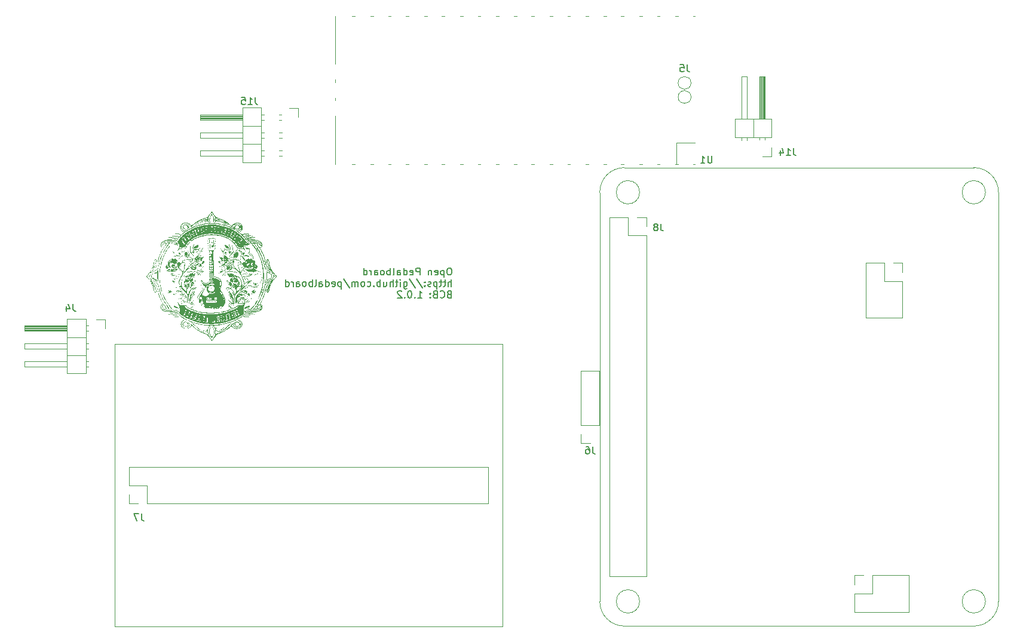
<source format=gbr>
%TF.GenerationSoftware,KiCad,Pcbnew,7.0.1.1-36-gbcf78dbe24-dirty-deb11*%
%TF.CreationDate,2023-04-04T15:18:31+00:00*%
%TF.ProjectId,pedalboard-hw,70656461-6c62-46f6-9172-642d68772e6b,1.0.2*%
%TF.SameCoordinates,Original*%
%TF.FileFunction,Legend,Bot*%
%TF.FilePolarity,Positive*%
%FSLAX46Y46*%
G04 Gerber Fmt 4.6, Leading zero omitted, Abs format (unit mm)*
G04 Created by KiCad (PCBNEW 7.0.1.1-36-gbcf78dbe24-dirty-deb11) date 2023-04-04 15:18:31*
%MOMM*%
%LPD*%
G01*
G04 APERTURE LIST*
%ADD10C,0.000000*%
%ADD11C,0.003013*%
%ADD12C,0.002797*%
%ADD13C,0.005336*%
%ADD14C,0.150000*%
%ADD15C,0.120000*%
%ADD16C,0.100000*%
G04 APERTURE END LIST*
D10*
G36*
X56028258Y-72935940D02*
G01*
X56028592Y-72936757D01*
X56028770Y-72938003D01*
X56028676Y-72941779D01*
X56028026Y-72947252D01*
X56026865Y-72954403D01*
X56025240Y-72963218D01*
X56020788Y-72985768D01*
X56018938Y-72992771D01*
X56016842Y-72999983D01*
X56012010Y-73014789D01*
X56006479Y-73029703D01*
X56000437Y-73044240D01*
X55994073Y-73057918D01*
X55990829Y-73064284D01*
X55987575Y-73070252D01*
X55984334Y-73075764D01*
X55981130Y-73080759D01*
X55977986Y-73085176D01*
X55974927Y-73088955D01*
X55970782Y-73092994D01*
X55966944Y-73096515D01*
X55963413Y-73099528D01*
X55960188Y-73102037D01*
X55957266Y-73104051D01*
X55954647Y-73105577D01*
X55952330Y-73106621D01*
X55951284Y-73106965D01*
X55950313Y-73107192D01*
X55949416Y-73107302D01*
X55948594Y-73107296D01*
X55947847Y-73107174D01*
X55947174Y-73106939D01*
X55946575Y-73106591D01*
X55946050Y-73106131D01*
X55945598Y-73105559D01*
X55945221Y-73104876D01*
X55944916Y-73104084D01*
X55944686Y-73103184D01*
X55944443Y-73101060D01*
X55944492Y-73098512D01*
X55944831Y-73095547D01*
X55945459Y-73092173D01*
X55946375Y-73088396D01*
X55947577Y-73084223D01*
X55949064Y-73079662D01*
X55950835Y-73074719D01*
X55952888Y-73069403D01*
X55955223Y-73063719D01*
X55957838Y-73057676D01*
X55960731Y-73051280D01*
X55963902Y-73044539D01*
X55967350Y-73037459D01*
X55971072Y-73030048D01*
X55975068Y-73022312D01*
X55979337Y-73014260D01*
X55988686Y-72997233D01*
X56003797Y-72970876D01*
X56014985Y-72951909D01*
X56019225Y-72945155D01*
X56022625Y-72940198D01*
X56025233Y-72937021D01*
X56026254Y-72936095D01*
X56027095Y-72935607D01*
X56027761Y-72935556D01*
X56028258Y-72935940D01*
G37*
G36*
X63209303Y-80426853D02*
G01*
X63217292Y-80427266D01*
X63220941Y-80427606D01*
X63224369Y-80428048D01*
X63227581Y-80428602D01*
X63230585Y-80429277D01*
X63233387Y-80430083D01*
X63235995Y-80431030D01*
X63238415Y-80432127D01*
X63240653Y-80433384D01*
X63242716Y-80434810D01*
X63244612Y-80436416D01*
X63246346Y-80438211D01*
X63247926Y-80440205D01*
X63249358Y-80442407D01*
X63250649Y-80444826D01*
X63251806Y-80447473D01*
X63252835Y-80450358D01*
X63253743Y-80453489D01*
X63254537Y-80456877D01*
X63255223Y-80460531D01*
X63255809Y-80464461D01*
X63256300Y-80468677D01*
X63256704Y-80473187D01*
X63257278Y-80483132D01*
X63257582Y-80494374D01*
X63257672Y-80506990D01*
X63257806Y-80516961D01*
X63258205Y-80526239D01*
X63258866Y-80534833D01*
X63259786Y-80542747D01*
X63260961Y-80549990D01*
X63262388Y-80556568D01*
X63264063Y-80562488D01*
X63265984Y-80567756D01*
X63268147Y-80572379D01*
X63270548Y-80576364D01*
X63273184Y-80579717D01*
X63276052Y-80582445D01*
X63279148Y-80584556D01*
X63280781Y-80585381D01*
X63282470Y-80586055D01*
X63286013Y-80586950D01*
X63289774Y-80587246D01*
X63294006Y-80587366D01*
X63298097Y-80587718D01*
X63302044Y-80588295D01*
X63305839Y-80589087D01*
X63309479Y-80590086D01*
X63312956Y-80591282D01*
X63316267Y-80592668D01*
X63319405Y-80594233D01*
X63322365Y-80595970D01*
X63325141Y-80597869D01*
X63327729Y-80599922D01*
X63330122Y-80602120D01*
X63332316Y-80604454D01*
X63334304Y-80606915D01*
X63336081Y-80609495D01*
X63337642Y-80612184D01*
X63338981Y-80614973D01*
X63340093Y-80617855D01*
X63340973Y-80620820D01*
X63341614Y-80623859D01*
X63342012Y-80626964D01*
X63342161Y-80630126D01*
X63342056Y-80633335D01*
X63341691Y-80636583D01*
X63341060Y-80639862D01*
X63340158Y-80643162D01*
X63338981Y-80646474D01*
X63337521Y-80649791D01*
X63335774Y-80653102D01*
X63333735Y-80656399D01*
X63331398Y-80659674D01*
X63328757Y-80662917D01*
X63325895Y-80666903D01*
X63323333Y-80671129D01*
X63321073Y-80675609D01*
X63319118Y-80680353D01*
X63317473Y-80685374D01*
X63316140Y-80690684D01*
X63315123Y-80696296D01*
X63314425Y-80702222D01*
X63314049Y-80708473D01*
X63313999Y-80715062D01*
X63314279Y-80722002D01*
X63314890Y-80729304D01*
X63315838Y-80736980D01*
X63317125Y-80745043D01*
X63318755Y-80753505D01*
X63320731Y-80762379D01*
X63325733Y-80781407D01*
X63332160Y-80802225D01*
X63340038Y-80824931D01*
X63349394Y-80849622D01*
X63360254Y-80876396D01*
X63372647Y-80905350D01*
X63386598Y-80936581D01*
X63402134Y-80970188D01*
X63404247Y-80975483D01*
X63405869Y-80981027D01*
X63407019Y-80986790D01*
X63407719Y-80992737D01*
X63407987Y-80998837D01*
X63407842Y-81005058D01*
X63407306Y-81011367D01*
X63406398Y-81017732D01*
X63405136Y-81024120D01*
X63403542Y-81030500D01*
X63399433Y-81043103D01*
X63394230Y-81055283D01*
X63388089Y-81066782D01*
X63381169Y-81077340D01*
X63373628Y-81086698D01*
X63369673Y-81090847D01*
X63365623Y-81094599D01*
X63361496Y-81097922D01*
X63357312Y-81100783D01*
X63353091Y-81103151D01*
X63348854Y-81104993D01*
X63344618Y-81106276D01*
X63340405Y-81106968D01*
X63336234Y-81107038D01*
X63332125Y-81106452D01*
X63328097Y-81105178D01*
X63324170Y-81103184D01*
X63320699Y-81100738D01*
X63317174Y-81097721D01*
X63313608Y-81094169D01*
X63310013Y-81090115D01*
X63302792Y-81080642D01*
X63295614Y-81069577D01*
X63288585Y-81057194D01*
X63281807Y-81043771D01*
X63275385Y-81029582D01*
X63269423Y-81014902D01*
X63264026Y-81000007D01*
X63259297Y-80985173D01*
X63255341Y-80970674D01*
X63252261Y-80956787D01*
X63250162Y-80943787D01*
X63249148Y-80931949D01*
X63249081Y-80926552D01*
X63249324Y-80921549D01*
X63249890Y-80916974D01*
X63250792Y-80912861D01*
X63251869Y-80907758D01*
X63252525Y-80902775D01*
X63252772Y-80897927D01*
X63252620Y-80893227D01*
X63252077Y-80888688D01*
X63251663Y-80886483D01*
X63251155Y-80884323D01*
X63250555Y-80882211D01*
X63249864Y-80880147D01*
X63249082Y-80878133D01*
X63248213Y-80876172D01*
X63247256Y-80874264D01*
X63246212Y-80872412D01*
X63245084Y-80870617D01*
X63243873Y-80868881D01*
X63242579Y-80867205D01*
X63241204Y-80865591D01*
X63239750Y-80864041D01*
X63238216Y-80862557D01*
X63236606Y-80861139D01*
X63234920Y-80859791D01*
X63233159Y-80858513D01*
X63231324Y-80857308D01*
X63227439Y-80855120D01*
X63223276Y-80853241D01*
X63220965Y-80852354D01*
X63218761Y-80851413D01*
X63216663Y-80850418D01*
X63214672Y-80849367D01*
X63212787Y-80848261D01*
X63211007Y-80847099D01*
X63209332Y-80845881D01*
X63207762Y-80844607D01*
X63206295Y-80843275D01*
X63204933Y-80841885D01*
X63203674Y-80840438D01*
X63202517Y-80838932D01*
X63201463Y-80837368D01*
X63200511Y-80835744D01*
X63199661Y-80834061D01*
X63198912Y-80832317D01*
X63198264Y-80830513D01*
X63197716Y-80828649D01*
X63197268Y-80826723D01*
X63196919Y-80824735D01*
X63196670Y-80822685D01*
X63196519Y-80820573D01*
X63196466Y-80818397D01*
X63196512Y-80816158D01*
X63196654Y-80813856D01*
X63196894Y-80811489D01*
X63197230Y-80809057D01*
X63197663Y-80806560D01*
X63198191Y-80803998D01*
X63198814Y-80801370D01*
X63199533Y-80798676D01*
X63200345Y-80795915D01*
X63201449Y-80790978D01*
X63202186Y-80785659D01*
X63202567Y-80780003D01*
X63202602Y-80774059D01*
X63202302Y-80767873D01*
X63201675Y-80761492D01*
X63200733Y-80754963D01*
X63199485Y-80748334D01*
X63197942Y-80741651D01*
X63196113Y-80734961D01*
X63194008Y-80728311D01*
X63191639Y-80721748D01*
X63189014Y-80715320D01*
X63186144Y-80709074D01*
X63183038Y-80703056D01*
X63179708Y-80697313D01*
X63174282Y-80688033D01*
X63169192Y-80677464D01*
X63164451Y-80665712D01*
X63160074Y-80652885D01*
X63156072Y-80639091D01*
X63152460Y-80624437D01*
X63149251Y-80609031D01*
X63146458Y-80592979D01*
X63144096Y-80576390D01*
X63142177Y-80559372D01*
X63140715Y-80542031D01*
X63139723Y-80524475D01*
X63139214Y-80506811D01*
X63139203Y-80489147D01*
X63139702Y-80471591D01*
X63140726Y-80454250D01*
X63141007Y-80452961D01*
X63141420Y-80451674D01*
X63141962Y-80450392D01*
X63142629Y-80449117D01*
X63143419Y-80447853D01*
X63144328Y-80446601D01*
X63145354Y-80445365D01*
X63146494Y-80444146D01*
X63147745Y-80442947D01*
X63149104Y-80441771D01*
X63150567Y-80440620D01*
X63152133Y-80439497D01*
X63153798Y-80438404D01*
X63155558Y-80437344D01*
X63157413Y-80436319D01*
X63159357Y-80435332D01*
X63161389Y-80434385D01*
X63163505Y-80433481D01*
X63165702Y-80432622D01*
X63167978Y-80431812D01*
X63170330Y-80431051D01*
X63172754Y-80430344D01*
X63175248Y-80429692D01*
X63177809Y-80429098D01*
X63180433Y-80428564D01*
X63183119Y-80428093D01*
X63185862Y-80427688D01*
X63188661Y-80427351D01*
X63191511Y-80427084D01*
X63194411Y-80426891D01*
X63197356Y-80426773D01*
X63200345Y-80426733D01*
X63209303Y-80426853D01*
G37*
G36*
X64920674Y-79031372D02*
G01*
X64926285Y-79031824D01*
X64931356Y-79032595D01*
X64935895Y-79033695D01*
X64937969Y-79034372D01*
X64939914Y-79035135D01*
X64941732Y-79035985D01*
X64943423Y-79036923D01*
X64944989Y-79037952D01*
X64946431Y-79039072D01*
X64947750Y-79040284D01*
X64948948Y-79041589D01*
X64950026Y-79042990D01*
X64950986Y-79044486D01*
X64951827Y-79046080D01*
X64952553Y-79047773D01*
X64953163Y-79049566D01*
X64953659Y-79051460D01*
X64954043Y-79053456D01*
X64954316Y-79055556D01*
X64954533Y-79060073D01*
X64954465Y-79062397D01*
X64954263Y-79064641D01*
X64953926Y-79066806D01*
X64953453Y-79068891D01*
X64952844Y-79070897D01*
X64952099Y-79072825D01*
X64951217Y-79074674D01*
X64950197Y-79076446D01*
X64949040Y-79078141D01*
X64947745Y-79079759D01*
X64946311Y-79081300D01*
X64944738Y-79082765D01*
X64943026Y-79084155D01*
X64941174Y-79085470D01*
X64939181Y-79086710D01*
X64937048Y-79087876D01*
X64934774Y-79088967D01*
X64932358Y-79089986D01*
X64929801Y-79090931D01*
X64927101Y-79091803D01*
X64924259Y-79092604D01*
X64921273Y-79093332D01*
X64918143Y-79093989D01*
X64914870Y-79094576D01*
X64911452Y-79095091D01*
X64907889Y-79095537D01*
X64904181Y-79095913D01*
X64900328Y-79096219D01*
X64896328Y-79096457D01*
X64892182Y-79096626D01*
X64883448Y-79096761D01*
X64875554Y-79096603D01*
X64868209Y-79096141D01*
X64861410Y-79095393D01*
X64855156Y-79094378D01*
X64849445Y-79093115D01*
X64844274Y-79091622D01*
X64839641Y-79089917D01*
X64835544Y-79088019D01*
X64831982Y-79085946D01*
X64828951Y-79083717D01*
X64826450Y-79081350D01*
X64824478Y-79078864D01*
X64823030Y-79076277D01*
X64822107Y-79073608D01*
X64821705Y-79070876D01*
X64821822Y-79068097D01*
X64822456Y-79065292D01*
X64823606Y-79062479D01*
X64825269Y-79059675D01*
X64827442Y-79056901D01*
X64830125Y-79054173D01*
X64833315Y-79051510D01*
X64837009Y-79048932D01*
X64841205Y-79046456D01*
X64845903Y-79044101D01*
X64851098Y-79041885D01*
X64856790Y-79039828D01*
X64862976Y-79037946D01*
X64869654Y-79036260D01*
X64876822Y-79034786D01*
X64884478Y-79033545D01*
X64892620Y-79032554D01*
X64900495Y-79031830D01*
X64907789Y-79031385D01*
X64914512Y-79031229D01*
X64920674Y-79031372D01*
G37*
G36*
X54619105Y-75176174D02*
G01*
X54621802Y-75176845D01*
X54623995Y-75177786D01*
X54625665Y-75178995D01*
X54626790Y-75180473D01*
X54627351Y-75182220D01*
X54627327Y-75184235D01*
X54626699Y-75186519D01*
X54625446Y-75189072D01*
X54623549Y-75191893D01*
X54620986Y-75194984D01*
X54613784Y-75201970D01*
X54603680Y-75210032D01*
X54598718Y-75213441D01*
X54593321Y-75216776D01*
X54587542Y-75220018D01*
X54581431Y-75223145D01*
X54575037Y-75226138D01*
X54568411Y-75228976D01*
X54561604Y-75231639D01*
X54554666Y-75234108D01*
X54547648Y-75236362D01*
X54540599Y-75238381D01*
X54533570Y-75240144D01*
X54526612Y-75241632D01*
X54519775Y-75242825D01*
X54513109Y-75243702D01*
X54506664Y-75244242D01*
X54500492Y-75244427D01*
X54480943Y-75244360D01*
X54473290Y-75244200D01*
X54467064Y-75243890D01*
X54462276Y-75243377D01*
X54460424Y-75243030D01*
X54458936Y-75242613D01*
X54457812Y-75242121D01*
X54457053Y-75241547D01*
X54456662Y-75240884D01*
X54456638Y-75240128D01*
X54456985Y-75239270D01*
X54457701Y-75238305D01*
X54458790Y-75237227D01*
X54460253Y-75236030D01*
X54464302Y-75233250D01*
X54469859Y-75229917D01*
X54476935Y-75225978D01*
X54485539Y-75221385D01*
X54507372Y-75210032D01*
X54523871Y-75201970D01*
X54539725Y-75194984D01*
X54554773Y-75189072D01*
X54568854Y-75184235D01*
X54581807Y-75180473D01*
X54593469Y-75177786D01*
X54603680Y-75176174D01*
X54612279Y-75175636D01*
X54619105Y-75176174D01*
G37*
G36*
X60036110Y-73940104D02*
G01*
X60037340Y-73940696D01*
X60038629Y-73941655D01*
X60039976Y-73942982D01*
X60041381Y-73944677D01*
X60042844Y-73946737D01*
X60045940Y-73951956D01*
X60049262Y-73958637D01*
X60052805Y-73966775D01*
X60056566Y-73976368D01*
X60058126Y-73980313D01*
X60059370Y-73984389D01*
X60060305Y-73988566D01*
X60060937Y-73992813D01*
X60061274Y-73997101D01*
X60061322Y-74001399D01*
X60061088Y-74005676D01*
X60060579Y-74009904D01*
X60059801Y-74014050D01*
X60058761Y-74018086D01*
X60057465Y-74021981D01*
X60055921Y-74025704D01*
X60054135Y-74029226D01*
X60052114Y-74032516D01*
X60049865Y-74035544D01*
X60047394Y-74038280D01*
X60045916Y-74039704D01*
X60044491Y-74040966D01*
X60043119Y-74042065D01*
X60041800Y-74043001D01*
X60040533Y-74043771D01*
X60039317Y-74044377D01*
X60038153Y-74044816D01*
X60037039Y-74045088D01*
X60035976Y-74045192D01*
X60034963Y-74045127D01*
X60033999Y-74044893D01*
X60033085Y-74044488D01*
X60032219Y-74043911D01*
X60031401Y-74043163D01*
X60030632Y-74042242D01*
X60029909Y-74041147D01*
X60029234Y-74039877D01*
X60028606Y-74038431D01*
X60028023Y-74036810D01*
X60027487Y-74035011D01*
X60026995Y-74033034D01*
X60026549Y-74030878D01*
X60026147Y-74028542D01*
X60025789Y-74026026D01*
X60025475Y-74023329D01*
X60025204Y-74020449D01*
X60024976Y-74017387D01*
X60024791Y-74014140D01*
X60024647Y-74010709D01*
X60024545Y-74007092D01*
X60024464Y-73999298D01*
X60024598Y-73986721D01*
X60024997Y-73975646D01*
X60025658Y-73966069D01*
X60026578Y-73957987D01*
X60027753Y-73951396D01*
X60028435Y-73948659D01*
X60029180Y-73946294D01*
X60029987Y-73944299D01*
X60030855Y-73942676D01*
X60031785Y-73941422D01*
X60032776Y-73940539D01*
X60033827Y-73940025D01*
X60034939Y-73939880D01*
X60036110Y-73940104D01*
G37*
G36*
X58275880Y-73438654D02*
G01*
X58277106Y-73438863D01*
X58278302Y-73439219D01*
X58279471Y-73439723D01*
X58280616Y-73440374D01*
X58281739Y-73441174D01*
X58282843Y-73442121D01*
X58283930Y-73443216D01*
X58285003Y-73444459D01*
X58286064Y-73445849D01*
X58287116Y-73447388D01*
X58288161Y-73449074D01*
X58289202Y-73450908D01*
X58290241Y-73452890D01*
X58291281Y-73455019D01*
X58293374Y-73459722D01*
X58295500Y-73465015D01*
X58297093Y-73469670D01*
X58298437Y-73474170D01*
X58299539Y-73478510D01*
X58300404Y-73482684D01*
X58301039Y-73486684D01*
X58301450Y-73490505D01*
X58301644Y-73494141D01*
X58301626Y-73497584D01*
X58301404Y-73500830D01*
X58300983Y-73503871D01*
X58300370Y-73506701D01*
X58299571Y-73509314D01*
X58298592Y-73511704D01*
X58297439Y-73513864D01*
X58296120Y-73515788D01*
X58294640Y-73517470D01*
X58293005Y-73518903D01*
X58291222Y-73520081D01*
X58289297Y-73520999D01*
X58287237Y-73521648D01*
X58285047Y-73522024D01*
X58282734Y-73522120D01*
X58280304Y-73521930D01*
X58277764Y-73521447D01*
X58275120Y-73520665D01*
X58272378Y-73519578D01*
X58269545Y-73518179D01*
X58266626Y-73516462D01*
X58263628Y-73514422D01*
X58260558Y-73512050D01*
X58257421Y-73509342D01*
X58254224Y-73506292D01*
X58250597Y-73502499D01*
X58248964Y-73500657D01*
X58247453Y-73498848D01*
X58246062Y-73497069D01*
X58244792Y-73495318D01*
X58243644Y-73493592D01*
X58242616Y-73491888D01*
X58241709Y-73490205D01*
X58240923Y-73488539D01*
X58240258Y-73486889D01*
X58239713Y-73485251D01*
X58239290Y-73483623D01*
X58238988Y-73482003D01*
X58238807Y-73480387D01*
X58238746Y-73478775D01*
X58238807Y-73477162D01*
X58238988Y-73475547D01*
X58239290Y-73473926D01*
X58239713Y-73472299D01*
X58240258Y-73470661D01*
X58240923Y-73469010D01*
X58241709Y-73467344D01*
X58242616Y-73465661D01*
X58243644Y-73463958D01*
X58244792Y-73462232D01*
X58246062Y-73460480D01*
X58247453Y-73458701D01*
X58248964Y-73456892D01*
X58250597Y-73455050D01*
X58254224Y-73451258D01*
X58256126Y-73449397D01*
X58257963Y-73447684D01*
X58259738Y-73446118D01*
X58261453Y-73444701D01*
X58263111Y-73443431D01*
X58264715Y-73442309D01*
X58266266Y-73441335D01*
X58267768Y-73440509D01*
X58269223Y-73439830D01*
X58270633Y-73439299D01*
X58272002Y-73438917D01*
X58273331Y-73438681D01*
X58274622Y-73438594D01*
X58275880Y-73438654D01*
G37*
G36*
X55895818Y-76712556D02*
G01*
X55898100Y-76712751D01*
X55900425Y-76713121D01*
X55902782Y-76713668D01*
X55905160Y-76714392D01*
X55907548Y-76715294D01*
X55909935Y-76716375D01*
X55912311Y-76717635D01*
X55914664Y-76719077D01*
X55916983Y-76720699D01*
X55919258Y-76722504D01*
X55921477Y-76724492D01*
X55923630Y-76726664D01*
X55925706Y-76729020D01*
X55927693Y-76731562D01*
X55929582Y-76734291D01*
X55931360Y-76737206D01*
X55932999Y-76739810D01*
X55934472Y-76742451D01*
X55935778Y-76745112D01*
X55936913Y-76747776D01*
X55937873Y-76750427D01*
X55938655Y-76753047D01*
X55939256Y-76755621D01*
X55939672Y-76758131D01*
X55939900Y-76760560D01*
X55939936Y-76762891D01*
X55939778Y-76765109D01*
X55939421Y-76767195D01*
X55938863Y-76769134D01*
X55938508Y-76770043D01*
X55938100Y-76770908D01*
X55937641Y-76771728D01*
X55937129Y-76772500D01*
X55936564Y-76773223D01*
X55935946Y-76773895D01*
X55934356Y-76775267D01*
X55932606Y-76776379D01*
X55930708Y-76777240D01*
X55928677Y-76777859D01*
X55926527Y-76778244D01*
X55924272Y-76778404D01*
X55921925Y-76778349D01*
X55919501Y-76778087D01*
X55917012Y-76777627D01*
X55914474Y-76776977D01*
X55911900Y-76776147D01*
X55909303Y-76775145D01*
X55906698Y-76773980D01*
X55904098Y-76772661D01*
X55901518Y-76771197D01*
X55898971Y-76769596D01*
X55896471Y-76767867D01*
X55894031Y-76766020D01*
X55891667Y-76764063D01*
X55889391Y-76762005D01*
X55887218Y-76759854D01*
X55885160Y-76757619D01*
X55883233Y-76755310D01*
X55881450Y-76752935D01*
X55879825Y-76750503D01*
X55878372Y-76748023D01*
X55877104Y-76745503D01*
X55876036Y-76742953D01*
X55875181Y-76740380D01*
X55874553Y-76737795D01*
X55874166Y-76735205D01*
X55874034Y-76732620D01*
X55874146Y-76730121D01*
X55874476Y-76727784D01*
X55875013Y-76725610D01*
X55875745Y-76723600D01*
X55876661Y-76721754D01*
X55877752Y-76720074D01*
X55879006Y-76718560D01*
X55880411Y-76717213D01*
X55881958Y-76716035D01*
X55883635Y-76715025D01*
X55885431Y-76714184D01*
X55887335Y-76713514D01*
X55889337Y-76713015D01*
X55891425Y-76712689D01*
X55893589Y-76712535D01*
X55895818Y-76712556D01*
G37*
G36*
X55070604Y-72401145D02*
G01*
X55080891Y-72401460D01*
X55090809Y-72401976D01*
X55100306Y-72402687D01*
X55109333Y-72403586D01*
X55117840Y-72404666D01*
X55125776Y-72405921D01*
X55133090Y-72407344D01*
X55139732Y-72408928D01*
X55145653Y-72410667D01*
X55150800Y-72412554D01*
X55155125Y-72414582D01*
X55158576Y-72416744D01*
X55161104Y-72419033D01*
X55162006Y-72420224D01*
X55162658Y-72421444D01*
X55163053Y-72422693D01*
X55163187Y-72423969D01*
X55163073Y-72425044D01*
X55162737Y-72426116D01*
X55162183Y-72427184D01*
X55161418Y-72428246D01*
X55160445Y-72429300D01*
X55159272Y-72430343D01*
X55157903Y-72431373D01*
X55156343Y-72432389D01*
X55154599Y-72433388D01*
X55152676Y-72434368D01*
X55150578Y-72435327D01*
X55148313Y-72436263D01*
X55145884Y-72437174D01*
X55143298Y-72438057D01*
X55137676Y-72439734D01*
X55131489Y-72441276D01*
X55124782Y-72442667D01*
X55117598Y-72443890D01*
X55109980Y-72444929D01*
X55101973Y-72445766D01*
X55093620Y-72446384D01*
X55084964Y-72446768D01*
X55076050Y-72446899D01*
X55050525Y-72448077D01*
X55024053Y-72451481D01*
X54996976Y-72456921D01*
X54969638Y-72464205D01*
X54942380Y-72473141D01*
X54915545Y-72483539D01*
X54889476Y-72495206D01*
X54864515Y-72507952D01*
X54841006Y-72521584D01*
X54819290Y-72535912D01*
X54799711Y-72550744D01*
X54782610Y-72565887D01*
X54768332Y-72581152D01*
X54762357Y-72588770D01*
X54757217Y-72596346D01*
X54752953Y-72603857D01*
X54749609Y-72611279D01*
X54747227Y-72618587D01*
X54745850Y-72625758D01*
X54744995Y-72631902D01*
X54743738Y-72637859D01*
X54742107Y-72643616D01*
X54740131Y-72649158D01*
X54737837Y-72654474D01*
X54735254Y-72659551D01*
X54732410Y-72664374D01*
X54729333Y-72668932D01*
X54726051Y-72673211D01*
X54722592Y-72677198D01*
X54718984Y-72680880D01*
X54715256Y-72684244D01*
X54711436Y-72687278D01*
X54707551Y-72689967D01*
X54703631Y-72692300D01*
X54699702Y-72694263D01*
X54695794Y-72695843D01*
X54691933Y-72697027D01*
X54688149Y-72697802D01*
X54684470Y-72698155D01*
X54680924Y-72698073D01*
X54677538Y-72697543D01*
X54674341Y-72696552D01*
X54671361Y-72695087D01*
X54668627Y-72693135D01*
X54666165Y-72690683D01*
X54664006Y-72687718D01*
X54662176Y-72684226D01*
X54660703Y-72680196D01*
X54659617Y-72675614D01*
X54658944Y-72670466D01*
X54658714Y-72664740D01*
X54659351Y-72653493D01*
X54661230Y-72642129D01*
X54664304Y-72630679D01*
X54668526Y-72619174D01*
X54673848Y-72607647D01*
X54680223Y-72596126D01*
X54687602Y-72584645D01*
X54695940Y-72573233D01*
X54705188Y-72561921D01*
X54715298Y-72550742D01*
X54726224Y-72539726D01*
X54737918Y-72528903D01*
X54750332Y-72518306D01*
X54763420Y-72507965D01*
X54777133Y-72497910D01*
X54791424Y-72488175D01*
X54806246Y-72478788D01*
X54821551Y-72469782D01*
X54837292Y-72461187D01*
X54853422Y-72453035D01*
X54869892Y-72445357D01*
X54886656Y-72438183D01*
X54903666Y-72431545D01*
X54920874Y-72425474D01*
X54938234Y-72420001D01*
X54955697Y-72415156D01*
X54973217Y-72410972D01*
X54990745Y-72407479D01*
X55008235Y-72404708D01*
X55025639Y-72402690D01*
X55042909Y-72401457D01*
X55059998Y-72401039D01*
X55070604Y-72401145D01*
G37*
G36*
X59492137Y-71005412D02*
G01*
X59494446Y-71005576D01*
X59496636Y-71005902D01*
X59498709Y-71006395D01*
X59500668Y-71007059D01*
X59502515Y-71007899D01*
X59504253Y-71008920D01*
X59505884Y-71010125D01*
X59507411Y-71011521D01*
X59508836Y-71013111D01*
X59510163Y-71014900D01*
X59511393Y-71016892D01*
X59512528Y-71019093D01*
X59513573Y-71021507D01*
X59514528Y-71024138D01*
X59515397Y-71026992D01*
X59516181Y-71030072D01*
X59516885Y-71033383D01*
X59517509Y-71036931D01*
X59518057Y-71040719D01*
X59518531Y-71044752D01*
X59518934Y-71049035D01*
X59519267Y-71053572D01*
X59519535Y-71058369D01*
X59519881Y-71068757D01*
X59519992Y-71080238D01*
X59519749Y-71095853D01*
X59519015Y-71110030D01*
X59517785Y-71122783D01*
X59516050Y-71134125D01*
X59513806Y-71144070D01*
X59512490Y-71148523D01*
X59511043Y-71152631D01*
X59509466Y-71156397D01*
X59507757Y-71159821D01*
X59505915Y-71162907D01*
X59503940Y-71165655D01*
X59501831Y-71168067D01*
X59499586Y-71170145D01*
X59497205Y-71171890D01*
X59494687Y-71173304D01*
X59492032Y-71174389D01*
X59489238Y-71175147D01*
X59486305Y-71175579D01*
X59483231Y-71175687D01*
X59480016Y-71175472D01*
X59476660Y-71174936D01*
X59473160Y-71174082D01*
X59469517Y-71172910D01*
X59465730Y-71171422D01*
X59461798Y-71169620D01*
X59453493Y-71165081D01*
X59449797Y-71162232D01*
X59446445Y-71158870D01*
X59443432Y-71155033D01*
X59440751Y-71150758D01*
X59438398Y-71146084D01*
X59436367Y-71141047D01*
X59434653Y-71135687D01*
X59433249Y-71130040D01*
X59432152Y-71124145D01*
X59431354Y-71118039D01*
X59430638Y-71105345D01*
X59431058Y-71092262D01*
X59432568Y-71079091D01*
X59435127Y-71066136D01*
X59438691Y-71053698D01*
X59440835Y-71047767D01*
X59443215Y-71042079D01*
X59445823Y-71036672D01*
X59448656Y-71031583D01*
X59451706Y-71026849D01*
X59454970Y-71022510D01*
X59458441Y-71018603D01*
X59462114Y-71015164D01*
X59465983Y-71012233D01*
X59470044Y-71009847D01*
X59474290Y-71008044D01*
X59478716Y-71006861D01*
X59481659Y-71006284D01*
X59484470Y-71005846D01*
X59487152Y-71005552D01*
X59489707Y-71005405D01*
X59492137Y-71005412D01*
G37*
G36*
X62623948Y-77377048D02*
G01*
X62629997Y-77377282D01*
X62636012Y-77377664D01*
X62641951Y-77378187D01*
X62647768Y-77378844D01*
X62653420Y-77379629D01*
X62658865Y-77380535D01*
X62664057Y-77381555D01*
X62668954Y-77382682D01*
X62673511Y-77383911D01*
X62677686Y-77385233D01*
X62681434Y-77386642D01*
X62684712Y-77388133D01*
X62687476Y-77389697D01*
X62689682Y-77391328D01*
X62691287Y-77393019D01*
X62696067Y-77397862D01*
X62700107Y-77402496D01*
X62703432Y-77406916D01*
X62706066Y-77411113D01*
X62708035Y-77415083D01*
X62709365Y-77418817D01*
X62710079Y-77422309D01*
X62710204Y-77425553D01*
X62709765Y-77428541D01*
X62708787Y-77431268D01*
X62707295Y-77433725D01*
X62705314Y-77435907D01*
X62702869Y-77437808D01*
X62699986Y-77439419D01*
X62696690Y-77440734D01*
X62693007Y-77441748D01*
X62688960Y-77442452D01*
X62684576Y-77442841D01*
X62679879Y-77442907D01*
X62674895Y-77442644D01*
X62669649Y-77442045D01*
X62664166Y-77441103D01*
X62658472Y-77439812D01*
X62652592Y-77438165D01*
X62646550Y-77436155D01*
X62640372Y-77433776D01*
X62634083Y-77431021D01*
X62627708Y-77427882D01*
X62621273Y-77424354D01*
X62614803Y-77420430D01*
X62608323Y-77416102D01*
X62601858Y-77411365D01*
X62588346Y-77400764D01*
X62583100Y-77396466D01*
X62578891Y-77392770D01*
X62577184Y-77391131D01*
X62575745Y-77389624D01*
X62574577Y-77388242D01*
X62573683Y-77386979D01*
X62573066Y-77385828D01*
X62572730Y-77384784D01*
X62572676Y-77383839D01*
X62572908Y-77382988D01*
X62573429Y-77382225D01*
X62574242Y-77381542D01*
X62575350Y-77380934D01*
X62576755Y-77380395D01*
X62578461Y-77379918D01*
X62580471Y-77379496D01*
X62582787Y-77379125D01*
X62585412Y-77378796D01*
X62591604Y-77378244D01*
X62599068Y-77377788D01*
X62617909Y-77376969D01*
X62623948Y-77377048D01*
G37*
G36*
X64580344Y-77653832D02*
G01*
X64589385Y-77654964D01*
X64596888Y-77656757D01*
X64602805Y-77659208D01*
X64607090Y-77662315D01*
X64608606Y-77664113D01*
X64609696Y-77666073D01*
X64610354Y-77668195D01*
X64610574Y-77670479D01*
X64610092Y-77672707D01*
X64608677Y-77675082D01*
X64606376Y-77677590D01*
X64603238Y-77680216D01*
X64594643Y-77685766D01*
X64583273Y-77691619D01*
X64569511Y-77697660D01*
X64553741Y-77703774D01*
X64536345Y-77709848D01*
X64517706Y-77715768D01*
X64498207Y-77721419D01*
X64478231Y-77726687D01*
X64458161Y-77731458D01*
X64438380Y-77735618D01*
X64419271Y-77739052D01*
X64401217Y-77741646D01*
X64384600Y-77743286D01*
X64369803Y-77743858D01*
X64361546Y-77743759D01*
X64353969Y-77743465D01*
X64347066Y-77742984D01*
X64340831Y-77742322D01*
X64335260Y-77741488D01*
X64330347Y-77740488D01*
X64326087Y-77739329D01*
X64322473Y-77738018D01*
X64319501Y-77736563D01*
X64317166Y-77734971D01*
X64315460Y-77733249D01*
X64314380Y-77731403D01*
X64313920Y-77729442D01*
X64314074Y-77727372D01*
X64314837Y-77725200D01*
X64316203Y-77722934D01*
X64318167Y-77720580D01*
X64320724Y-77718147D01*
X64323867Y-77715640D01*
X64327592Y-77713067D01*
X64331894Y-77710436D01*
X64336765Y-77707753D01*
X64342202Y-77705025D01*
X64348199Y-77702260D01*
X64354749Y-77699465D01*
X64361849Y-77696646D01*
X64377672Y-77690969D01*
X64395626Y-77685285D01*
X64415665Y-77679651D01*
X64437504Y-77673981D01*
X64458274Y-77669006D01*
X64477930Y-77664723D01*
X64496423Y-77661128D01*
X64513707Y-77658219D01*
X64529735Y-77655991D01*
X64544460Y-77654442D01*
X64557834Y-77653568D01*
X64569811Y-77653366D01*
X64580344Y-77653832D01*
G37*
G36*
X55686301Y-78615423D02*
G01*
X55699349Y-78616101D01*
X55711565Y-78617350D01*
X55723122Y-78619268D01*
X55728708Y-78620507D01*
X55734195Y-78621951D01*
X55739605Y-78623610D01*
X55744959Y-78625497D01*
X55750280Y-78627625D01*
X55755589Y-78630004D01*
X55760909Y-78632649D01*
X55766260Y-78635570D01*
X55771665Y-78638779D01*
X55777145Y-78642290D01*
X55788420Y-78650264D01*
X55800259Y-78659588D01*
X55812838Y-78670359D01*
X55826330Y-78682676D01*
X55840910Y-78696636D01*
X55856753Y-78712335D01*
X55874034Y-78729872D01*
X55885763Y-78742321D01*
X55897681Y-78755516D01*
X55921758Y-78783687D01*
X55945620Y-78813469D01*
X55968622Y-78843951D01*
X55990119Y-78874218D01*
X56009467Y-78903356D01*
X56018133Y-78917216D01*
X56026020Y-78930451D01*
X56033047Y-78942948D01*
X56039133Y-78954591D01*
X56059412Y-78997801D01*
X56077542Y-79035421D01*
X56098753Y-79078415D01*
X56099149Y-79079477D01*
X56099479Y-79080511D01*
X56099744Y-79081517D01*
X56099944Y-79082496D01*
X56100080Y-79083445D01*
X56100153Y-79084366D01*
X56100165Y-79085257D01*
X56100114Y-79086119D01*
X56100004Y-79086950D01*
X56099833Y-79087751D01*
X56099604Y-79088521D01*
X56099317Y-79089259D01*
X56098973Y-79089965D01*
X56098572Y-79090639D01*
X56098117Y-79091280D01*
X56097606Y-79091888D01*
X56097042Y-79092462D01*
X56096425Y-79093003D01*
X56095756Y-79093508D01*
X56095035Y-79093980D01*
X56094265Y-79094415D01*
X56093444Y-79094815D01*
X56092575Y-79095179D01*
X56091659Y-79095507D01*
X56090695Y-79095797D01*
X56089685Y-79096051D01*
X56088629Y-79096266D01*
X56087529Y-79096443D01*
X56086386Y-79096582D01*
X56085199Y-79096681D01*
X56083971Y-79096741D01*
X56082701Y-79096761D01*
X56081190Y-79096694D01*
X56079667Y-79096496D01*
X56078134Y-79096170D01*
X56076592Y-79095718D01*
X56075044Y-79095143D01*
X56073491Y-79094448D01*
X56071934Y-79093637D01*
X56070376Y-79092712D01*
X56068817Y-79091677D01*
X56067261Y-79090533D01*
X56065708Y-79089284D01*
X56064159Y-79087934D01*
X56062618Y-79086484D01*
X56061085Y-79084938D01*
X56059562Y-79083299D01*
X56058050Y-79081569D01*
X56055070Y-79077851D01*
X56052156Y-79073808D01*
X56049324Y-79069461D01*
X56046585Y-79064837D01*
X56043954Y-79059956D01*
X56041443Y-79054844D01*
X56039067Y-79049524D01*
X56036839Y-79044019D01*
X56029376Y-79026709D01*
X56020018Y-79007649D01*
X56008967Y-78987131D01*
X55996425Y-78965447D01*
X55982593Y-78942890D01*
X55967672Y-78919752D01*
X55951865Y-78896325D01*
X55935372Y-78872901D01*
X55918396Y-78849773D01*
X55901138Y-78827232D01*
X55883799Y-78805572D01*
X55866581Y-78785084D01*
X55849685Y-78766060D01*
X55833313Y-78748794D01*
X55817667Y-78733576D01*
X55802948Y-78720699D01*
X55795827Y-78715010D01*
X55788248Y-78709555D01*
X55771871Y-78699372D01*
X55754131Y-78690197D01*
X55735339Y-78682076D01*
X55715808Y-78675057D01*
X55695851Y-78669187D01*
X55675780Y-78664512D01*
X55655906Y-78661080D01*
X55636544Y-78658939D01*
X55618004Y-78658133D01*
X55600599Y-78658712D01*
X55584643Y-78660722D01*
X55577305Y-78662278D01*
X55570446Y-78664210D01*
X55564105Y-78666523D01*
X55558322Y-78669222D01*
X55553135Y-78672315D01*
X55548583Y-78675807D01*
X55544705Y-78679704D01*
X55541541Y-78684011D01*
X55539631Y-78686516D01*
X55537359Y-78688873D01*
X55534752Y-78691081D01*
X55531840Y-78693138D01*
X55528648Y-78695044D01*
X55525206Y-78696798D01*
X55521540Y-78698399D01*
X55517678Y-78699846D01*
X55509479Y-78702277D01*
X55500830Y-78704083D01*
X55491952Y-78705258D01*
X55483067Y-78705794D01*
X55474398Y-78705685D01*
X55466165Y-78704925D01*
X55458590Y-78703506D01*
X55455119Y-78702548D01*
X55451896Y-78701423D01*
X55448948Y-78700129D01*
X55446303Y-78698667D01*
X55443989Y-78697036D01*
X55442034Y-78695233D01*
X55440465Y-78693260D01*
X55439310Y-78691114D01*
X55438596Y-78688795D01*
X55438353Y-78686303D01*
X55438737Y-78683274D01*
X55439871Y-78680214D01*
X55441723Y-78677130D01*
X55444264Y-78674031D01*
X55447464Y-78670926D01*
X55451291Y-78667822D01*
X55455717Y-78664728D01*
X55460710Y-78661652D01*
X55466240Y-78658604D01*
X55472278Y-78655591D01*
X55485754Y-78649704D01*
X55500897Y-78644058D01*
X55517463Y-78638722D01*
X55535212Y-78633762D01*
X55553901Y-78629246D01*
X55573289Y-78625240D01*
X55593134Y-78621811D01*
X55613194Y-78619028D01*
X55633227Y-78616957D01*
X55652991Y-78615665D01*
X55672245Y-78615219D01*
X55686301Y-78615423D01*
G37*
G36*
X59933816Y-74579488D02*
G01*
X59934888Y-74579626D01*
X59935956Y-74579854D01*
X59937018Y-74580167D01*
X59938072Y-74580565D01*
X59939115Y-74581044D01*
X59940145Y-74581602D01*
X59941161Y-74582236D01*
X59942160Y-74582944D01*
X59943140Y-74583724D01*
X59944099Y-74584573D01*
X59945035Y-74585488D01*
X59945946Y-74586466D01*
X59946829Y-74587506D01*
X59947683Y-74588605D01*
X59948506Y-74589760D01*
X59949295Y-74590969D01*
X59950048Y-74592229D01*
X59950764Y-74593538D01*
X59951440Y-74594892D01*
X59952073Y-74596291D01*
X59952663Y-74597731D01*
X59953206Y-74599209D01*
X59953701Y-74600724D01*
X59954146Y-74602272D01*
X59954538Y-74603851D01*
X59954876Y-74605458D01*
X59955157Y-74607092D01*
X59955379Y-74608749D01*
X59955540Y-74610428D01*
X59955639Y-74612124D01*
X59955672Y-74613837D01*
X59955540Y-74617246D01*
X59955157Y-74620582D01*
X59954538Y-74623823D01*
X59953701Y-74626951D01*
X59952663Y-74629944D01*
X59951440Y-74632782D01*
X59950048Y-74635446D01*
X59948506Y-74637914D01*
X59946829Y-74640168D01*
X59945035Y-74642187D01*
X59943140Y-74643951D01*
X59941161Y-74645439D01*
X59940145Y-74646073D01*
X59939115Y-74646631D01*
X59938072Y-74647110D01*
X59937018Y-74647508D01*
X59935956Y-74647821D01*
X59934888Y-74648049D01*
X59933816Y-74648187D01*
X59932741Y-74648233D01*
X59931465Y-74648187D01*
X59930216Y-74648049D01*
X59928996Y-74647821D01*
X59927806Y-74647508D01*
X59926645Y-74647110D01*
X59925516Y-74646631D01*
X59924419Y-74646073D01*
X59923354Y-74645439D01*
X59922323Y-74644730D01*
X59921326Y-74643951D01*
X59920365Y-74643102D01*
X59919440Y-74642187D01*
X59918551Y-74641208D01*
X59917701Y-74640168D01*
X59916889Y-74639070D01*
X59916117Y-74637914D01*
X59915385Y-74636706D01*
X59914694Y-74635446D01*
X59914045Y-74634137D01*
X59913439Y-74632782D01*
X59912876Y-74631383D01*
X59912358Y-74629944D01*
X59911886Y-74628465D01*
X59911459Y-74626951D01*
X59911080Y-74625403D01*
X59910748Y-74623823D01*
X59910465Y-74622216D01*
X59910232Y-74620582D01*
X59910049Y-74618925D01*
X59909918Y-74617246D01*
X59909838Y-74615550D01*
X59909811Y-74613837D01*
X59909918Y-74610428D01*
X59910232Y-74607092D01*
X59910748Y-74603851D01*
X59911459Y-74600724D01*
X59912358Y-74597731D01*
X59913439Y-74594892D01*
X59914694Y-74592229D01*
X59916117Y-74589760D01*
X59917701Y-74587506D01*
X59919440Y-74585488D01*
X59920365Y-74584573D01*
X59921326Y-74583724D01*
X59922323Y-74582944D01*
X59923354Y-74582236D01*
X59924419Y-74581602D01*
X59925516Y-74581044D01*
X59926645Y-74580565D01*
X59927806Y-74580167D01*
X59928996Y-74579854D01*
X59930216Y-74579626D01*
X59931465Y-74579488D01*
X59932741Y-74579442D01*
X59933816Y-74579488D01*
G37*
G36*
X59664367Y-70034526D02*
G01*
X59670741Y-70034873D01*
X59677025Y-70035541D01*
X59683214Y-70036533D01*
X59689301Y-70037852D01*
X59695279Y-70039502D01*
X59701143Y-70041484D01*
X59707149Y-70043632D01*
X59713938Y-70045770D01*
X59729555Y-70049975D01*
X59747376Y-70054019D01*
X59766782Y-70057822D01*
X59787155Y-70061302D01*
X59807877Y-70064379D01*
X59828331Y-70066972D01*
X59847898Y-70069001D01*
X59877584Y-70071157D01*
X59902233Y-70074102D01*
X59912705Y-70075832D01*
X59921963Y-70077712D01*
X59930022Y-70079728D01*
X59936897Y-70081864D01*
X59942603Y-70084103D01*
X59947156Y-70086431D01*
X59950569Y-70088832D01*
X59952859Y-70091291D01*
X59954041Y-70093792D01*
X59954129Y-70096319D01*
X59953139Y-70098857D01*
X59951086Y-70101390D01*
X59947984Y-70103904D01*
X59943850Y-70106381D01*
X59938699Y-70108807D01*
X59932544Y-70111167D01*
X59925402Y-70113444D01*
X59917288Y-70115624D01*
X59898202Y-70119627D01*
X59875408Y-70123053D01*
X59849027Y-70125776D01*
X59819179Y-70127673D01*
X59785986Y-70128620D01*
X59750359Y-70129892D01*
X59714651Y-70131916D01*
X59679856Y-70134586D01*
X59646969Y-70137793D01*
X59616985Y-70141429D01*
X59590897Y-70145388D01*
X59569700Y-70149562D01*
X59561246Y-70151696D01*
X59554387Y-70153844D01*
X59537618Y-70159808D01*
X59522562Y-70164799D01*
X59509212Y-70168808D01*
X59497562Y-70171830D01*
X59487605Y-70173858D01*
X59479334Y-70174884D01*
X59475829Y-70175020D01*
X59472743Y-70174904D01*
X59470075Y-70174533D01*
X59467824Y-70173908D01*
X59465990Y-70173028D01*
X59464572Y-70171892D01*
X59463568Y-70170498D01*
X59462978Y-70168847D01*
X59462802Y-70166938D01*
X59463038Y-70164768D01*
X59463685Y-70162339D01*
X59464743Y-70159648D01*
X59466211Y-70156695D01*
X59468087Y-70153480D01*
X59473064Y-70146257D01*
X59479667Y-70137972D01*
X59487888Y-70128620D01*
X59500940Y-70114919D01*
X59514263Y-70102209D01*
X59527808Y-70090514D01*
X59541524Y-70079857D01*
X59555362Y-70070261D01*
X59569269Y-70061749D01*
X59583197Y-70054347D01*
X59597095Y-70048076D01*
X59610912Y-70042961D01*
X59624598Y-70039025D01*
X59638103Y-70036291D01*
X59651376Y-70034784D01*
X59657910Y-70034497D01*
X59664367Y-70034526D01*
G37*
G36*
X60297964Y-70231468D02*
G01*
X60303403Y-70235929D01*
X60308802Y-70243272D01*
X60309622Y-70244613D01*
X60310361Y-70246476D01*
X60311601Y-70251706D01*
X60312526Y-70258836D01*
X60313137Y-70267744D01*
X60313440Y-70278304D01*
X60313437Y-70290392D01*
X60313132Y-70303884D01*
X60312528Y-70318657D01*
X60310437Y-70351543D01*
X60307190Y-70388058D01*
X60302814Y-70427206D01*
X60300211Y-70447456D01*
X60297337Y-70467993D01*
X60292303Y-70518247D01*
X60287592Y-70584544D01*
X60283310Y-70664008D01*
X60279566Y-70753764D01*
X60276467Y-70850937D01*
X60274120Y-70952651D01*
X60272633Y-71056031D01*
X60272114Y-71158202D01*
X60270752Y-71385931D01*
X60268970Y-71469861D01*
X60266381Y-71535410D01*
X60262932Y-71583761D01*
X60258570Y-71616097D01*
X60256029Y-71626628D01*
X60253240Y-71633600D01*
X60250196Y-71637158D01*
X60246890Y-71637451D01*
X60245392Y-71636935D01*
X60243909Y-71636249D01*
X60242441Y-71635398D01*
X60240991Y-71634388D01*
X60239560Y-71633223D01*
X60238148Y-71631909D01*
X60236757Y-71630450D01*
X60235389Y-71628852D01*
X60234044Y-71627120D01*
X60232724Y-71625258D01*
X60231429Y-71623272D01*
X60230162Y-71621167D01*
X60228924Y-71618947D01*
X60227715Y-71616619D01*
X60225393Y-71611654D01*
X60223204Y-71606313D01*
X60221160Y-71600637D01*
X60219271Y-71594664D01*
X60217546Y-71588437D01*
X60215995Y-71581994D01*
X60214630Y-71575377D01*
X60213459Y-71568625D01*
X60212493Y-71561779D01*
X60203868Y-71465623D01*
X60196371Y-71391878D01*
X60189196Y-71337589D01*
X60185478Y-71316816D01*
X60181537Y-71299798D01*
X60177275Y-71286166D01*
X60172589Y-71275551D01*
X60167380Y-71267582D01*
X60161545Y-71261891D01*
X60154985Y-71258108D01*
X60147599Y-71255863D01*
X60139285Y-71254787D01*
X60129944Y-71254511D01*
X60124281Y-71254695D01*
X60118496Y-71255236D01*
X60112632Y-71256113D01*
X60106727Y-71257305D01*
X60100821Y-71258793D01*
X60094957Y-71260557D01*
X60089173Y-71262575D01*
X60083509Y-71264829D01*
X60078007Y-71267298D01*
X60072707Y-71269962D01*
X60067648Y-71272800D01*
X60062872Y-71275793D01*
X60058418Y-71278920D01*
X60054327Y-71282162D01*
X60050638Y-71285497D01*
X60047394Y-71288906D01*
X60044266Y-71292265D01*
X60040914Y-71295460D01*
X60037356Y-71298488D01*
X60033609Y-71301348D01*
X60029690Y-71304036D01*
X60025618Y-71306551D01*
X60021409Y-71308889D01*
X60017083Y-71311049D01*
X60008144Y-71314821D01*
X59998944Y-71317847D01*
X59989623Y-71320108D01*
X59980322Y-71321582D01*
X59971183Y-71322251D01*
X59962345Y-71322093D01*
X59958084Y-71321698D01*
X59953951Y-71321089D01*
X59949964Y-71320263D01*
X59946142Y-71319218D01*
X59942500Y-71317951D01*
X59939058Y-71316460D01*
X59935832Y-71314742D01*
X59932840Y-71312795D01*
X59930101Y-71310616D01*
X59927631Y-71308203D01*
X59925448Y-71305554D01*
X59923570Y-71302664D01*
X59922972Y-71301557D01*
X59922467Y-71300385D01*
X59922054Y-71299153D01*
X59921733Y-71297863D01*
X59921503Y-71296520D01*
X59921362Y-71295127D01*
X59921311Y-71293686D01*
X59921348Y-71292202D01*
X59921472Y-71290678D01*
X59921682Y-71289117D01*
X59921979Y-71287522D01*
X59922360Y-71285896D01*
X59922825Y-71284244D01*
X59923373Y-71282569D01*
X59924003Y-71280873D01*
X59924715Y-71279161D01*
X59926380Y-71275699D01*
X59928361Y-71272210D01*
X59930651Y-71268721D01*
X59933243Y-71265259D01*
X59936130Y-71261851D01*
X59939307Y-71258523D01*
X59941001Y-71256898D01*
X59942766Y-71255303D01*
X59944599Y-71253741D01*
X59946500Y-71252217D01*
X59948609Y-71250437D01*
X59950638Y-71248537D01*
X59952586Y-71246519D01*
X59954454Y-71244384D01*
X59956241Y-71242133D01*
X59957947Y-71239767D01*
X59959573Y-71237288D01*
X59961118Y-71234697D01*
X59962583Y-71231995D01*
X59963967Y-71229183D01*
X59965270Y-71226263D01*
X59966492Y-71223236D01*
X59968696Y-71216865D01*
X59970577Y-71210082D01*
X59972136Y-71202896D01*
X59973372Y-71195316D01*
X59974285Y-71187354D01*
X59974876Y-71179018D01*
X59975145Y-71170320D01*
X59975091Y-71161270D01*
X59974715Y-71151876D01*
X59974016Y-71142151D01*
X59973316Y-71132362D01*
X59972930Y-71123205D01*
X59972851Y-71114679D01*
X59973071Y-71106783D01*
X59973581Y-71099516D01*
X59974374Y-71092879D01*
X59975441Y-71086871D01*
X59976775Y-71081492D01*
X59978368Y-71076740D01*
X59980211Y-71072617D01*
X59982297Y-71069120D01*
X59984617Y-71066251D01*
X59987165Y-71064008D01*
X59989931Y-71062391D01*
X59992907Y-71061399D01*
X59996087Y-71061033D01*
X59999461Y-71061292D01*
X60003023Y-71062175D01*
X60006763Y-71063682D01*
X60010674Y-71065812D01*
X60014748Y-71068566D01*
X60018977Y-71071942D01*
X60023352Y-71075940D01*
X60027867Y-71080560D01*
X60032513Y-71085802D01*
X60037282Y-71091665D01*
X60042166Y-71098148D01*
X60047157Y-71105251D01*
X60052247Y-71112974D01*
X60057428Y-71121317D01*
X60062692Y-71130278D01*
X60068031Y-71139858D01*
X60083327Y-71167235D01*
X60090520Y-71179201D01*
X60097416Y-71190014D01*
X60104018Y-71199669D01*
X60110329Y-71208164D01*
X60116355Y-71215494D01*
X60122098Y-71221655D01*
X60127562Y-71226644D01*
X60132750Y-71230457D01*
X60137668Y-71233090D01*
X60142318Y-71234540D01*
X60146705Y-71234802D01*
X60150832Y-71233873D01*
X60154702Y-71231749D01*
X60158321Y-71228427D01*
X60161690Y-71223902D01*
X60164815Y-71218170D01*
X60167699Y-71211229D01*
X60170346Y-71203073D01*
X60172759Y-71193700D01*
X60174942Y-71183106D01*
X60176900Y-71171286D01*
X60178635Y-71158238D01*
X60180153Y-71143957D01*
X60181455Y-71128439D01*
X60183432Y-71093678D01*
X60184596Y-71053927D01*
X60184977Y-71009153D01*
X60187946Y-70844009D01*
X60196263Y-70687624D01*
X60209041Y-70545535D01*
X60225392Y-70423278D01*
X60234631Y-70371316D01*
X60244431Y-70326387D01*
X60254681Y-70289184D01*
X60265270Y-70260399D01*
X60276087Y-70240723D01*
X60281547Y-70234518D01*
X60287023Y-70230849D01*
X60292500Y-70229803D01*
X60297964Y-70231468D01*
G37*
G36*
X63066867Y-76749891D02*
G01*
X63067899Y-76750648D01*
X63069020Y-76751804D01*
X63070237Y-76753361D01*
X63072984Y-76757679D01*
X63076198Y-76763612D01*
X63079936Y-76771172D01*
X63084255Y-76780367D01*
X63094865Y-76803705D01*
X63098897Y-76813302D01*
X63102398Y-76822332D01*
X63105375Y-76830817D01*
X63107835Y-76838782D01*
X63109784Y-76846249D01*
X63111230Y-76853243D01*
X63112178Y-76859787D01*
X63112636Y-76865904D01*
X63112610Y-76871618D01*
X63112107Y-76876953D01*
X63111134Y-76881931D01*
X63109698Y-76886577D01*
X63107805Y-76890914D01*
X63105461Y-76894966D01*
X63102674Y-76898755D01*
X63099451Y-76902306D01*
X63095541Y-76906364D01*
X63091979Y-76910369D01*
X63088765Y-76914321D01*
X63085898Y-76918223D01*
X63083377Y-76922074D01*
X63081201Y-76925876D01*
X63079370Y-76929629D01*
X63077882Y-76933334D01*
X63076736Y-76936992D01*
X63075932Y-76940603D01*
X63075469Y-76944170D01*
X63075347Y-76947692D01*
X63075563Y-76951170D01*
X63076118Y-76954606D01*
X63077010Y-76957999D01*
X63078240Y-76961352D01*
X63079805Y-76964664D01*
X63081705Y-76967937D01*
X63083939Y-76971171D01*
X63086507Y-76974367D01*
X63089408Y-76977526D01*
X63092640Y-76980649D01*
X63096203Y-76983737D01*
X63100095Y-76986791D01*
X63104318Y-76989811D01*
X63108868Y-76992798D01*
X63113746Y-76995753D01*
X63118950Y-76998677D01*
X63124481Y-77001571D01*
X63130336Y-77004436D01*
X63136516Y-77007272D01*
X63143019Y-77010080D01*
X63154692Y-77015055D01*
X63165218Y-77020075D01*
X63174621Y-77025121D01*
X63182923Y-77030171D01*
X63190147Y-77035205D01*
X63196315Y-77040200D01*
X63201451Y-77045137D01*
X63205576Y-77049994D01*
X63208714Y-77054750D01*
X63210887Y-77059384D01*
X63212117Y-77063876D01*
X63212428Y-77068204D01*
X63211843Y-77072347D01*
X63210383Y-77076284D01*
X63208071Y-77079995D01*
X63204931Y-77083458D01*
X63200985Y-77086652D01*
X63196255Y-77089557D01*
X63190764Y-77092150D01*
X63184536Y-77094413D01*
X63177591Y-77096322D01*
X63169954Y-77097858D01*
X63161647Y-77098999D01*
X63152693Y-77099724D01*
X63143113Y-77100013D01*
X63132932Y-77099844D01*
X63122171Y-77099197D01*
X63110853Y-77098049D01*
X63099002Y-77096382D01*
X63086639Y-77094172D01*
X63073787Y-77091400D01*
X63060469Y-77088044D01*
X63056056Y-77086522D01*
X63051847Y-77084546D01*
X63047846Y-77082132D01*
X63044055Y-77079297D01*
X63040477Y-77076058D01*
X63037116Y-77072430D01*
X63033973Y-77068430D01*
X63031053Y-77064074D01*
X63028358Y-77059380D01*
X63025891Y-77054362D01*
X63023655Y-77049038D01*
X63021652Y-77043423D01*
X63019887Y-77037535D01*
X63018361Y-77031390D01*
X63017078Y-77025003D01*
X63016041Y-77018392D01*
X63015252Y-77011573D01*
X63014714Y-77004561D01*
X63014431Y-76997375D01*
X63014406Y-76990029D01*
X63014641Y-76982540D01*
X63015139Y-76974925D01*
X63015903Y-76967200D01*
X63016936Y-76959382D01*
X63018242Y-76951486D01*
X63019822Y-76943529D01*
X63021681Y-76935528D01*
X63023820Y-76927499D01*
X63026243Y-76919458D01*
X63028953Y-76911421D01*
X63031953Y-76903406D01*
X63035245Y-76895428D01*
X63036560Y-76891675D01*
X63037919Y-76887335D01*
X63040727Y-76877119D01*
X63043589Y-76865237D01*
X63046424Y-76852146D01*
X63049151Y-76838302D01*
X63051691Y-76824163D01*
X63053961Y-76810185D01*
X63055882Y-76796826D01*
X63058216Y-76775772D01*
X63059283Y-76767527D01*
X63060361Y-76760818D01*
X63061506Y-76755653D01*
X63062122Y-76753654D01*
X63062775Y-76752044D01*
X63063474Y-76750826D01*
X63064226Y-76750000D01*
X63065037Y-76749568D01*
X63065915Y-76749531D01*
X63066867Y-76749891D01*
G37*
G36*
X51206543Y-75697680D02*
G01*
X51217357Y-75699433D01*
X51230455Y-75702496D01*
X51245501Y-75706764D01*
X51262159Y-75712135D01*
X51280094Y-75718503D01*
X51298969Y-75725765D01*
X51318449Y-75733815D01*
X51338197Y-75742552D01*
X51357879Y-75751869D01*
X51377157Y-75761663D01*
X51395696Y-75771830D01*
X51417215Y-75784454D01*
X51437034Y-75796507D01*
X51455119Y-75807956D01*
X51471438Y-75818766D01*
X51485957Y-75828904D01*
X51498642Y-75838338D01*
X51509459Y-75847032D01*
X51518375Y-75854953D01*
X51525356Y-75862069D01*
X51530368Y-75868344D01*
X51533379Y-75873747D01*
X51534123Y-75876110D01*
X51534354Y-75878242D01*
X51534068Y-75880139D01*
X51533260Y-75881797D01*
X51531927Y-75883211D01*
X51530064Y-75884378D01*
X51527666Y-75885292D01*
X51524731Y-75885951D01*
X51517228Y-75886483D01*
X51510197Y-75884828D01*
X51498171Y-75880123D01*
X51461943Y-75863122D01*
X51414161Y-75838597D01*
X51360440Y-75809666D01*
X51306396Y-75779444D01*
X51257646Y-75751049D01*
X51219806Y-75727599D01*
X51206732Y-75718702D01*
X51198492Y-75712211D01*
X51195153Y-75708796D01*
X51192847Y-75705851D01*
X51191532Y-75703365D01*
X51191165Y-75701323D01*
X51191706Y-75699713D01*
X51193112Y-75698521D01*
X51195340Y-75697735D01*
X51198350Y-75697341D01*
X51202098Y-75697327D01*
X51206543Y-75697680D01*
G37*
G36*
X65394480Y-74969334D02*
G01*
X65396530Y-74969552D01*
X65398651Y-74969911D01*
X65400836Y-74970408D01*
X65405384Y-74971800D01*
X65410134Y-74973704D01*
X65415045Y-74976091D01*
X65420077Y-74978935D01*
X65425189Y-74982209D01*
X65430342Y-74985886D01*
X65435494Y-74989939D01*
X65440607Y-74994341D01*
X65445638Y-74999066D01*
X65450549Y-75004087D01*
X65455299Y-75009376D01*
X65459847Y-75014907D01*
X65464153Y-75020653D01*
X65468177Y-75026587D01*
X65472634Y-75033277D01*
X65477390Y-75039584D01*
X65482421Y-75045502D01*
X65487704Y-75051023D01*
X65493215Y-75056141D01*
X65498932Y-75060849D01*
X65504829Y-75065140D01*
X65510885Y-75069009D01*
X65517075Y-75072447D01*
X65523376Y-75075449D01*
X65529764Y-75078007D01*
X65536216Y-75080116D01*
X65542709Y-75081767D01*
X65549218Y-75082955D01*
X65555720Y-75083673D01*
X65558961Y-75083853D01*
X65562192Y-75083914D01*
X65568126Y-75084019D01*
X65573873Y-75084330D01*
X65579404Y-75084836D01*
X65584693Y-75085526D01*
X65589713Y-75086391D01*
X65594438Y-75087420D01*
X65598841Y-75088604D01*
X65602894Y-75089933D01*
X65606571Y-75091396D01*
X65609845Y-75092983D01*
X65612689Y-75094684D01*
X65615076Y-75096489D01*
X65616979Y-75098389D01*
X65617741Y-75099371D01*
X65618372Y-75100372D01*
X65618869Y-75101392D01*
X65619227Y-75102429D01*
X65619445Y-75103483D01*
X65619519Y-75104551D01*
X65619177Y-75113542D01*
X65618179Y-75122416D01*
X65616571Y-75131109D01*
X65614395Y-75139556D01*
X65611695Y-75147694D01*
X65608515Y-75155460D01*
X65604898Y-75162788D01*
X65600888Y-75169616D01*
X65596528Y-75175880D01*
X65591863Y-75181516D01*
X65586936Y-75186460D01*
X65581791Y-75190648D01*
X65579150Y-75192439D01*
X65576471Y-75194017D01*
X65573759Y-75195373D01*
X65571020Y-75196502D01*
X65568259Y-75197393D01*
X65565481Y-75198039D01*
X65562693Y-75198433D01*
X65559899Y-75198566D01*
X65558193Y-75198613D01*
X65556516Y-75198751D01*
X65554868Y-75198978D01*
X65553253Y-75199292D01*
X65551671Y-75199689D01*
X65550124Y-75200168D01*
X65548615Y-75200726D01*
X65547144Y-75201361D01*
X65545713Y-75202069D01*
X65544325Y-75202849D01*
X65542980Y-75203697D01*
X65541680Y-75204612D01*
X65540427Y-75205591D01*
X65539224Y-75206631D01*
X65538070Y-75207730D01*
X65536969Y-75208885D01*
X65535921Y-75210093D01*
X65534929Y-75211353D01*
X65533993Y-75212662D01*
X65533117Y-75214017D01*
X65532301Y-75215416D01*
X65531547Y-75216855D01*
X65530857Y-75218334D01*
X65530233Y-75219848D01*
X65529675Y-75221396D01*
X65529187Y-75222975D01*
X65528769Y-75224583D01*
X65528423Y-75226217D01*
X65528152Y-75227874D01*
X65527955Y-75229552D01*
X65527836Y-75231249D01*
X65527796Y-75232962D01*
X65527949Y-75237450D01*
X65528402Y-75241460D01*
X65529145Y-75244996D01*
X65530170Y-75248063D01*
X65530785Y-75249423D01*
X65531467Y-75250668D01*
X65532214Y-75251797D01*
X65533026Y-75252813D01*
X65533902Y-75253715D01*
X65534840Y-75254505D01*
X65535838Y-75255183D01*
X65536897Y-75255749D01*
X65538015Y-75256204D01*
X65539190Y-75256549D01*
X65540421Y-75256785D01*
X65541708Y-75256911D01*
X65543049Y-75256929D01*
X65544443Y-75256840D01*
X65547386Y-75256340D01*
X65550527Y-75255417D01*
X65553857Y-75254076D01*
X65557366Y-75252322D01*
X65561046Y-75250160D01*
X65564887Y-75247594D01*
X65568880Y-75244631D01*
X65573016Y-75241274D01*
X65577285Y-75237530D01*
X65581679Y-75233403D01*
X65586188Y-75228898D01*
X65590802Y-75224020D01*
X65595513Y-75218774D01*
X65600312Y-75213165D01*
X65605188Y-75207199D01*
X65610134Y-75200880D01*
X65615139Y-75194213D01*
X65620194Y-75187204D01*
X65625291Y-75179857D01*
X65630419Y-75172178D01*
X65635570Y-75164171D01*
X65652889Y-75138387D01*
X65659719Y-75127859D01*
X65665344Y-75118704D01*
X65669773Y-75110772D01*
X65671542Y-75107217D01*
X65673016Y-75103911D01*
X65674196Y-75100835D01*
X65675083Y-75097970D01*
X65675679Y-75095298D01*
X65675985Y-75092799D01*
X65676002Y-75090455D01*
X65675732Y-75088246D01*
X65675175Y-75086154D01*
X65674333Y-75084160D01*
X65673207Y-75082245D01*
X65671798Y-75080389D01*
X65670109Y-75078575D01*
X65668139Y-75076784D01*
X65663364Y-75073191D01*
X65657484Y-75069461D01*
X65642449Y-75060983D01*
X65637296Y-75058163D01*
X65632581Y-75055298D01*
X65628301Y-75052397D01*
X65624450Y-75049468D01*
X65621024Y-75046521D01*
X65618018Y-75043565D01*
X65615428Y-75040607D01*
X65613249Y-75037658D01*
X65611476Y-75034725D01*
X65610105Y-75031818D01*
X65609132Y-75028946D01*
X65608551Y-75026116D01*
X65608357Y-75023339D01*
X65608548Y-75020623D01*
X65609117Y-75017976D01*
X65610060Y-75015408D01*
X65611372Y-75012927D01*
X65613050Y-75010543D01*
X65615088Y-75008263D01*
X65617481Y-75006097D01*
X65620225Y-75004054D01*
X65623316Y-75002142D01*
X65626749Y-75000370D01*
X65630518Y-74998748D01*
X65634621Y-74997283D01*
X65639051Y-74995985D01*
X65643804Y-74994862D01*
X65648876Y-74993924D01*
X65654262Y-74993179D01*
X65659958Y-74992636D01*
X65665958Y-74992304D01*
X65672259Y-74992191D01*
X65689435Y-74992549D01*
X65704868Y-74993660D01*
X65711940Y-74994514D01*
X65718588Y-74995577D01*
X65724815Y-74996854D01*
X65730625Y-74998354D01*
X65736021Y-75000081D01*
X65741009Y-75002044D01*
X65745591Y-75004248D01*
X65749771Y-75006702D01*
X65753553Y-75009410D01*
X65756940Y-75012381D01*
X65759938Y-75015620D01*
X65762548Y-75019134D01*
X65764776Y-75022931D01*
X65766624Y-75027017D01*
X65768097Y-75031398D01*
X65769199Y-75036081D01*
X65769933Y-75041074D01*
X65770302Y-75046382D01*
X65770312Y-75052013D01*
X65769965Y-75057973D01*
X65769265Y-75064269D01*
X65768216Y-75070907D01*
X65766823Y-75077895D01*
X65765087Y-75085239D01*
X65760608Y-75101021D01*
X65754809Y-75118309D01*
X65747092Y-75135751D01*
X65737038Y-75154331D01*
X65724941Y-75173737D01*
X65711098Y-75193658D01*
X65695803Y-75213780D01*
X65679353Y-75233791D01*
X65662043Y-75253379D01*
X65644169Y-75272231D01*
X65626026Y-75290035D01*
X65607910Y-75306479D01*
X65590117Y-75321250D01*
X65572941Y-75334036D01*
X65556679Y-75344524D01*
X65541626Y-75352403D01*
X65534646Y-75355266D01*
X65528078Y-75357359D01*
X65521961Y-75358644D01*
X65516331Y-75359081D01*
X65512922Y-75359186D01*
X65509586Y-75359497D01*
X65506345Y-75360003D01*
X65503218Y-75360693D01*
X65500225Y-75361558D01*
X65497387Y-75362587D01*
X65494723Y-75363771D01*
X65492254Y-75365099D01*
X65490000Y-75366562D01*
X65487982Y-75368149D01*
X65486218Y-75369851D01*
X65485439Y-75370741D01*
X65484730Y-75371656D01*
X65484096Y-75372595D01*
X65483538Y-75373555D01*
X65483059Y-75374537D01*
X65482661Y-75375539D01*
X65482347Y-75376559D01*
X65482120Y-75377596D01*
X65481982Y-75378649D01*
X65481936Y-75379717D01*
X65481656Y-75380805D01*
X65480825Y-75381918D01*
X65479459Y-75383054D01*
X65477569Y-75384210D01*
X65472277Y-75386575D01*
X65465060Y-75388997D01*
X65456030Y-75391460D01*
X65445296Y-75393946D01*
X65432970Y-75396439D01*
X65419163Y-75398922D01*
X65403986Y-75401378D01*
X65387549Y-75403790D01*
X65369963Y-75406142D01*
X65351339Y-75408417D01*
X65331788Y-75410597D01*
X65311421Y-75412667D01*
X65290348Y-75414609D01*
X65268681Y-75416407D01*
X65223890Y-75419694D01*
X65176493Y-75424217D01*
X65127967Y-75429708D01*
X65079791Y-75435897D01*
X65033442Y-75442517D01*
X64990398Y-75449297D01*
X64952137Y-75455971D01*
X64920137Y-75462268D01*
X64797458Y-75487778D01*
X64695417Y-75508129D01*
X64686424Y-75509601D01*
X64677539Y-75511420D01*
X64668814Y-75513555D01*
X64660305Y-75515975D01*
X64652064Y-75518650D01*
X64644146Y-75521551D01*
X64636604Y-75524646D01*
X64629492Y-75527906D01*
X64622864Y-75531300D01*
X64616773Y-75534799D01*
X64611273Y-75538371D01*
X64606418Y-75541987D01*
X64602262Y-75545617D01*
X64598858Y-75549229D01*
X64596261Y-75552795D01*
X64595281Y-75554551D01*
X64594523Y-75556283D01*
X64592561Y-75561227D01*
X64590544Y-75565739D01*
X64588471Y-75569817D01*
X64586340Y-75573459D01*
X64584151Y-75576662D01*
X64581902Y-75579425D01*
X64579591Y-75581745D01*
X64577217Y-75583621D01*
X64574780Y-75585050D01*
X64573537Y-75585596D01*
X64572278Y-75586030D01*
X64571002Y-75586351D01*
X64569710Y-75586559D01*
X64568400Y-75586653D01*
X64567073Y-75586635D01*
X64565730Y-75586502D01*
X64564368Y-75586255D01*
X64561593Y-75585419D01*
X64558747Y-75584123D01*
X64555827Y-75582366D01*
X64552834Y-75580146D01*
X64549766Y-75577459D01*
X64546622Y-75574305D01*
X64543399Y-75570681D01*
X64540098Y-75566586D01*
X64536717Y-75562016D01*
X64533254Y-75556970D01*
X64529708Y-75551445D01*
X64526079Y-75545441D01*
X64522364Y-75538954D01*
X64518562Y-75531983D01*
X64514673Y-75524524D01*
X64510695Y-75516578D01*
X64506627Y-75508140D01*
X64502467Y-75499209D01*
X64498215Y-75489784D01*
X64490957Y-75474282D01*
X64484653Y-75460359D01*
X64479290Y-75447874D01*
X64474854Y-75436686D01*
X64471332Y-75426652D01*
X64468710Y-75417634D01*
X64466974Y-75409488D01*
X64466112Y-75402075D01*
X64466004Y-75398599D01*
X64466110Y-75395253D01*
X64466427Y-75392019D01*
X64466954Y-75388881D01*
X64467689Y-75385819D01*
X64468631Y-75382818D01*
X64471128Y-75376923D01*
X64474431Y-75371055D01*
X64478527Y-75365072D01*
X64483401Y-75358834D01*
X64489042Y-75352200D01*
X64494810Y-75346201D01*
X64500496Y-75340667D01*
X64506083Y-75335595D01*
X64511556Y-75330981D01*
X64516900Y-75326820D01*
X64522099Y-75323108D01*
X64527138Y-75319842D01*
X64532001Y-75317016D01*
X64536673Y-75314627D01*
X64541137Y-75312671D01*
X64545379Y-75311143D01*
X64549383Y-75310039D01*
X64553133Y-75309354D01*
X64556614Y-75309086D01*
X64559810Y-75309229D01*
X64562707Y-75309779D01*
X64565287Y-75310732D01*
X64567536Y-75312084D01*
X64569439Y-75313831D01*
X64570979Y-75315968D01*
X64572141Y-75318492D01*
X64572910Y-75321398D01*
X64573269Y-75324681D01*
X64573205Y-75328338D01*
X64572700Y-75332365D01*
X64571739Y-75336757D01*
X64570308Y-75341510D01*
X64568390Y-75346620D01*
X64565970Y-75352083D01*
X64563032Y-75357894D01*
X64559561Y-75364050D01*
X64555541Y-75370545D01*
X64548757Y-75381596D01*
X64543030Y-75391964D01*
X64538367Y-75401648D01*
X64534778Y-75410651D01*
X64532270Y-75418974D01*
X64530852Y-75426618D01*
X64530555Y-75430186D01*
X64530533Y-75433584D01*
X64530788Y-75436814D01*
X64531320Y-75439874D01*
X64532132Y-75442766D01*
X64533223Y-75445489D01*
X64534595Y-75448043D01*
X64536249Y-75450430D01*
X64538186Y-75452648D01*
X64540407Y-75454698D01*
X64542914Y-75456580D01*
X64545706Y-75458295D01*
X64548785Y-75459842D01*
X64552153Y-75461221D01*
X64559758Y-75463479D01*
X64568528Y-75465070D01*
X64578471Y-75465993D01*
X64589598Y-75466252D01*
X64601915Y-75465847D01*
X64615431Y-75464780D01*
X64630155Y-75463051D01*
X64646094Y-75460662D01*
X64663259Y-75457615D01*
X64681655Y-75453909D01*
X64701293Y-75449548D01*
X64722181Y-75444532D01*
X64744326Y-75438862D01*
X64767738Y-75432539D01*
X64792424Y-75425565D01*
X64845655Y-75409669D01*
X64904086Y-75391183D01*
X64938240Y-75380569D01*
X64971372Y-75371190D01*
X65002678Y-75363209D01*
X65031350Y-75356787D01*
X65056583Y-75352084D01*
X65077569Y-75349263D01*
X65086219Y-75348608D01*
X65093504Y-75348484D01*
X65099325Y-75348910D01*
X65103581Y-75349908D01*
X65107202Y-75351495D01*
X65111155Y-75352819D01*
X65115396Y-75353889D01*
X65119883Y-75354709D01*
X65124572Y-75355288D01*
X65129418Y-75355632D01*
X65134379Y-75355747D01*
X65139410Y-75355641D01*
X65144468Y-75355319D01*
X65149510Y-75354790D01*
X65154490Y-75354058D01*
X65159367Y-75353132D01*
X65164096Y-75352018D01*
X65168633Y-75350723D01*
X65172936Y-75349253D01*
X65176959Y-75347615D01*
X65181941Y-75345950D01*
X65188227Y-75344395D01*
X65195722Y-75342955D01*
X65204332Y-75341632D01*
X65213964Y-75340430D01*
X65224522Y-75339352D01*
X65248044Y-75337583D01*
X65274145Y-75336351D01*
X65302074Y-75335684D01*
X65331077Y-75335608D01*
X65360403Y-75336150D01*
X65398870Y-75336562D01*
X65430377Y-75336006D01*
X65443697Y-75335332D01*
X65455489Y-75334376D01*
X65465823Y-75333124D01*
X65474769Y-75331564D01*
X65482399Y-75329680D01*
X65488783Y-75327461D01*
X65493991Y-75324893D01*
X65498094Y-75321961D01*
X65501163Y-75318654D01*
X65503267Y-75314957D01*
X65504478Y-75310856D01*
X65504866Y-75306340D01*
X65504510Y-75302922D01*
X65503468Y-75299554D01*
X65501781Y-75296246D01*
X65499487Y-75293007D01*
X65496628Y-75289847D01*
X65493242Y-75286775D01*
X65489371Y-75283802D01*
X65485053Y-75280937D01*
X65480328Y-75278189D01*
X65475237Y-75275569D01*
X65469819Y-75273085D01*
X65464115Y-75270748D01*
X65452005Y-75266552D01*
X65439227Y-75263058D01*
X65426100Y-75260344D01*
X65412942Y-75258486D01*
X65400073Y-75257561D01*
X65393847Y-75257474D01*
X65387813Y-75257648D01*
X65382010Y-75258095D01*
X65376479Y-75258823D01*
X65371259Y-75259843D01*
X65366391Y-75261164D01*
X65361915Y-75262796D01*
X65357869Y-75264747D01*
X65354295Y-75267029D01*
X65351231Y-75269651D01*
X65348501Y-75271422D01*
X65344652Y-75273288D01*
X65339749Y-75275234D01*
X65333854Y-75277247D01*
X65327033Y-75279314D01*
X65319348Y-75281421D01*
X65310864Y-75283555D01*
X65301644Y-75285703D01*
X65281253Y-75289984D01*
X65258685Y-75294158D01*
X65234451Y-75298117D01*
X65209062Y-75301753D01*
X65194900Y-75303470D01*
X65181653Y-75304761D01*
X65169318Y-75305646D01*
X65157898Y-75306143D01*
X65147391Y-75306270D01*
X65137798Y-75306046D01*
X65129118Y-75305490D01*
X65121352Y-75304620D01*
X65114500Y-75303454D01*
X65108561Y-75302011D01*
X65103536Y-75300310D01*
X65099425Y-75298368D01*
X65096227Y-75296204D01*
X65093943Y-75293838D01*
X65092573Y-75291286D01*
X65092116Y-75288569D01*
X65092573Y-75285703D01*
X65093943Y-75282708D01*
X65096227Y-75279603D01*
X65099425Y-75276405D01*
X65103536Y-75273133D01*
X65108561Y-75269805D01*
X65114500Y-75266441D01*
X65121352Y-75263058D01*
X65129118Y-75259675D01*
X65137798Y-75256311D01*
X65147391Y-75252984D01*
X65157898Y-75249712D01*
X65169318Y-75246514D01*
X65181653Y-75243408D01*
X65194900Y-75240413D01*
X65209062Y-75237548D01*
X65229722Y-75232948D01*
X65250086Y-75227838D01*
X65269644Y-75222352D01*
X65287886Y-75216624D01*
X65304300Y-75210788D01*
X65311662Y-75207872D01*
X65318376Y-75204980D01*
X65324378Y-75202127D01*
X65329604Y-75199332D01*
X65333990Y-75196611D01*
X65337473Y-75193980D01*
X65340797Y-75191913D01*
X65344719Y-75190016D01*
X65349192Y-75188302D01*
X65354169Y-75186778D01*
X65359603Y-75185457D01*
X65365446Y-75184346D01*
X65371652Y-75183458D01*
X65378174Y-75182801D01*
X65384965Y-75182386D01*
X65391978Y-75182223D01*
X65399165Y-75182323D01*
X65406479Y-75182694D01*
X65413875Y-75183347D01*
X65421304Y-75184293D01*
X65428719Y-75185541D01*
X65436074Y-75187101D01*
X65444216Y-75188777D01*
X65451872Y-75189946D01*
X65459040Y-75190627D01*
X65465718Y-75190836D01*
X65471904Y-75190592D01*
X65477596Y-75189912D01*
X65482792Y-75188814D01*
X65487489Y-75187316D01*
X65491686Y-75185434D01*
X65495380Y-75183188D01*
X65498569Y-75180593D01*
X65501252Y-75177669D01*
X65503425Y-75174432D01*
X65505088Y-75170901D01*
X65506238Y-75167092D01*
X65506872Y-75163024D01*
X65506989Y-75158714D01*
X65506587Y-75154180D01*
X65505664Y-75149439D01*
X65504216Y-75144509D01*
X65502244Y-75139408D01*
X65499743Y-75134153D01*
X65496712Y-75128763D01*
X65493150Y-75123253D01*
X65489053Y-75117643D01*
X65484420Y-75111950D01*
X65479249Y-75106192D01*
X65473538Y-75100385D01*
X65467284Y-75094549D01*
X65460485Y-75088699D01*
X65453140Y-75082855D01*
X65445246Y-75077033D01*
X65439444Y-75072895D01*
X65433653Y-75069077D01*
X65427884Y-75065579D01*
X65422150Y-75062397D01*
X65416461Y-75059532D01*
X65410829Y-75056981D01*
X65405264Y-75054742D01*
X65399779Y-75052813D01*
X65394385Y-75051194D01*
X65389093Y-75049882D01*
X65383914Y-75048876D01*
X65378860Y-75048174D01*
X65373942Y-75047774D01*
X65369171Y-75047674D01*
X65364559Y-75047874D01*
X65360117Y-75048371D01*
X65355856Y-75049164D01*
X65351788Y-75050250D01*
X65347924Y-75051629D01*
X65344276Y-75053298D01*
X65340854Y-75055256D01*
X65337671Y-75057501D01*
X65334736Y-75060032D01*
X65332063Y-75062846D01*
X65329661Y-75065943D01*
X65327543Y-75069320D01*
X65325720Y-75072976D01*
X65324203Y-75076909D01*
X65323003Y-75081118D01*
X65322132Y-75085600D01*
X65321601Y-75090354D01*
X65321422Y-75095379D01*
X65321316Y-75098939D01*
X65321005Y-75102309D01*
X65320498Y-75105487D01*
X65319805Y-75108470D01*
X65318936Y-75111257D01*
X65317900Y-75113845D01*
X65316707Y-75116232D01*
X65315367Y-75118417D01*
X65313888Y-75120397D01*
X65312282Y-75122169D01*
X65310558Y-75123733D01*
X65308725Y-75125086D01*
X65306792Y-75126225D01*
X65304771Y-75127148D01*
X65302669Y-75127855D01*
X65300497Y-75128341D01*
X65298265Y-75128606D01*
X65295982Y-75128648D01*
X65293658Y-75128463D01*
X65291303Y-75128050D01*
X65288925Y-75127407D01*
X65286536Y-75126533D01*
X65284144Y-75125423D01*
X65281759Y-75124078D01*
X65279390Y-75122493D01*
X65277049Y-75120669D01*
X65274743Y-75118601D01*
X65272483Y-75116289D01*
X65270279Y-75113730D01*
X65268140Y-75110922D01*
X65266075Y-75107863D01*
X65264095Y-75104551D01*
X65262504Y-75101338D01*
X65261582Y-75097741D01*
X65261297Y-75093791D01*
X65261618Y-75089520D01*
X65262516Y-75084961D01*
X65263959Y-75080145D01*
X65265917Y-75075103D01*
X65268359Y-75069868D01*
X65271254Y-75064473D01*
X65274572Y-75058947D01*
X65282354Y-75047637D01*
X65291460Y-75036192D01*
X65301644Y-75024867D01*
X65312661Y-75013920D01*
X65324265Y-75003603D01*
X65336213Y-74994173D01*
X65348257Y-74985886D01*
X65354240Y-74982250D01*
X65360154Y-74978995D01*
X65365971Y-74976154D01*
X65371658Y-74973758D01*
X65377186Y-74971838D01*
X65382524Y-74970428D01*
X65387641Y-74969558D01*
X65392506Y-74969261D01*
X65394480Y-74969334D01*
G37*
G36*
X56611484Y-72135613D02*
G01*
X56613830Y-72141636D01*
X56617086Y-72152034D01*
X56619652Y-72162703D01*
X56621532Y-72173654D01*
X56622729Y-72184895D01*
X56623246Y-72196437D01*
X56623086Y-72208290D01*
X56622251Y-72220462D01*
X56620745Y-72232964D01*
X56618571Y-72245805D01*
X56615731Y-72258996D01*
X56612228Y-72272544D01*
X56608066Y-72286461D01*
X56603247Y-72300756D01*
X56597775Y-72315438D01*
X56591651Y-72330518D01*
X56584880Y-72346004D01*
X56573298Y-72373514D01*
X56563490Y-72400980D01*
X56555456Y-72428358D01*
X56549194Y-72455606D01*
X56548737Y-72458365D01*
X56544707Y-72482678D01*
X56541993Y-72509533D01*
X56541052Y-72536125D01*
X56541885Y-72562412D01*
X56544492Y-72588349D01*
X56548872Y-72613894D01*
X56555026Y-72639001D01*
X56562953Y-72663629D01*
X56572654Y-72687732D01*
X56584128Y-72711268D01*
X56597376Y-72734193D01*
X56612397Y-72756462D01*
X56622506Y-72770367D01*
X56631355Y-72782895D01*
X56638975Y-72794119D01*
X56645396Y-72804114D01*
X56650647Y-72812954D01*
X56654760Y-72820712D01*
X56657765Y-72827462D01*
X56659691Y-72833279D01*
X56660260Y-72835860D01*
X56660570Y-72838236D01*
X56660625Y-72840415D01*
X56660430Y-72842406D01*
X56659988Y-72844220D01*
X56659303Y-72845865D01*
X56658379Y-72847350D01*
X56657219Y-72848686D01*
X56655827Y-72849879D01*
X56654208Y-72850942D01*
X56652364Y-72851881D01*
X56650299Y-72852707D01*
X56645525Y-72854057D01*
X56639913Y-72855063D01*
X56636069Y-72855586D01*
X56631866Y-72855455D01*
X56627336Y-72854703D01*
X56622509Y-72853361D01*
X56617417Y-72851462D01*
X56612091Y-72849037D01*
X56606562Y-72846119D01*
X56600860Y-72842738D01*
X56589064Y-72834719D01*
X56576953Y-72825236D01*
X56564774Y-72814543D01*
X56552777Y-72802897D01*
X56541210Y-72790551D01*
X56530322Y-72777762D01*
X56520360Y-72764786D01*
X56511574Y-72751876D01*
X56504212Y-72739289D01*
X56501143Y-72733196D01*
X56498524Y-72727279D01*
X56496384Y-72721571D01*
X56494756Y-72716103D01*
X56493670Y-72710907D01*
X56493158Y-72706015D01*
X56493085Y-72704450D01*
X56492868Y-72702770D01*
X56492512Y-72700981D01*
X56492021Y-72699086D01*
X56490649Y-72695006D01*
X56488787Y-72690572D01*
X56486468Y-72685830D01*
X56483726Y-72680822D01*
X56480594Y-72675593D01*
X56477107Y-72670186D01*
X56473296Y-72664644D01*
X56469197Y-72659012D01*
X56464843Y-72653332D01*
X56460267Y-72647649D01*
X56455503Y-72642007D01*
X56450584Y-72636448D01*
X56445545Y-72631017D01*
X56440418Y-72625758D01*
X56435496Y-72620458D01*
X56430626Y-72614480D01*
X56421088Y-72600677D01*
X56411900Y-72584724D01*
X56403156Y-72566998D01*
X56394948Y-72547874D01*
X56387373Y-72527729D01*
X56380523Y-72506940D01*
X56374492Y-72485881D01*
X56369375Y-72464930D01*
X56368057Y-72458365D01*
X56424367Y-72458365D01*
X56424473Y-72466446D01*
X56424788Y-72474322D01*
X56425304Y-72481950D01*
X56426015Y-72489285D01*
X56426914Y-72496284D01*
X56427994Y-72502904D01*
X56429249Y-72509101D01*
X56430672Y-72514831D01*
X56432257Y-72520050D01*
X56433995Y-72524715D01*
X56435882Y-72528782D01*
X56437910Y-72532208D01*
X56440072Y-72534948D01*
X56441201Y-72536048D01*
X56442362Y-72536960D01*
X56443552Y-72537679D01*
X56444773Y-72538199D01*
X56446021Y-72538515D01*
X56447298Y-72538622D01*
X56448372Y-72538515D01*
X56449444Y-72538199D01*
X56450513Y-72537679D01*
X56451574Y-72536960D01*
X56452628Y-72536048D01*
X56453671Y-72534948D01*
X56454701Y-72533667D01*
X56455717Y-72532208D01*
X56456716Y-72530578D01*
X56457696Y-72528782D01*
X56458655Y-72526826D01*
X56459591Y-72524715D01*
X56460502Y-72522455D01*
X56461385Y-72520050D01*
X56463062Y-72514831D01*
X56464604Y-72509101D01*
X56465995Y-72502904D01*
X56467218Y-72496284D01*
X56468257Y-72489285D01*
X56469094Y-72481950D01*
X56469712Y-72474322D01*
X56470096Y-72466446D01*
X56470228Y-72458365D01*
X56470096Y-72450284D01*
X56469712Y-72442407D01*
X56469094Y-72434780D01*
X56468257Y-72427444D01*
X56467218Y-72420445D01*
X56465995Y-72413825D01*
X56464604Y-72407628D01*
X56463062Y-72401898D01*
X56461385Y-72396679D01*
X56459591Y-72392014D01*
X56457696Y-72387947D01*
X56455717Y-72384521D01*
X56453671Y-72381781D01*
X56451574Y-72379769D01*
X56450513Y-72379050D01*
X56449444Y-72378530D01*
X56448372Y-72378214D01*
X56447298Y-72378108D01*
X56446021Y-72378214D01*
X56444773Y-72378530D01*
X56443552Y-72379050D01*
X56442362Y-72379769D01*
X56441201Y-72380681D01*
X56440072Y-72381781D01*
X56438975Y-72383062D01*
X56437910Y-72384521D01*
X56436879Y-72386151D01*
X56435882Y-72387947D01*
X56434921Y-72389903D01*
X56433995Y-72392014D01*
X56433107Y-72394274D01*
X56432257Y-72396679D01*
X56431445Y-72399222D01*
X56430672Y-72401898D01*
X56429249Y-72407628D01*
X56427994Y-72413825D01*
X56426914Y-72420445D01*
X56426015Y-72427444D01*
X56425304Y-72434780D01*
X56424788Y-72442407D01*
X56424473Y-72450284D01*
X56424367Y-72458365D01*
X56368057Y-72458365D01*
X56365266Y-72444463D01*
X56362259Y-72424855D01*
X56360447Y-72406484D01*
X56359926Y-72389725D01*
X56360788Y-72374954D01*
X56361767Y-72368432D01*
X56363128Y-72362549D01*
X56364882Y-72357350D01*
X56367040Y-72352884D01*
X56367854Y-72351816D01*
X56368575Y-72350762D01*
X56369206Y-72349725D01*
X56369750Y-72348705D01*
X56370208Y-72347704D01*
X56370582Y-72346722D01*
X56370875Y-72345761D01*
X56371089Y-72344822D01*
X56371225Y-72343907D01*
X56371286Y-72343017D01*
X56371274Y-72342153D01*
X56371191Y-72341316D01*
X56371040Y-72340507D01*
X56370821Y-72339728D01*
X56370538Y-72338981D01*
X56370193Y-72338266D01*
X56369786Y-72337584D01*
X56369322Y-72336937D01*
X56368801Y-72336327D01*
X56368226Y-72335753D01*
X56367599Y-72335219D01*
X56366922Y-72334724D01*
X56366198Y-72334270D01*
X56365427Y-72333859D01*
X56364613Y-72333491D01*
X56363757Y-72333169D01*
X56362862Y-72332892D01*
X56361929Y-72332663D01*
X56360961Y-72332483D01*
X56359960Y-72332353D01*
X56358928Y-72332274D01*
X56357867Y-72332247D01*
X56356584Y-72332293D01*
X56355317Y-72332432D01*
X56354066Y-72332659D01*
X56352833Y-72332972D01*
X56351621Y-72333370D01*
X56350431Y-72333849D01*
X56349264Y-72334407D01*
X56348122Y-72335042D01*
X56347007Y-72335750D01*
X56345921Y-72336530D01*
X56344865Y-72337378D01*
X56343841Y-72338293D01*
X56342850Y-72339272D01*
X56341895Y-72340312D01*
X56340976Y-72341411D01*
X56340096Y-72342566D01*
X56339257Y-72343775D01*
X56338460Y-72345035D01*
X56337706Y-72346343D01*
X56336997Y-72347698D01*
X56336336Y-72349097D01*
X56335723Y-72350537D01*
X56335161Y-72352015D01*
X56334650Y-72353529D01*
X56334194Y-72355077D01*
X56333793Y-72356657D01*
X56333449Y-72358264D01*
X56333164Y-72359898D01*
X56332939Y-72361555D01*
X56332776Y-72363233D01*
X56332677Y-72364930D01*
X56332644Y-72366643D01*
X56332584Y-72368355D01*
X56332406Y-72370052D01*
X56332113Y-72371730D01*
X56331708Y-72373387D01*
X56331194Y-72375021D01*
X56330573Y-72376629D01*
X56329849Y-72378208D01*
X56329025Y-72379756D01*
X56328104Y-72381271D01*
X56327088Y-72382749D01*
X56325980Y-72384189D01*
X56324784Y-72385587D01*
X56323502Y-72386942D01*
X56322138Y-72388251D01*
X56320693Y-72389511D01*
X56319172Y-72390720D01*
X56317577Y-72391875D01*
X56315911Y-72392974D01*
X56314177Y-72394014D01*
X56312378Y-72394992D01*
X56310517Y-72395907D01*
X56308597Y-72396756D01*
X56306620Y-72397536D01*
X56304590Y-72398244D01*
X56302510Y-72398878D01*
X56300382Y-72399436D01*
X56298209Y-72399915D01*
X56295996Y-72400313D01*
X56293743Y-72400627D01*
X56291455Y-72400854D01*
X56289134Y-72400992D01*
X56286783Y-72401039D01*
X56282155Y-72400755D01*
X56277734Y-72399925D01*
X56273523Y-72398579D01*
X56269527Y-72396748D01*
X56265752Y-72394464D01*
X56262201Y-72391758D01*
X56258879Y-72388660D01*
X56255791Y-72385202D01*
X56252942Y-72381415D01*
X56250336Y-72377330D01*
X56247977Y-72372978D01*
X56245871Y-72368389D01*
X56244022Y-72363596D01*
X56242434Y-72358629D01*
X56241113Y-72353520D01*
X56240062Y-72348298D01*
X56239287Y-72342996D01*
X56238792Y-72337645D01*
X56238582Y-72332275D01*
X56238660Y-72326917D01*
X56239033Y-72321604D01*
X56239704Y-72316365D01*
X56240679Y-72311231D01*
X56241961Y-72306235D01*
X56243556Y-72301407D01*
X56245467Y-72296777D01*
X56247700Y-72292378D01*
X56250260Y-72288240D01*
X56253150Y-72284394D01*
X56256376Y-72280872D01*
X56259942Y-72277703D01*
X56263852Y-72274921D01*
X56264927Y-72274189D01*
X56265999Y-72273289D01*
X56267068Y-72272224D01*
X56268129Y-72271002D01*
X56269183Y-72269626D01*
X56270226Y-72268103D01*
X56272272Y-72264638D01*
X56274251Y-72260648D01*
X56276146Y-72256177D01*
X56277941Y-72251270D01*
X56279617Y-72245970D01*
X56281160Y-72240321D01*
X56282551Y-72234366D01*
X56283774Y-72228149D01*
X56284813Y-72221714D01*
X56285650Y-72215104D01*
X56286268Y-72208363D01*
X56286652Y-72201535D01*
X56286783Y-72194663D01*
X56286969Y-72187842D01*
X56287513Y-72181156D01*
X56288401Y-72174630D01*
X56289614Y-72168293D01*
X56291136Y-72162171D01*
X56292950Y-72156290D01*
X56295040Y-72150679D01*
X56297389Y-72145362D01*
X56299979Y-72140369D01*
X56302794Y-72135724D01*
X56302873Y-72135613D01*
X56453791Y-72135613D01*
X56453859Y-72136704D01*
X56454103Y-72137862D01*
X56454520Y-72139088D01*
X56455107Y-72140383D01*
X56455863Y-72141748D01*
X56456784Y-72143186D01*
X56459111Y-72146281D01*
X56462071Y-72149679D01*
X56465641Y-72153389D01*
X56469434Y-72157016D01*
X56471276Y-72158649D01*
X56473085Y-72160160D01*
X56474864Y-72161551D01*
X56476615Y-72162820D01*
X56478341Y-72163969D01*
X56480045Y-72164997D01*
X56481728Y-72165904D01*
X56483394Y-72166690D01*
X56485044Y-72167355D01*
X56486682Y-72167899D01*
X56488310Y-72168322D01*
X56489930Y-72168625D01*
X56491545Y-72168806D01*
X56493158Y-72168866D01*
X56494771Y-72168806D01*
X56496386Y-72168625D01*
X56498006Y-72168322D01*
X56499634Y-72167899D01*
X56501272Y-72167355D01*
X56502923Y-72166690D01*
X56504588Y-72165904D01*
X56506272Y-72164997D01*
X56507975Y-72163969D01*
X56509701Y-72162820D01*
X56511453Y-72161551D01*
X56513232Y-72160160D01*
X56515041Y-72158649D01*
X56516883Y-72157016D01*
X56520676Y-72153389D01*
X56524246Y-72149679D01*
X56525803Y-72147941D01*
X56527205Y-72146281D01*
X56528449Y-72144696D01*
X56529533Y-72143186D01*
X56530453Y-72141748D01*
X56531209Y-72140383D01*
X56531796Y-72139088D01*
X56532213Y-72137862D01*
X56532457Y-72136704D01*
X56532525Y-72135613D01*
X56532416Y-72134587D01*
X56532125Y-72133626D01*
X56531652Y-72132728D01*
X56530993Y-72131891D01*
X56530146Y-72131115D01*
X56529109Y-72130398D01*
X56527878Y-72129739D01*
X56526452Y-72129137D01*
X56524827Y-72128590D01*
X56523002Y-72128097D01*
X56520974Y-72127657D01*
X56518740Y-72127269D01*
X56516297Y-72126931D01*
X56513644Y-72126643D01*
X56510778Y-72126402D01*
X56507696Y-72126208D01*
X56500874Y-72125954D01*
X56493158Y-72125872D01*
X56485443Y-72125954D01*
X56478621Y-72126208D01*
X56472672Y-72126643D01*
X56467576Y-72127269D01*
X56463314Y-72128097D01*
X56461488Y-72128590D01*
X56459864Y-72129137D01*
X56458438Y-72129739D01*
X56457207Y-72130398D01*
X56456169Y-72131115D01*
X56455322Y-72131891D01*
X56454664Y-72132728D01*
X56454190Y-72133626D01*
X56453900Y-72134587D01*
X56453791Y-72135613D01*
X56302873Y-72135613D01*
X56305818Y-72131456D01*
X56309033Y-72127591D01*
X56312423Y-72124156D01*
X56315970Y-72121178D01*
X56319659Y-72118683D01*
X56323472Y-72116699D01*
X56326569Y-72115317D01*
X56329414Y-72113762D01*
X56332008Y-72112047D01*
X56334355Y-72110187D01*
X56336456Y-72108196D01*
X56338315Y-72106088D01*
X56339933Y-72103878D01*
X56341314Y-72101579D01*
X56342460Y-72099207D01*
X56343373Y-72096775D01*
X56344057Y-72094298D01*
X56344512Y-72091789D01*
X56344743Y-72089264D01*
X56344751Y-72086736D01*
X56344539Y-72084220D01*
X56344109Y-72081730D01*
X56343465Y-72079281D01*
X56342608Y-72076886D01*
X56341541Y-72074559D01*
X56340267Y-72072316D01*
X56338788Y-72070171D01*
X56337106Y-72068137D01*
X56335225Y-72066229D01*
X56333146Y-72064461D01*
X56330872Y-72062847D01*
X56328407Y-72061403D01*
X56325751Y-72060141D01*
X56322908Y-72059077D01*
X56319880Y-72058225D01*
X56316670Y-72057598D01*
X56313281Y-72057212D01*
X56309714Y-72057080D01*
X56306425Y-72057530D01*
X56303016Y-72058853D01*
X56299502Y-72061008D01*
X56295897Y-72063955D01*
X56292218Y-72067652D01*
X56288477Y-72072059D01*
X56284690Y-72077136D01*
X56280872Y-72082841D01*
X56273199Y-72095974D01*
X56265577Y-72111132D01*
X56258123Y-72127991D01*
X56250954Y-72146222D01*
X56244189Y-72165502D01*
X56237944Y-72185505D01*
X56232337Y-72205903D01*
X56227486Y-72226372D01*
X56223509Y-72246586D01*
X56220522Y-72266218D01*
X56218644Y-72284944D01*
X56217992Y-72302437D01*
X56218283Y-72311153D01*
X56219138Y-72320893D01*
X56220531Y-72331554D01*
X56222434Y-72343031D01*
X56224821Y-72355220D01*
X56227665Y-72368017D01*
X56230939Y-72381318D01*
X56234616Y-72395019D01*
X56238669Y-72409015D01*
X56243072Y-72423202D01*
X56247796Y-72437477D01*
X56252817Y-72451736D01*
X56258106Y-72465873D01*
X56263637Y-72479785D01*
X56269384Y-72493368D01*
X56275318Y-72506518D01*
X56293538Y-72547633D01*
X56307895Y-72583269D01*
X56318558Y-72613429D01*
X56325694Y-72638119D01*
X56327991Y-72648412D01*
X56329470Y-72657339D01*
X56330151Y-72664900D01*
X56330056Y-72671095D01*
X56329204Y-72675924D01*
X56327618Y-72679389D01*
X56325318Y-72681489D01*
X56322326Y-72682224D01*
X56318661Y-72681596D01*
X56314346Y-72679605D01*
X56309401Y-72676251D01*
X56303847Y-72671534D01*
X56297705Y-72665455D01*
X56290996Y-72658015D01*
X56275963Y-72639051D01*
X56258914Y-72614645D01*
X56240017Y-72584801D01*
X56219441Y-72549522D01*
X56197354Y-72508812D01*
X56170921Y-72457066D01*
X56160341Y-72435583D01*
X56151421Y-72416445D01*
X56144086Y-72399214D01*
X56138263Y-72383455D01*
X56133877Y-72368730D01*
X56130855Y-72354604D01*
X56129832Y-72347628D01*
X56129123Y-72340638D01*
X56128606Y-72326397D01*
X56129232Y-72311444D01*
X56130926Y-72295343D01*
X56133615Y-72277656D01*
X56137223Y-72257946D01*
X56146906Y-72210715D01*
X56156128Y-72169652D01*
X56166621Y-72132438D01*
X56172354Y-72115268D01*
X56178417Y-72099053D01*
X56184814Y-72083790D01*
X56191549Y-72069477D01*
X56198627Y-72056111D01*
X56206052Y-72043690D01*
X56213828Y-72032211D01*
X56221959Y-72021672D01*
X56230450Y-72012070D01*
X56239304Y-72003403D01*
X56248526Y-71995667D01*
X56258120Y-71988862D01*
X56268090Y-71982983D01*
X56278440Y-71978029D01*
X56289176Y-71973997D01*
X56300300Y-71970884D01*
X56311816Y-71968689D01*
X56323731Y-71967408D01*
X56336046Y-71967039D01*
X56348767Y-71967579D01*
X56361898Y-71969026D01*
X56375443Y-71971378D01*
X56389406Y-71974632D01*
X56403792Y-71978785D01*
X56418604Y-71983835D01*
X56433847Y-71989779D01*
X56449524Y-71996615D01*
X56465641Y-72004340D01*
X56480321Y-72011705D01*
X56494264Y-72019186D01*
X56507474Y-72026795D01*
X56519954Y-72034539D01*
X56531706Y-72042430D01*
X56542735Y-72050477D01*
X56553042Y-72058689D01*
X56562631Y-72067076D01*
X56571504Y-72075648D01*
X56579665Y-72084415D01*
X56587116Y-72093385D01*
X56593860Y-72102569D01*
X56599901Y-72111977D01*
X56605241Y-72121617D01*
X56609883Y-72131501D01*
X56611484Y-72135613D01*
G37*
G36*
X55203028Y-77518851D02*
G01*
X55204088Y-77519278D01*
X55205015Y-77520023D01*
X55205819Y-77521088D01*
X55206508Y-77522474D01*
X55207091Y-77524185D01*
X55207578Y-77526222D01*
X55207976Y-77528588D01*
X55208295Y-77531284D01*
X55208730Y-77537675D01*
X55208953Y-77545414D01*
X55209047Y-77564998D01*
X55208869Y-77572036D01*
X55208347Y-77578948D01*
X55207500Y-77585718D01*
X55206347Y-77592327D01*
X55204906Y-77598758D01*
X55203198Y-77604994D01*
X55201240Y-77611016D01*
X55199051Y-77616808D01*
X55196651Y-77622350D01*
X55194058Y-77627627D01*
X55191291Y-77632620D01*
X55188370Y-77637311D01*
X55185312Y-77641683D01*
X55182137Y-77645719D01*
X55178864Y-77649400D01*
X55175511Y-77652709D01*
X55172098Y-77655628D01*
X55168644Y-77658140D01*
X55165167Y-77660227D01*
X55161686Y-77661872D01*
X55158220Y-77663056D01*
X55154788Y-77663763D01*
X55151409Y-77663974D01*
X55148102Y-77663672D01*
X55144885Y-77662840D01*
X55141778Y-77661459D01*
X55138800Y-77659512D01*
X55135969Y-77656981D01*
X55133304Y-77653850D01*
X55130824Y-77650099D01*
X55128549Y-77645712D01*
X55126496Y-77640670D01*
X55125697Y-77638487D01*
X55125018Y-77636240D01*
X55124461Y-77633932D01*
X55124024Y-77631565D01*
X55123709Y-77629143D01*
X55123514Y-77626669D01*
X55123440Y-77624144D01*
X55123487Y-77621574D01*
X55123655Y-77618959D01*
X55123944Y-77616304D01*
X55124885Y-77610883D01*
X55126309Y-77605335D01*
X55128217Y-77599682D01*
X55130608Y-77593949D01*
X55133484Y-77588158D01*
X55136843Y-77582334D01*
X55140685Y-77576500D01*
X55145012Y-77570679D01*
X55149822Y-77564896D01*
X55155115Y-77559172D01*
X55160893Y-77553533D01*
X55176787Y-77537755D01*
X55183218Y-77531601D01*
X55188732Y-77526626D01*
X55191167Y-77524586D01*
X55193399Y-77522847D01*
X55195438Y-77521411D01*
X55197291Y-77520280D01*
X55198968Y-77519457D01*
X55200477Y-77518943D01*
X55201827Y-77518740D01*
X55203028Y-77518851D01*
G37*
G36*
X55942726Y-81848508D02*
G01*
X55946730Y-81848745D01*
X55950250Y-81849138D01*
X55953286Y-81849681D01*
X55954623Y-81850009D01*
X55955839Y-81850373D01*
X55956934Y-81850773D01*
X55957908Y-81851209D01*
X55958761Y-81851680D01*
X55959493Y-81852186D01*
X55960105Y-81852726D01*
X55960595Y-81853300D01*
X55960965Y-81853908D01*
X55961213Y-81854549D01*
X55961341Y-81855223D01*
X55961348Y-81855929D01*
X55961233Y-81856667D01*
X55960998Y-81857437D01*
X55960642Y-81858238D01*
X55960165Y-81859069D01*
X55959567Y-81859930D01*
X55958848Y-81860822D01*
X55958009Y-81861742D01*
X55957048Y-81862692D01*
X55954764Y-81864677D01*
X55951996Y-81866772D01*
X55941626Y-81874182D01*
X55931593Y-81883029D01*
X55921910Y-81893233D01*
X55912593Y-81904711D01*
X55903656Y-81917383D01*
X55895112Y-81931169D01*
X55886977Y-81945987D01*
X55879264Y-81961755D01*
X55865162Y-81995821D01*
X55852921Y-82032719D01*
X55842655Y-82071800D01*
X55834478Y-82112416D01*
X55828505Y-82153919D01*
X55824849Y-82195660D01*
X55823625Y-82236992D01*
X55824947Y-82277265D01*
X55828930Y-82315833D01*
X55831954Y-82334274D01*
X55835687Y-82352045D01*
X55840142Y-82369066D01*
X55845333Y-82385255D01*
X55851274Y-82400531D01*
X55857981Y-82414813D01*
X55871471Y-82438713D01*
X55886517Y-82461393D01*
X55903038Y-82482841D01*
X55920951Y-82503046D01*
X55940174Y-82521996D01*
X55960625Y-82539680D01*
X55982221Y-82556087D01*
X56004881Y-82571206D01*
X56028521Y-82585024D01*
X56053059Y-82597531D01*
X56078414Y-82608716D01*
X56104503Y-82618567D01*
X56131244Y-82627072D01*
X56158554Y-82634221D01*
X56186350Y-82640002D01*
X56214552Y-82644404D01*
X56243076Y-82647415D01*
X56271840Y-82649024D01*
X56300762Y-82649220D01*
X56329760Y-82647991D01*
X56358751Y-82645327D01*
X56387653Y-82641215D01*
X56416384Y-82635644D01*
X56444861Y-82628604D01*
X56473002Y-82620082D01*
X56500725Y-82610067D01*
X56527947Y-82598549D01*
X56554587Y-82585515D01*
X56580561Y-82570955D01*
X56605789Y-82554856D01*
X56630186Y-82537208D01*
X56653672Y-82518000D01*
X56684605Y-82490818D01*
X56712069Y-82464243D01*
X56724506Y-82451155D01*
X56736086Y-82438186D01*
X56746809Y-82425323D01*
X56756680Y-82412555D01*
X56765701Y-82399872D01*
X56773875Y-82387260D01*
X56781206Y-82374711D01*
X56787695Y-82362211D01*
X56793346Y-82349750D01*
X56798162Y-82337316D01*
X56802146Y-82324898D01*
X56805300Y-82312485D01*
X56807629Y-82300065D01*
X56809134Y-82287627D01*
X56809818Y-82275159D01*
X56809685Y-82262651D01*
X56808738Y-82250091D01*
X56806978Y-82237467D01*
X56804411Y-82224769D01*
X56801037Y-82211984D01*
X56796861Y-82199103D01*
X56791884Y-82186112D01*
X56786111Y-82173001D01*
X56779544Y-82159759D01*
X56772186Y-82146374D01*
X56764040Y-82132835D01*
X56755108Y-82119131D01*
X56745394Y-82105250D01*
X56729052Y-82081361D01*
X56722162Y-82070817D01*
X56716122Y-82061180D01*
X56710928Y-82052430D01*
X56706578Y-82044547D01*
X56703067Y-82037510D01*
X56700393Y-82031299D01*
X56698551Y-82025895D01*
X56697540Y-82021276D01*
X56697344Y-82019255D01*
X56697354Y-82017423D01*
X56697570Y-82015778D01*
X56697992Y-82014316D01*
X56698618Y-82013036D01*
X56699449Y-82011935D01*
X56700484Y-82011010D01*
X56701723Y-82010259D01*
X56703165Y-82009679D01*
X56704809Y-82009268D01*
X56708705Y-82008942D01*
X56712315Y-82009286D01*
X56716252Y-82010299D01*
X56720490Y-82011950D01*
X56725007Y-82014209D01*
X56729780Y-82017045D01*
X56734784Y-82020430D01*
X56739997Y-82024331D01*
X56745394Y-82028719D01*
X56756649Y-82038837D01*
X56768361Y-82050539D01*
X56780341Y-82063586D01*
X56792402Y-82077734D01*
X56804356Y-82092741D01*
X56816013Y-82108367D01*
X56827187Y-82124370D01*
X56837690Y-82140506D01*
X56847332Y-82156535D01*
X56855926Y-82172215D01*
X56863284Y-82187304D01*
X56869218Y-82201559D01*
X56873418Y-82215872D01*
X56876160Y-82230821D01*
X56877492Y-82246345D01*
X56877459Y-82262383D01*
X56876110Y-82278873D01*
X56873491Y-82295753D01*
X56869650Y-82312961D01*
X56864633Y-82330435D01*
X56858487Y-82348115D01*
X56851260Y-82365938D01*
X56842998Y-82383842D01*
X56833748Y-82401766D01*
X56812475Y-82437426D01*
X56787816Y-82472425D01*
X56760147Y-82506268D01*
X56729844Y-82538462D01*
X56697285Y-82568513D01*
X56662844Y-82595927D01*
X56645036Y-82608491D01*
X56626899Y-82620211D01*
X56608479Y-82631024D01*
X56589824Y-82640870D01*
X56570982Y-82649686D01*
X56551998Y-82657411D01*
X56532920Y-82663983D01*
X56513795Y-82669340D01*
X56488180Y-82674800D01*
X56459788Y-82679157D01*
X56429064Y-82682440D01*
X56396455Y-82684675D01*
X56362410Y-82685889D01*
X56327373Y-82686108D01*
X56291792Y-82685361D01*
X56256113Y-82683672D01*
X56220784Y-82681070D01*
X56186251Y-82677581D01*
X56152961Y-82673233D01*
X56121360Y-82668051D01*
X56091896Y-82662063D01*
X56065015Y-82655296D01*
X56041163Y-82647777D01*
X56020788Y-82639532D01*
X56010836Y-82634713D01*
X56000774Y-82629307D01*
X55980418Y-82616847D01*
X55959914Y-82602393D01*
X55939457Y-82586182D01*
X55919241Y-82568453D01*
X55899463Y-82549444D01*
X55880316Y-82529394D01*
X55861995Y-82508541D01*
X55844695Y-82487124D01*
X55828611Y-82465381D01*
X55813938Y-82443550D01*
X55800870Y-82421871D01*
X55789603Y-82400581D01*
X55780331Y-82379919D01*
X55773249Y-82360124D01*
X55770590Y-82350626D01*
X55768552Y-82341434D01*
X55763227Y-82302644D01*
X55760889Y-82262315D01*
X55761352Y-82221005D01*
X55764432Y-82179272D01*
X55769943Y-82137674D01*
X55777702Y-82096767D01*
X55787523Y-82057110D01*
X55799222Y-82019260D01*
X55812614Y-81983775D01*
X55827513Y-81951212D01*
X55843737Y-81922129D01*
X55861099Y-81897083D01*
X55879415Y-81876633D01*
X55888873Y-81868305D01*
X55898500Y-81861335D01*
X55908273Y-81855792D01*
X55918169Y-81851747D01*
X55928165Y-81849269D01*
X55938238Y-81848427D01*
X55942726Y-81848508D01*
G37*
G36*
X55414906Y-81074991D02*
G01*
X55420008Y-81075381D01*
X55424788Y-81076067D01*
X55429225Y-81077051D01*
X55433299Y-81078339D01*
X55436991Y-81079931D01*
X55440279Y-81081833D01*
X55443144Y-81084047D01*
X55444412Y-81085273D01*
X55445566Y-81086577D01*
X55446604Y-81087962D01*
X55447524Y-81089426D01*
X55449864Y-81094844D01*
X55450069Y-81100336D01*
X55448232Y-81105880D01*
X55444448Y-81111457D01*
X55438811Y-81117045D01*
X55431417Y-81122625D01*
X55422359Y-81128175D01*
X55411732Y-81133675D01*
X55386148Y-81144443D01*
X55355422Y-81154765D01*
X55320309Y-81164475D01*
X55281565Y-81173409D01*
X55239946Y-81181403D01*
X55196207Y-81188291D01*
X55151104Y-81193910D01*
X55105394Y-81198095D01*
X55059831Y-81200680D01*
X55015171Y-81201503D01*
X54972171Y-81200397D01*
X54931586Y-81197199D01*
X54869050Y-81190300D01*
X54815559Y-81183387D01*
X54771077Y-81176501D01*
X54735567Y-81169683D01*
X54708991Y-81162972D01*
X54699043Y-81159669D01*
X54691314Y-81156408D01*
X54685800Y-81153195D01*
X54682497Y-81150033D01*
X54681400Y-81146928D01*
X54682504Y-81143886D01*
X54685805Y-81140911D01*
X54691299Y-81138008D01*
X54698980Y-81135182D01*
X54708843Y-81132439D01*
X54735101Y-81127219D01*
X54770035Y-81122389D01*
X54813608Y-81117989D01*
X54865784Y-81114059D01*
X54926525Y-81110639D01*
X54995794Y-81107771D01*
X55060671Y-81105648D01*
X55123559Y-81102826D01*
X55182901Y-81099467D01*
X55237137Y-81095732D01*
X55284709Y-81091782D01*
X55324058Y-81087778D01*
X55353626Y-81083882D01*
X55371854Y-81080254D01*
X55378649Y-81078669D01*
X55385263Y-81077356D01*
X55391675Y-81076318D01*
X55397866Y-81075560D01*
X55403815Y-81075083D01*
X55409501Y-81074893D01*
X55414906Y-81074991D01*
G37*
G36*
X59655222Y-76011888D02*
G01*
X59656413Y-76012026D01*
X59657580Y-76012275D01*
X59658721Y-76012636D01*
X59659836Y-76013108D01*
X59660922Y-76013691D01*
X59661979Y-76014383D01*
X59663003Y-76015185D01*
X59663993Y-76016096D01*
X59664949Y-76017116D01*
X59665867Y-76018244D01*
X59666747Y-76019480D01*
X59667565Y-76020756D01*
X59668722Y-76022004D01*
X59670210Y-76023223D01*
X59672018Y-76024411D01*
X59674137Y-76025567D01*
X59676556Y-76026690D01*
X59682261Y-76028831D01*
X59689053Y-76030825D01*
X59696856Y-76032661D01*
X59705594Y-76034328D01*
X59715187Y-76035818D01*
X59725561Y-76037120D01*
X59736636Y-76038223D01*
X59748335Y-76039118D01*
X59760583Y-76039795D01*
X59773300Y-76040244D01*
X59786411Y-76040454D01*
X59799838Y-76040415D01*
X59813502Y-76040118D01*
X59852695Y-76038882D01*
X59868991Y-76038687D01*
X59883261Y-76038828D01*
X59895637Y-76039345D01*
X59906250Y-76040279D01*
X59915230Y-76041669D01*
X59922709Y-76043557D01*
X59928817Y-76045982D01*
X59931399Y-76047409D01*
X59933686Y-76048985D01*
X59935697Y-76050716D01*
X59937447Y-76052606D01*
X59938952Y-76054661D01*
X59940230Y-76056885D01*
X59942166Y-76061863D01*
X59943387Y-76067580D01*
X59944023Y-76074077D01*
X59944207Y-76081392D01*
X59944151Y-76084954D01*
X59943974Y-76088333D01*
X59943664Y-76091536D01*
X59943208Y-76094568D01*
X59942592Y-76097436D01*
X59941803Y-76100145D01*
X59940829Y-76102702D01*
X59939656Y-76105111D01*
X59938272Y-76107379D01*
X59936663Y-76109512D01*
X59934816Y-76111516D01*
X59932719Y-76113397D01*
X59930358Y-76115159D01*
X59927720Y-76116810D01*
X59924793Y-76118356D01*
X59921563Y-76119801D01*
X59918017Y-76121152D01*
X59914142Y-76122416D01*
X59909926Y-76123596D01*
X59905354Y-76124701D01*
X59900415Y-76125735D01*
X59895096Y-76126704D01*
X59889382Y-76127614D01*
X59883261Y-76128472D01*
X59869748Y-76130052D01*
X59854450Y-76131490D01*
X59837265Y-76132835D01*
X59818089Y-76134132D01*
X59790986Y-76134889D01*
X59765612Y-76134599D01*
X59742033Y-76133286D01*
X59720311Y-76130980D01*
X59700511Y-76127706D01*
X59682695Y-76123492D01*
X59666929Y-76118364D01*
X59653275Y-76112349D01*
X59647261Y-76109018D01*
X59641798Y-76105474D01*
X59636896Y-76101723D01*
X59632562Y-76097767D01*
X59628804Y-76093609D01*
X59625629Y-76089253D01*
X59623047Y-76084702D01*
X59621065Y-76079960D01*
X59619691Y-76075029D01*
X59618933Y-76069914D01*
X59618798Y-76064617D01*
X59619296Y-76059143D01*
X59620433Y-76053494D01*
X59622219Y-76047673D01*
X59624660Y-76041685D01*
X59627765Y-76035532D01*
X59629061Y-76033227D01*
X59630369Y-76031043D01*
X59631687Y-76028980D01*
X59633014Y-76027035D01*
X59634347Y-76025211D01*
X59635686Y-76023505D01*
X59637027Y-76021917D01*
X59638371Y-76020447D01*
X59639714Y-76019095D01*
X59641055Y-76017860D01*
X59642394Y-76016742D01*
X59643727Y-76015740D01*
X59645054Y-76014854D01*
X59646372Y-76014084D01*
X59647680Y-76013428D01*
X59648976Y-76012887D01*
X59650259Y-76012461D01*
X59651527Y-76012148D01*
X59652777Y-76011948D01*
X59654010Y-76011862D01*
X59655222Y-76011888D01*
G37*
G36*
X57259038Y-78548720D02*
G01*
X57260274Y-78548740D01*
X57261404Y-78548799D01*
X57262428Y-78548896D01*
X57263347Y-78549029D01*
X57264161Y-78549198D01*
X57264873Y-78549401D01*
X57265482Y-78549636D01*
X57265989Y-78549903D01*
X57266396Y-78550200D01*
X57266703Y-78550526D01*
X57266910Y-78550880D01*
X57267020Y-78551260D01*
X57267032Y-78551665D01*
X57266947Y-78552095D01*
X57266767Y-78552547D01*
X57266491Y-78553020D01*
X57266122Y-78553514D01*
X57265659Y-78554026D01*
X57265104Y-78554556D01*
X57264458Y-78555103D01*
X57263721Y-78555664D01*
X57262894Y-78556240D01*
X57261978Y-78556828D01*
X57260974Y-78557427D01*
X57259882Y-78558036D01*
X57258704Y-78558654D01*
X57257440Y-78559280D01*
X57256092Y-78559912D01*
X57254659Y-78560549D01*
X57253144Y-78561190D01*
X57251546Y-78561833D01*
X57249867Y-78562478D01*
X57246192Y-78564057D01*
X57242078Y-78566187D01*
X57237568Y-78568827D01*
X57232705Y-78571937D01*
X57227533Y-78575478D01*
X57222095Y-78579408D01*
X57216436Y-78583687D01*
X57210598Y-78588276D01*
X57204627Y-78593133D01*
X57198564Y-78598218D01*
X57186342Y-78608913D01*
X57174281Y-78620038D01*
X57162731Y-78631270D01*
X57154985Y-78639763D01*
X57148054Y-78647191D01*
X57141897Y-78653565D01*
X57136468Y-78658894D01*
X57131724Y-78663189D01*
X57129596Y-78664951D01*
X57127623Y-78666459D01*
X57125799Y-78667713D01*
X57124119Y-78668715D01*
X57122577Y-78669465D01*
X57121169Y-78669966D01*
X57119888Y-78670218D01*
X57118730Y-78670223D01*
X57117688Y-78669982D01*
X57116757Y-78669496D01*
X57115933Y-78668766D01*
X57115208Y-78667794D01*
X57114579Y-78666582D01*
X57114039Y-78665129D01*
X57113583Y-78663438D01*
X57113205Y-78661510D01*
X57112664Y-78656946D01*
X57112371Y-78651449D01*
X57112283Y-78645028D01*
X57112554Y-78641309D01*
X57113352Y-78637472D01*
X57114650Y-78633534D01*
X57116426Y-78629510D01*
X57118653Y-78625417D01*
X57121307Y-78621272D01*
X57124363Y-78617091D01*
X57127797Y-78612890D01*
X57131583Y-78608686D01*
X57135698Y-78604494D01*
X57140115Y-78600332D01*
X57144811Y-78596216D01*
X57149761Y-78592162D01*
X57154939Y-78588187D01*
X57165883Y-78580537D01*
X57177445Y-78573397D01*
X57189427Y-78566899D01*
X57195513Y-78563932D01*
X57201631Y-78561174D01*
X57207754Y-78558642D01*
X57213858Y-78556352D01*
X57219918Y-78554321D01*
X57225910Y-78552565D01*
X57231809Y-78551100D01*
X57237590Y-78549943D01*
X57243228Y-78549110D01*
X57248698Y-78548618D01*
X57253977Y-78548483D01*
X57259038Y-78548720D01*
G37*
G36*
X57126768Y-78444896D02*
G01*
X57091992Y-78497621D01*
X57052377Y-78560473D01*
X57014240Y-78623781D01*
X56978430Y-78686165D01*
X56945799Y-78746245D01*
X56917194Y-78802641D01*
X56893467Y-78853970D01*
X56875467Y-78898855D01*
X56864044Y-78935912D01*
X56861064Y-78951075D01*
X56860047Y-78963763D01*
X56860167Y-78969689D01*
X56860525Y-78975001D01*
X56861115Y-78979705D01*
X56861932Y-78983805D01*
X56862974Y-78987305D01*
X56864234Y-78990210D01*
X56865708Y-78992525D01*
X56866524Y-78993462D01*
X56867392Y-78994254D01*
X56868311Y-78994900D01*
X56869281Y-78995401D01*
X56870300Y-78995759D01*
X56871369Y-78995973D01*
X56872488Y-78996044D01*
X56873654Y-78995972D01*
X56876130Y-78995405D01*
X56878792Y-78994274D01*
X56881636Y-78992586D01*
X56884657Y-78990344D01*
X56887850Y-78987554D01*
X56891212Y-78984219D01*
X56894737Y-78980345D01*
X56898420Y-78975936D01*
X56902258Y-78970996D01*
X56906245Y-78965531D01*
X56910377Y-78959545D01*
X56914649Y-78953042D01*
X56919057Y-78946028D01*
X56923596Y-78938506D01*
X56928261Y-78930482D01*
X56933048Y-78921960D01*
X56937952Y-78912944D01*
X56948094Y-78893451D01*
X56958648Y-78872040D01*
X56963908Y-78861381D01*
X56969339Y-78850937D01*
X56974897Y-78840762D01*
X56980540Y-78830909D01*
X56986222Y-78821432D01*
X56991902Y-78812385D01*
X56997534Y-78803822D01*
X57003076Y-78795797D01*
X57008483Y-78788362D01*
X57013713Y-78781573D01*
X57018720Y-78775482D01*
X57023463Y-78770143D01*
X57027896Y-78765611D01*
X57031977Y-78761938D01*
X57035661Y-78759179D01*
X57038905Y-78757388D01*
X57040061Y-78757238D01*
X57040952Y-78757640D01*
X57041580Y-78758581D01*
X57041950Y-78760048D01*
X57042065Y-78762030D01*
X57041928Y-78764512D01*
X57040911Y-78770931D01*
X57038927Y-78779205D01*
X57036003Y-78789231D01*
X57032165Y-78800910D01*
X57027440Y-78814141D01*
X57021855Y-78828823D01*
X57015437Y-78844856D01*
X57008213Y-78862137D01*
X57000210Y-78880568D01*
X56991454Y-78900047D01*
X56981973Y-78920473D01*
X56971793Y-78941745D01*
X56960941Y-78963763D01*
X56865959Y-79157742D01*
X56833851Y-79221490D01*
X56809886Y-79267020D01*
X56792478Y-79297287D01*
X56780041Y-79315246D01*
X56775191Y-79320534D01*
X56770989Y-79323854D01*
X56767238Y-79325575D01*
X56763738Y-79326066D01*
X56761259Y-79325835D01*
X56758979Y-79325158D01*
X56756897Y-79324058D01*
X56755010Y-79322559D01*
X56753315Y-79320687D01*
X56751812Y-79318463D01*
X56750498Y-79315913D01*
X56749371Y-79313060D01*
X56748428Y-79309929D01*
X56747669Y-79306542D01*
X56747089Y-79302925D01*
X56746688Y-79299100D01*
X56746464Y-79295093D01*
X56746413Y-79290926D01*
X56746535Y-79286624D01*
X56746827Y-79282211D01*
X56747913Y-79273147D01*
X56749653Y-79263925D01*
X56750764Y-79259315D01*
X56752032Y-79254737D01*
X56753455Y-79250215D01*
X56755032Y-79245773D01*
X56756760Y-79241436D01*
X56758637Y-79237226D01*
X56760661Y-79233169D01*
X56762830Y-79229287D01*
X56765141Y-79225605D01*
X56767593Y-79222148D01*
X56770184Y-79218937D01*
X56772912Y-79215999D01*
X56774201Y-79214530D01*
X56775489Y-79212709D01*
X56778053Y-79208058D01*
X56780590Y-79202138D01*
X56783086Y-79195039D01*
X56785529Y-79186851D01*
X56787905Y-79177666D01*
X56790200Y-79167574D01*
X56792401Y-79156666D01*
X56794495Y-79145033D01*
X56796468Y-79132764D01*
X56798306Y-79119951D01*
X56799997Y-79106685D01*
X56801526Y-79093056D01*
X56802881Y-79079155D01*
X56804048Y-79065072D01*
X56805013Y-79050899D01*
X56806384Y-79021981D01*
X56808668Y-78994110D01*
X56811704Y-78967906D01*
X56815332Y-78943986D01*
X56819390Y-78922968D01*
X56823716Y-78905469D01*
X56825930Y-78898234D01*
X56828150Y-78892109D01*
X56830357Y-78887174D01*
X56832530Y-78883506D01*
X56835908Y-78878950D01*
X56839162Y-78873906D01*
X56845276Y-78862492D01*
X56850839Y-78849546D01*
X56855819Y-78835351D01*
X56860180Y-78820189D01*
X56863889Y-78804341D01*
X56866913Y-78788091D01*
X56869219Y-78771719D01*
X56870771Y-78755509D01*
X56871538Y-78739742D01*
X56871486Y-78724701D01*
X56870580Y-78710667D01*
X56868787Y-78697924D01*
X56866074Y-78686752D01*
X56864362Y-78681844D01*
X56862407Y-78677434D01*
X56860206Y-78673559D01*
X56857753Y-78670253D01*
X56856497Y-78668715D01*
X56855308Y-78667115D01*
X56853131Y-78663745D01*
X56851224Y-78660180D01*
X56849585Y-78656458D01*
X56848214Y-78652615D01*
X56847113Y-78648687D01*
X56846280Y-78644713D01*
X56845715Y-78640729D01*
X56845420Y-78636772D01*
X56845393Y-78632878D01*
X56845635Y-78629086D01*
X56846146Y-78625431D01*
X56846925Y-78621950D01*
X56847973Y-78618682D01*
X56848597Y-78617138D01*
X56849289Y-78615662D01*
X56850048Y-78614256D01*
X56850875Y-78612927D01*
X56851956Y-78611066D01*
X56853053Y-78609353D01*
X56854165Y-78607787D01*
X56855295Y-78606370D01*
X56856443Y-78605100D01*
X56857611Y-78603978D01*
X56858800Y-78603004D01*
X56860011Y-78602177D01*
X56861246Y-78601499D01*
X56862505Y-78600968D01*
X56863791Y-78600585D01*
X56865103Y-78600350D01*
X56866445Y-78600262D01*
X56867816Y-78600323D01*
X56869218Y-78600531D01*
X56870653Y-78600887D01*
X56872121Y-78601391D01*
X56873624Y-78602042D01*
X56875163Y-78602842D01*
X56876739Y-78603789D01*
X56878354Y-78604884D01*
X56880009Y-78606127D01*
X56881705Y-78607517D01*
X56883444Y-78609056D01*
X56885226Y-78610742D01*
X56887053Y-78612576D01*
X56888926Y-78614558D01*
X56890847Y-78616688D01*
X56892816Y-78618965D01*
X56894836Y-78621390D01*
X56896906Y-78623964D01*
X56899030Y-78626684D01*
X56902368Y-78631355D01*
X56905504Y-78635485D01*
X56908437Y-78639086D01*
X56911166Y-78642167D01*
X56913691Y-78644739D01*
X56916009Y-78646813D01*
X56918121Y-78648399D01*
X56920025Y-78649507D01*
X56921721Y-78650149D01*
X56923208Y-78650334D01*
X56923873Y-78650259D01*
X56924485Y-78650074D01*
X56925045Y-78649779D01*
X56925551Y-78649378D01*
X56926005Y-78648870D01*
X56926406Y-78648257D01*
X56927048Y-78646721D01*
X56927477Y-78644782D01*
X56927692Y-78642449D01*
X56927692Y-78639733D01*
X56927476Y-78636645D01*
X56927043Y-78633195D01*
X56926393Y-78629394D01*
X56925525Y-78625251D01*
X56924437Y-78620779D01*
X56923129Y-78615986D01*
X56921601Y-78610883D01*
X56919851Y-78605482D01*
X56917878Y-78599793D01*
X56915682Y-78593825D01*
X56913262Y-78587590D01*
X56910616Y-78581098D01*
X56907745Y-78574359D01*
X56904647Y-78567385D01*
X56901322Y-78560185D01*
X56896631Y-78547834D01*
X56928440Y-78547834D01*
X56928571Y-78550950D01*
X56928947Y-78553879D01*
X56929572Y-78556604D01*
X56930451Y-78559111D01*
X56931589Y-78561382D01*
X56932990Y-78563403D01*
X56934659Y-78565156D01*
X56936600Y-78566626D01*
X56938819Y-78567797D01*
X56941319Y-78568654D01*
X56944106Y-78569179D01*
X56947183Y-78569358D01*
X56948311Y-78569265D01*
X56949543Y-78568989D01*
X56950875Y-78568534D01*
X56952302Y-78567907D01*
X56953822Y-78567112D01*
X56955431Y-78566154D01*
X56958899Y-78563769D01*
X56962676Y-78560793D01*
X56966732Y-78557266D01*
X56971037Y-78553228D01*
X56975559Y-78548720D01*
X56980270Y-78543783D01*
X56985139Y-78538455D01*
X56990136Y-78532779D01*
X56995229Y-78526793D01*
X57000391Y-78520539D01*
X57005588Y-78514056D01*
X57010793Y-78507385D01*
X57015974Y-78500566D01*
X57020886Y-78493843D01*
X57025309Y-78487434D01*
X57029251Y-78481346D01*
X57032720Y-78475585D01*
X57035723Y-78470156D01*
X57038270Y-78465065D01*
X57040367Y-78460319D01*
X57042022Y-78455924D01*
X57043244Y-78451884D01*
X57044041Y-78448206D01*
X57044421Y-78444896D01*
X57044391Y-78441959D01*
X57043960Y-78439402D01*
X57043136Y-78437231D01*
X57041926Y-78435451D01*
X57040338Y-78434068D01*
X57038381Y-78433088D01*
X57036063Y-78432517D01*
X57033391Y-78432361D01*
X57030373Y-78432626D01*
X57027018Y-78433317D01*
X57023333Y-78434440D01*
X57019327Y-78436002D01*
X57015007Y-78438009D01*
X57010381Y-78440465D01*
X57005458Y-78443377D01*
X57000245Y-78446751D01*
X56994750Y-78450593D01*
X56988982Y-78454909D01*
X56982947Y-78459703D01*
X56976655Y-78464984D01*
X56970113Y-78470755D01*
X56966319Y-78474266D01*
X56962676Y-78477909D01*
X56955867Y-78485526D01*
X56949723Y-78493479D01*
X56944281Y-78501640D01*
X56939578Y-78509882D01*
X56935651Y-78518077D01*
X56932536Y-78526097D01*
X56930272Y-78533815D01*
X56929470Y-78537521D01*
X56928894Y-78541103D01*
X56928549Y-78544546D01*
X56928440Y-78547834D01*
X56896631Y-78547834D01*
X56895719Y-78545433D01*
X56891354Y-78528780D01*
X56888187Y-78510353D01*
X56886179Y-78490278D01*
X56885486Y-78445696D01*
X56888961Y-78396052D01*
X56896292Y-78342364D01*
X56907166Y-78285650D01*
X56921272Y-78226927D01*
X56938297Y-78167213D01*
X56957929Y-78107526D01*
X56979854Y-78048883D01*
X57003762Y-77992303D01*
X57029339Y-77938803D01*
X57056273Y-77889402D01*
X57084251Y-77845115D01*
X57112962Y-77806963D01*
X57127494Y-77790505D01*
X57142092Y-77775962D01*
X57147756Y-77770516D01*
X57153540Y-77764536D01*
X57159405Y-77758079D01*
X57165310Y-77751203D01*
X57171215Y-77743964D01*
X57177080Y-77736419D01*
X57182864Y-77728625D01*
X57188527Y-77720640D01*
X57194029Y-77712521D01*
X57199330Y-77704325D01*
X57204388Y-77696108D01*
X57209165Y-77687929D01*
X57213619Y-77679843D01*
X57217710Y-77671908D01*
X57221398Y-77664182D01*
X57224643Y-77656721D01*
X57230233Y-77644435D01*
X57236582Y-77632595D01*
X57243537Y-77621326D01*
X57250941Y-77610753D01*
X57258641Y-77600999D01*
X57266482Y-77592189D01*
X57274309Y-77584447D01*
X57281969Y-77577898D01*
X57289306Y-77572665D01*
X57292805Y-77570582D01*
X57296166Y-77568874D01*
X57299369Y-77567557D01*
X57302395Y-77566647D01*
X57305224Y-77566160D01*
X57307838Y-77566110D01*
X57310216Y-77566514D01*
X57312340Y-77567387D01*
X57314190Y-77568745D01*
X57315747Y-77570602D01*
X57316992Y-77572976D01*
X57317905Y-77575880D01*
X57318467Y-77579331D01*
X57318658Y-77583344D01*
X57318612Y-77584452D01*
X57318473Y-77585625D01*
X57318246Y-77586860D01*
X57317933Y-77588154D01*
X57317056Y-77590912D01*
X57315864Y-77593878D01*
X57314376Y-77597032D01*
X57312612Y-77600354D01*
X57310593Y-77603824D01*
X57308339Y-77607421D01*
X57305871Y-77611126D01*
X57303207Y-77614919D01*
X57300369Y-77618778D01*
X57297376Y-77622685D01*
X57294249Y-77626618D01*
X57291007Y-77630558D01*
X57287672Y-77634485D01*
X57284263Y-77638378D01*
X57280853Y-77641894D01*
X57277518Y-77645543D01*
X57274277Y-77649301D01*
X57271149Y-77653139D01*
X57268156Y-77657031D01*
X57265318Y-77660949D01*
X57262654Y-77664868D01*
X57260185Y-77668760D01*
X57257932Y-77672598D01*
X57255913Y-77676356D01*
X57254149Y-77680006D01*
X57252661Y-77683522D01*
X57251469Y-77686877D01*
X57250592Y-77690043D01*
X57250051Y-77692995D01*
X57249867Y-77695704D01*
X57249733Y-77696972D01*
X57249338Y-77698617D01*
X57247788Y-77702991D01*
X57245271Y-77708729D01*
X57241841Y-77715733D01*
X57237550Y-77723906D01*
X57232454Y-77733150D01*
X57220057Y-77754464D01*
X57205080Y-77778894D01*
X57187954Y-77805663D01*
X57169108Y-77833990D01*
X57148971Y-77863096D01*
X57127765Y-77893797D01*
X57107446Y-77925116D01*
X57088470Y-77956167D01*
X57071294Y-77986062D01*
X57056376Y-78013914D01*
X57044172Y-78038838D01*
X57039230Y-78049924D01*
X57035138Y-78059946D01*
X57031954Y-78068791D01*
X57029733Y-78076351D01*
X57027829Y-78083918D01*
X57025577Y-78091959D01*
X57020131Y-78109206D01*
X57013610Y-78127582D01*
X57006229Y-78146575D01*
X56998203Y-78165677D01*
X56989748Y-78184375D01*
X56981077Y-78202159D01*
X56972406Y-78218519D01*
X56968270Y-78226224D01*
X56964466Y-78233832D01*
X56961004Y-78241299D01*
X56957896Y-78248581D01*
X56955150Y-78255634D01*
X56952777Y-78262415D01*
X56950787Y-78268881D01*
X56949189Y-78274987D01*
X56947995Y-78280690D01*
X56947215Y-78285946D01*
X56946857Y-78290712D01*
X56946933Y-78294943D01*
X56947452Y-78298597D01*
X56948424Y-78301630D01*
X56949083Y-78302900D01*
X56949860Y-78303998D01*
X56950755Y-78304919D01*
X56951770Y-78305657D01*
X56953935Y-78306790D01*
X56956137Y-78307599D01*
X56958389Y-78308071D01*
X56960700Y-78308191D01*
X56963081Y-78307945D01*
X56965545Y-78307319D01*
X56968100Y-78306298D01*
X56970759Y-78304868D01*
X56973532Y-78303015D01*
X56976430Y-78300724D01*
X56979464Y-78297982D01*
X56982645Y-78294773D01*
X56985984Y-78291085D01*
X56989492Y-78286901D01*
X56993179Y-78282209D01*
X56997057Y-78276993D01*
X57001137Y-78271241D01*
X57005429Y-78264936D01*
X57009944Y-78258065D01*
X57014694Y-78250614D01*
X57024940Y-78233915D01*
X57036254Y-78214723D01*
X57048724Y-78192924D01*
X57062437Y-78168405D01*
X57077479Y-78141051D01*
X57093939Y-78110747D01*
X57100032Y-78100140D01*
X57106246Y-78089850D01*
X57112541Y-78079922D01*
X57118876Y-78070403D01*
X57125210Y-78061342D01*
X57131505Y-78052785D01*
X57137719Y-78044778D01*
X57143812Y-78037369D01*
X57149744Y-78030605D01*
X57155475Y-78024533D01*
X57160963Y-78019200D01*
X57166170Y-78014654D01*
X57171054Y-78010940D01*
X57175575Y-78008106D01*
X57179693Y-78006199D01*
X57181588Y-78005608D01*
X57183368Y-78005267D01*
X57186884Y-78005215D01*
X57190538Y-78005070D01*
X57198165Y-78004550D01*
X57206061Y-78003815D01*
X57214037Y-78002973D01*
X57229480Y-78001395D01*
X57236569Y-78000876D01*
X57239874Y-78000730D01*
X57242987Y-78000679D01*
X57244350Y-78000337D01*
X57245855Y-77999747D01*
X57247497Y-77998913D01*
X57249271Y-77997844D01*
X57251170Y-77996544D01*
X57253190Y-77995021D01*
X57257570Y-77991328D01*
X57262366Y-77986815D01*
X57267535Y-77981533D01*
X57273033Y-77975533D01*
X57278816Y-77968863D01*
X57284842Y-77961576D01*
X57291065Y-77953721D01*
X57297443Y-77945349D01*
X57303932Y-77936510D01*
X57310489Y-77927254D01*
X57317068Y-77917632D01*
X57323628Y-77907695D01*
X57330124Y-77897491D01*
X57343009Y-77878367D01*
X57357425Y-77858967D01*
X57373132Y-77839499D01*
X57389886Y-77820173D01*
X57407447Y-77801196D01*
X57425572Y-77782777D01*
X57444019Y-77765123D01*
X57462547Y-77748444D01*
X57480914Y-77732947D01*
X57498878Y-77718840D01*
X57516196Y-77706333D01*
X57532628Y-77695632D01*
X57547932Y-77686947D01*
X57561865Y-77680486D01*
X57568242Y-77678154D01*
X57574185Y-77676456D01*
X57579665Y-77675418D01*
X57584652Y-77675067D01*
X57589707Y-77675271D01*
X57594134Y-77675868D01*
X57597952Y-77676835D01*
X57601178Y-77678148D01*
X57603829Y-77679783D01*
X57604945Y-77680714D01*
X57605924Y-77681717D01*
X57606768Y-77682789D01*
X57607480Y-77683927D01*
X57608514Y-77686388D01*
X57609044Y-77689078D01*
X57609088Y-77691973D01*
X57608664Y-77695049D01*
X57607789Y-77698284D01*
X57606480Y-77701652D01*
X57604756Y-77705131D01*
X57602633Y-77708698D01*
X57600130Y-77712328D01*
X57597265Y-77715999D01*
X57594054Y-77719687D01*
X57590516Y-77723367D01*
X57586668Y-77727018D01*
X57582527Y-77730615D01*
X57578112Y-77734134D01*
X57573440Y-77737553D01*
X57568529Y-77740848D01*
X57563396Y-77743994D01*
X57558059Y-77746970D01*
X57552536Y-77749750D01*
X57546844Y-77752313D01*
X57541000Y-77754633D01*
X57535023Y-77756688D01*
X57528930Y-77758454D01*
X57522739Y-77759908D01*
X57516634Y-77761089D01*
X57510788Y-77762474D01*
X57505208Y-77764053D01*
X57499899Y-77765815D01*
X57494864Y-77767751D01*
X57490111Y-77769849D01*
X57485643Y-77772099D01*
X57481465Y-77774491D01*
X57477583Y-77777013D01*
X57474001Y-77779656D01*
X57470725Y-77782409D01*
X57467760Y-77785262D01*
X57465111Y-77788203D01*
X57462782Y-77791224D01*
X57460780Y-77794312D01*
X57459108Y-77797457D01*
X57457772Y-77800650D01*
X57456777Y-77803879D01*
X57456127Y-77807135D01*
X57455829Y-77810405D01*
X57455887Y-77813681D01*
X57456306Y-77816951D01*
X57457091Y-77820206D01*
X57458248Y-77823434D01*
X57459780Y-77826625D01*
X57461694Y-77829768D01*
X57463994Y-77832854D01*
X57466685Y-77835871D01*
X57469773Y-77838809D01*
X57473262Y-77841658D01*
X57477158Y-77844407D01*
X57481465Y-77847045D01*
X57483301Y-77848944D01*
X57484117Y-77851597D01*
X57483968Y-77854949D01*
X57482907Y-77858949D01*
X57480990Y-77863544D01*
X57478270Y-77868680D01*
X57474804Y-77874305D01*
X57470644Y-77880366D01*
X57460466Y-77893584D01*
X57448171Y-77907910D01*
X57434196Y-77922921D01*
X57418979Y-77938194D01*
X57402956Y-77953306D01*
X57386563Y-77967834D01*
X57370237Y-77981354D01*
X57354415Y-77993443D01*
X57339533Y-78003678D01*
X57326029Y-78011635D01*
X57319930Y-78014627D01*
X57314339Y-78016892D01*
X57309310Y-78018375D01*
X57304899Y-78019024D01*
X57299509Y-78019710D01*
X57293272Y-78021717D01*
X57286255Y-78024968D01*
X57278524Y-78029388D01*
X57261190Y-78041425D01*
X57241804Y-78057218D01*
X57220900Y-78076155D01*
X57199011Y-78097624D01*
X57176672Y-78121015D01*
X57154417Y-78145716D01*
X57132781Y-78171115D01*
X57112296Y-78196602D01*
X57093498Y-78221565D01*
X57076920Y-78245392D01*
X57063096Y-78267473D01*
X57052560Y-78287196D01*
X57048693Y-78295982D01*
X57045848Y-78303949D01*
X57044092Y-78311022D01*
X57043491Y-78317122D01*
X57043626Y-78321220D01*
X57044028Y-78324916D01*
X57044697Y-78328210D01*
X57045131Y-78329707D01*
X57045632Y-78331104D01*
X57046199Y-78332401D01*
X57046833Y-78333598D01*
X57047532Y-78334696D01*
X57048298Y-78335694D01*
X57049130Y-78336592D01*
X57050027Y-78337391D01*
X57050990Y-78338091D01*
X57052019Y-78338691D01*
X57053113Y-78339192D01*
X57054272Y-78339595D01*
X57055497Y-78339898D01*
X57056787Y-78340103D01*
X57058142Y-78340209D01*
X57059563Y-78340216D01*
X57061048Y-78340125D01*
X57062597Y-78339936D01*
X57065891Y-78339263D01*
X57069442Y-78338197D01*
X57073250Y-78336740D01*
X57077314Y-78334893D01*
X57081634Y-78332656D01*
X57086208Y-78330030D01*
X57091035Y-78327016D01*
X57096115Y-78323616D01*
X57101448Y-78319828D01*
X57107031Y-78315656D01*
X57112865Y-78311099D01*
X57118947Y-78306158D01*
X57125279Y-78300834D01*
X57131858Y-78295128D01*
X57138684Y-78289041D01*
X57145756Y-78282573D01*
X57153074Y-78275726D01*
X57160635Y-78268500D01*
X57168441Y-78260896D01*
X57176489Y-78252916D01*
X57197501Y-78231518D01*
X57219152Y-78210400D01*
X57241273Y-78189678D01*
X57263696Y-78169470D01*
X57286254Y-78149893D01*
X57308778Y-78131065D01*
X57331100Y-78113105D01*
X57353053Y-78096128D01*
X57374469Y-78080253D01*
X57395179Y-78065597D01*
X57415017Y-78052278D01*
X57433812Y-78040414D01*
X57451399Y-78030122D01*
X57467608Y-78021519D01*
X57482273Y-78014723D01*
X57495224Y-78009852D01*
X57500729Y-78008054D01*
X57506049Y-78006112D01*
X57511161Y-78004042D01*
X57516040Y-78001862D01*
X57520665Y-77999587D01*
X57525011Y-77997235D01*
X57529055Y-77994823D01*
X57532772Y-77992367D01*
X57536141Y-77989885D01*
X57539136Y-77987392D01*
X57541735Y-77984906D01*
X57543915Y-77982443D01*
X57545651Y-77980021D01*
X57546920Y-77977656D01*
X57547372Y-77976500D01*
X57547699Y-77975364D01*
X57547897Y-77974251D01*
X57547963Y-77973163D01*
X57548148Y-77970605D01*
X57548688Y-77968094D01*
X57549564Y-77965636D01*
X57550754Y-77963239D01*
X57552237Y-77960909D01*
X57553994Y-77958653D01*
X57556004Y-77956477D01*
X57558246Y-77954389D01*
X57560700Y-77952395D01*
X57563345Y-77950502D01*
X57566160Y-77948716D01*
X57569125Y-77947044D01*
X57572219Y-77945493D01*
X57575422Y-77944070D01*
X57578714Y-77942782D01*
X57582073Y-77941634D01*
X57585479Y-77940634D01*
X57588911Y-77939789D01*
X57592349Y-77939105D01*
X57595773Y-77938589D01*
X57599161Y-77938247D01*
X57602493Y-77938087D01*
X57605750Y-77938115D01*
X57608909Y-77938338D01*
X57611950Y-77938762D01*
X57614853Y-77939395D01*
X57617598Y-77940243D01*
X57620163Y-77941312D01*
X57622529Y-77942610D01*
X57624674Y-77944143D01*
X57626578Y-77945917D01*
X57628221Y-77947940D01*
X57628830Y-77949965D01*
X57628528Y-77952583D01*
X57627343Y-77955771D01*
X57625305Y-77959504D01*
X57622442Y-77963757D01*
X57618784Y-77968507D01*
X57609195Y-77979397D01*
X57596772Y-77991981D01*
X57581746Y-78006063D01*
X57564348Y-78021448D01*
X57544811Y-78037942D01*
X57523365Y-78055349D01*
X57500244Y-78073475D01*
X57475678Y-78092125D01*
X57449899Y-78111105D01*
X57423140Y-78130218D01*
X57395632Y-78149271D01*
X57367606Y-78168069D01*
X57339295Y-78186417D01*
X57326824Y-78195565D01*
X57313129Y-78207416D01*
X57282493Y-78238535D01*
X57248235Y-78278394D01*
X57211207Y-78325613D01*
X57172257Y-78378811D01*
X57132235Y-78436607D01*
X57126768Y-78444896D01*
G37*
G36*
X64607335Y-79609047D02*
G01*
X64581096Y-79673697D01*
X64567305Y-79708977D01*
X64555469Y-79740966D01*
X64545434Y-79770536D01*
X64537044Y-79798561D01*
X64530146Y-79825914D01*
X64524585Y-79853469D01*
X64520206Y-79882099D01*
X64516855Y-79912677D01*
X64514377Y-79946076D01*
X64512618Y-79983170D01*
X64511423Y-80024833D01*
X64510638Y-80071937D01*
X64510624Y-80073602D01*
X64509679Y-80185962D01*
X64509953Y-80287515D01*
X64511005Y-80368941D01*
X64513186Y-80433330D01*
X64516846Y-80483773D01*
X64519338Y-80504730D01*
X64522332Y-80523360D01*
X64525869Y-80540048D01*
X64529995Y-80555180D01*
X64534752Y-80569144D01*
X64540184Y-80582326D01*
X64553248Y-80607885D01*
X64561295Y-80621227D01*
X64568184Y-80633037D01*
X64573830Y-80643557D01*
X64576161Y-80648409D01*
X64578149Y-80653029D01*
X64579785Y-80657448D01*
X64581057Y-80661695D01*
X64581956Y-80665802D01*
X64582471Y-80669797D01*
X64582591Y-80673712D01*
X64582306Y-80677576D01*
X64581605Y-80681421D01*
X64580478Y-80685275D01*
X64578914Y-80689170D01*
X64576903Y-80693135D01*
X64574435Y-80697201D01*
X64571498Y-80701398D01*
X64568083Y-80705756D01*
X64564179Y-80710306D01*
X64559774Y-80715077D01*
X64554860Y-80720101D01*
X64543459Y-80731024D01*
X64529892Y-80743318D01*
X64495921Y-80772984D01*
X64473994Y-80791933D01*
X64451637Y-80810640D01*
X64429495Y-80828649D01*
X64408212Y-80845502D01*
X64390683Y-80859010D01*
X64388435Y-80860742D01*
X64370807Y-80873914D01*
X64355973Y-80884560D01*
X64344580Y-80892222D01*
X64262890Y-80940091D01*
X64138205Y-81013754D01*
X63923827Y-81135556D01*
X63682066Y-81261119D01*
X63421657Y-81386682D01*
X63151331Y-81508482D01*
X62879824Y-81622759D01*
X62629633Y-81720378D01*
X62615867Y-81725749D01*
X62368195Y-81813692D01*
X62145540Y-81882824D01*
X62087676Y-81899198D01*
X62031747Y-81915786D01*
X61950630Y-81940149D01*
X61935416Y-81945058D01*
X61914479Y-81951041D01*
X61888758Y-81957885D01*
X61859195Y-81965373D01*
X61792302Y-81981425D01*
X61721325Y-81997476D01*
X61457623Y-82054802D01*
X61307289Y-82086094D01*
X61168161Y-82111663D01*
X61033385Y-82132233D01*
X60896111Y-82148531D01*
X60749486Y-82161281D01*
X60586656Y-82171210D01*
X60400771Y-82179043D01*
X60184977Y-82185506D01*
X59971083Y-82187692D01*
X59758505Y-82185793D01*
X59551140Y-82180025D01*
X59352885Y-82170602D01*
X59167635Y-82157739D01*
X58999288Y-82141652D01*
X58851740Y-82122555D01*
X58728887Y-82100663D01*
X58682417Y-82090560D01*
X58623693Y-82078306D01*
X58499582Y-82052511D01*
X58468621Y-82046446D01*
X58433334Y-82038823D01*
X58354832Y-82020407D01*
X58274181Y-82000271D01*
X58201484Y-81981425D01*
X58067054Y-81944162D01*
X58010910Y-81928540D01*
X57972179Y-81917218D01*
X57954076Y-81912547D01*
X57929686Y-81905646D01*
X57866125Y-81886549D01*
X57789666Y-81862723D01*
X57708478Y-81836962D01*
X57649843Y-81818431D01*
X58569685Y-81818431D01*
X58569744Y-81821108D01*
X58570102Y-81823671D01*
X58570757Y-81826117D01*
X58571710Y-81828446D01*
X58572960Y-81830656D01*
X58574505Y-81832745D01*
X58576344Y-81834712D01*
X58578478Y-81836554D01*
X58580905Y-81838270D01*
X58583624Y-81839859D01*
X58586634Y-81841318D01*
X58589935Y-81842646D01*
X58593525Y-81843841D01*
X58597405Y-81844903D01*
X58601572Y-81845828D01*
X58606027Y-81846615D01*
X58610768Y-81847263D01*
X58615794Y-81847770D01*
X58621106Y-81848134D01*
X58626700Y-81848354D01*
X58632578Y-81848427D01*
X58639488Y-81848284D01*
X58642649Y-81848095D01*
X58645616Y-81847818D01*
X58648393Y-81847448D01*
X58650984Y-81846976D01*
X58653391Y-81846398D01*
X58655617Y-81845704D01*
X58657664Y-81844890D01*
X58659537Y-81843949D01*
X58661238Y-81842873D01*
X58662769Y-81841656D01*
X58664134Y-81840291D01*
X58665336Y-81838772D01*
X58666377Y-81837091D01*
X58667261Y-81835242D01*
X58667990Y-81833219D01*
X58668568Y-81831015D01*
X58668997Y-81828622D01*
X58669281Y-81826034D01*
X58669422Y-81823245D01*
X58669423Y-81820248D01*
X58669287Y-81817036D01*
X58669017Y-81813602D01*
X58668616Y-81809940D01*
X58668087Y-81806042D01*
X58666657Y-81797515D01*
X58664749Y-81787967D01*
X58662389Y-81777344D01*
X58656978Y-81746602D01*
X58651783Y-81715430D01*
X58649602Y-81700892D01*
X58647878Y-81687698D01*
X58646745Y-81676331D01*
X58646337Y-81667275D01*
X58646109Y-81665428D01*
X58645855Y-81663754D01*
X58645577Y-81662251D01*
X58645276Y-81660920D01*
X58644952Y-81659759D01*
X58644609Y-81658766D01*
X58644246Y-81657939D01*
X58643865Y-81657279D01*
X58643467Y-81656784D01*
X58643054Y-81656451D01*
X58642626Y-81656281D01*
X58642185Y-81656272D01*
X58641733Y-81656422D01*
X58641270Y-81656730D01*
X58640798Y-81657195D01*
X58640318Y-81657817D01*
X58639831Y-81658592D01*
X58639338Y-81659521D01*
X58638842Y-81660602D01*
X58638343Y-81661834D01*
X58637841Y-81663215D01*
X58637340Y-81664744D01*
X58636839Y-81666421D01*
X58636341Y-81668243D01*
X58635355Y-81672319D01*
X58634392Y-81676963D01*
X58633464Y-81682164D01*
X58632578Y-81687913D01*
X58631157Y-81694033D01*
X58629484Y-81700324D01*
X58629083Y-81701672D01*
X58627576Y-81706742D01*
X58625449Y-81713245D01*
X58623121Y-81719787D01*
X58620608Y-81726327D01*
X58617927Y-81732819D01*
X58615095Y-81739221D01*
X58612128Y-81745488D01*
X58609044Y-81751577D01*
X58605859Y-81757445D01*
X58602590Y-81763047D01*
X58599254Y-81768340D01*
X58595868Y-81773280D01*
X58592448Y-81777824D01*
X58589011Y-81781928D01*
X58585726Y-81785750D01*
X58582749Y-81789477D01*
X58580079Y-81793106D01*
X58577716Y-81796636D01*
X58575658Y-81800065D01*
X58573906Y-81803392D01*
X58572457Y-81806615D01*
X58571311Y-81809732D01*
X58570468Y-81812741D01*
X58569926Y-81815642D01*
X58569685Y-81818431D01*
X57649843Y-81818431D01*
X57626966Y-81811201D01*
X57549970Y-81787375D01*
X57486302Y-81768278D01*
X57444776Y-81756705D01*
X57405543Y-81744039D01*
X57343738Y-81722452D01*
X57167890Y-81658104D01*
X56948187Y-81574837D01*
X56715585Y-81483831D01*
X56639381Y-81452189D01*
X56559980Y-81416862D01*
X56493666Y-81384804D01*
X57226105Y-81384804D01*
X57226114Y-81390315D01*
X57226488Y-81396009D01*
X57227223Y-81401855D01*
X57228314Y-81407822D01*
X57229756Y-81413879D01*
X57231545Y-81419995D01*
X57233677Y-81426138D01*
X57236146Y-81432278D01*
X57238948Y-81438384D01*
X57242078Y-81444424D01*
X57245532Y-81450367D01*
X57249305Y-81456183D01*
X57253392Y-81461841D01*
X57257790Y-81467308D01*
X57262492Y-81472555D01*
X57267496Y-81477549D01*
X57272795Y-81482261D01*
X57278385Y-81486659D01*
X57284263Y-81490711D01*
X57289979Y-81494524D01*
X57295916Y-81498213D01*
X57302028Y-81501760D01*
X57308268Y-81505150D01*
X57314588Y-81508365D01*
X57320942Y-81511389D01*
X57327283Y-81514204D01*
X57333563Y-81516794D01*
X57339736Y-81519143D01*
X57345754Y-81521233D01*
X57351570Y-81523047D01*
X57357138Y-81524569D01*
X57362411Y-81525782D01*
X57367341Y-81526670D01*
X57371881Y-81527214D01*
X57375985Y-81527400D01*
X57379632Y-81527558D01*
X57383670Y-81528018D01*
X57388057Y-81528760D01*
X57392752Y-81529764D01*
X57397717Y-81531010D01*
X57402910Y-81532478D01*
X57408291Y-81534148D01*
X57413820Y-81535998D01*
X57425159Y-81540164D01*
X57436606Y-81544812D01*
X57447839Y-81549784D01*
X57458534Y-81554917D01*
X57465531Y-81559323D01*
X57471947Y-81563077D01*
X57477846Y-81566172D01*
X57480622Y-81567471D01*
X57483292Y-81568603D01*
X57485865Y-81569567D01*
X57488348Y-81570362D01*
X57490750Y-81570987D01*
X57493078Y-81571442D01*
X57495341Y-81571726D01*
X57497546Y-81571838D01*
X57499702Y-81571776D01*
X57501816Y-81571541D01*
X57503896Y-81571131D01*
X57505951Y-81570546D01*
X57507989Y-81569784D01*
X57510016Y-81568845D01*
X57512042Y-81567728D01*
X57514075Y-81566432D01*
X57516121Y-81564956D01*
X57518190Y-81563300D01*
X57520289Y-81561463D01*
X57522426Y-81559443D01*
X57526847Y-81554854D01*
X57531517Y-81549525D01*
X57536499Y-81543451D01*
X57541396Y-81536598D01*
X57545792Y-81530651D01*
X57549724Y-81525605D01*
X57553231Y-81521452D01*
X57554835Y-81519709D01*
X57556347Y-81518186D01*
X57557771Y-81516883D01*
X57559111Y-81515800D01*
X57560372Y-81514935D01*
X57561559Y-81514287D01*
X57562676Y-81513856D01*
X57563728Y-81513641D01*
X57564720Y-81513641D01*
X57565656Y-81513855D01*
X57566540Y-81514282D01*
X57567378Y-81514922D01*
X57568174Y-81515773D01*
X57568933Y-81516836D01*
X57569659Y-81518108D01*
X57570356Y-81519589D01*
X57571031Y-81521278D01*
X57571686Y-81523175D01*
X57572959Y-81527588D01*
X57574211Y-81532820D01*
X57575480Y-81538865D01*
X57575802Y-81540833D01*
X57576332Y-81542863D01*
X57577066Y-81544951D01*
X57577997Y-81547092D01*
X57579120Y-81549283D01*
X57580428Y-81551517D01*
X57581916Y-81553790D01*
X57583578Y-81556099D01*
X57585407Y-81558438D01*
X57587399Y-81560802D01*
X57591845Y-81565589D01*
X57596869Y-81570423D01*
X57602424Y-81575267D01*
X57608462Y-81580085D01*
X57614937Y-81584838D01*
X57621801Y-81589491D01*
X57629009Y-81594006D01*
X57636511Y-81598346D01*
X57644263Y-81602474D01*
X57652215Y-81606354D01*
X57660323Y-81609949D01*
X57683952Y-81619713D01*
X57693597Y-81623513D01*
X57701885Y-81626574D01*
X57708883Y-81628883D01*
X57714658Y-81630426D01*
X57719278Y-81631190D01*
X57721176Y-81631275D01*
X57722810Y-81631161D01*
X57724188Y-81630845D01*
X57725298Y-81630336D01*
X57804031Y-81630336D01*
X57804112Y-81633479D01*
X57804549Y-81636526D01*
X57804913Y-81638017D01*
X57805381Y-81639489D01*
X57805956Y-81640943D01*
X57806645Y-81642381D01*
X57807452Y-81643804D01*
X57808381Y-81645214D01*
X57809437Y-81646612D01*
X57810626Y-81648000D01*
X57811951Y-81649380D01*
X57813419Y-81650753D01*
X57816797Y-81653486D01*
X57820799Y-81656209D01*
X57825463Y-81658937D01*
X57830828Y-81661682D01*
X57836931Y-81664456D01*
X57843811Y-81667272D01*
X57851506Y-81670143D01*
X57860055Y-81673080D01*
X57869494Y-81676098D01*
X57879863Y-81679208D01*
X57891200Y-81682423D01*
X57903543Y-81685756D01*
X57916931Y-81689218D01*
X57931400Y-81692824D01*
X57946991Y-81696584D01*
X57981686Y-81704622D01*
X58021322Y-81713433D01*
X58066205Y-81723117D01*
X58116641Y-81733775D01*
X58136853Y-81738473D01*
X58157522Y-81743843D01*
X58178029Y-81749697D01*
X58197758Y-81755846D01*
X58216089Y-81762102D01*
X58232404Y-81768278D01*
X58246087Y-81774185D01*
X58251747Y-81776979D01*
X58256518Y-81779636D01*
X58261534Y-81781783D01*
X58267087Y-81783913D01*
X58273124Y-81786009D01*
X58279592Y-81788056D01*
X58286435Y-81790035D01*
X58293601Y-81791930D01*
X58301035Y-81793724D01*
X58308685Y-81795401D01*
X58316495Y-81796943D01*
X58324414Y-81798334D01*
X58332385Y-81799558D01*
X58340357Y-81800596D01*
X58348276Y-81801433D01*
X58356086Y-81802052D01*
X58363736Y-81802435D01*
X58371170Y-81802567D01*
X58383305Y-81802492D01*
X58393975Y-81802181D01*
X58403275Y-81801508D01*
X58407441Y-81800996D01*
X58411299Y-81800345D01*
X58414861Y-81799540D01*
X58418140Y-81798564D01*
X58421146Y-81797401D01*
X58423892Y-81796037D01*
X58426390Y-81794453D01*
X58428651Y-81792636D01*
X58430687Y-81790568D01*
X58432509Y-81788235D01*
X58434130Y-81785619D01*
X58435562Y-81782705D01*
X58436815Y-81779476D01*
X58437902Y-81775918D01*
X58438834Y-81772014D01*
X58439624Y-81767748D01*
X58440282Y-81763104D01*
X58440822Y-81758066D01*
X58441590Y-81746745D01*
X58442022Y-81733658D01*
X58442212Y-81718676D01*
X58442255Y-81701672D01*
X58441832Y-81677679D01*
X58440589Y-81656451D01*
X58438567Y-81638011D01*
X58435806Y-81622383D01*
X58434161Y-81615630D01*
X58432346Y-81609589D01*
X58430367Y-81604262D01*
X58428228Y-81599654D01*
X58425935Y-81595765D01*
X58423492Y-81592600D01*
X58420905Y-81590162D01*
X58418178Y-81588453D01*
X58415317Y-81587476D01*
X58412327Y-81587234D01*
X58409212Y-81587730D01*
X58405978Y-81588968D01*
X58402630Y-81590949D01*
X58399173Y-81593677D01*
X58395612Y-81597156D01*
X58391951Y-81601387D01*
X58388197Y-81606374D01*
X58384354Y-81612119D01*
X58380426Y-81618626D01*
X58376420Y-81625898D01*
X58368190Y-81642747D01*
X58359706Y-81662690D01*
X58351687Y-81681744D01*
X58343927Y-81698497D01*
X58336362Y-81712959D01*
X58332633Y-81719334D01*
X58328928Y-81725140D01*
X58325240Y-81730378D01*
X58321561Y-81735050D01*
X58317883Y-81739157D01*
X58314198Y-81742701D01*
X58310498Y-81745681D01*
X58306774Y-81748100D01*
X58303019Y-81749959D01*
X58299226Y-81751259D01*
X58295385Y-81752002D01*
X58291490Y-81752188D01*
X58287531Y-81751819D01*
X58283501Y-81750897D01*
X58279393Y-81749421D01*
X58275197Y-81747395D01*
X58270907Y-81744818D01*
X58266514Y-81741693D01*
X58262010Y-81738020D01*
X58257387Y-81733801D01*
X58252637Y-81729037D01*
X58247753Y-81723730D01*
X58237547Y-81711488D01*
X58226707Y-81697086D01*
X58221010Y-81688722D01*
X58215950Y-81680793D01*
X58211522Y-81673255D01*
X58207719Y-81666058D01*
X58204533Y-81659158D01*
X58201959Y-81652506D01*
X58199990Y-81646056D01*
X58198618Y-81639760D01*
X58198155Y-81636655D01*
X58197838Y-81633571D01*
X58197667Y-81630503D01*
X58197642Y-81627443D01*
X58197761Y-81624387D01*
X58198024Y-81621329D01*
X58198976Y-81615181D01*
X58200493Y-81608952D01*
X58202568Y-81602596D01*
X58205194Y-81596065D01*
X58208364Y-81589312D01*
X58213348Y-81577118D01*
X58218790Y-81561410D01*
X58230721Y-81520879D01*
X58243512Y-81470566D01*
X58256518Y-81413320D01*
X58269093Y-81351990D01*
X58280595Y-81289423D01*
X58290376Y-81228469D01*
X58297792Y-81171976D01*
X58299214Y-81162447D01*
X58300887Y-81152821D01*
X58302796Y-81143161D01*
X58304923Y-81133531D01*
X58307251Y-81123996D01*
X58309764Y-81114618D01*
X58312445Y-81105462D01*
X58315277Y-81096592D01*
X58316974Y-81091719D01*
X58751818Y-81091719D01*
X58751892Y-81093835D01*
X58752115Y-81095884D01*
X58752487Y-81097866D01*
X58753009Y-81099781D01*
X58753683Y-81101628D01*
X58754509Y-81103408D01*
X58755487Y-81105121D01*
X58756619Y-81106767D01*
X58757906Y-81108346D01*
X58759348Y-81109857D01*
X58760946Y-81111302D01*
X58762701Y-81112679D01*
X58764614Y-81113989D01*
X58766686Y-81115232D01*
X58768917Y-81116407D01*
X58771309Y-81117516D01*
X58773862Y-81118557D01*
X58776577Y-81119531D01*
X58779455Y-81120438D01*
X58782496Y-81121278D01*
X58785703Y-81122050D01*
X58789074Y-81122756D01*
X58792612Y-81123394D01*
X58796317Y-81123965D01*
X58800190Y-81124469D01*
X58804232Y-81124906D01*
X58808443Y-81125275D01*
X58812825Y-81125577D01*
X58817379Y-81125812D01*
X58822104Y-81125980D01*
X58827002Y-81126081D01*
X58832074Y-81126115D01*
X58843178Y-81126225D01*
X58853294Y-81126567D01*
X58862456Y-81127158D01*
X58870698Y-81128014D01*
X58878053Y-81129152D01*
X58884555Y-81130589D01*
X58890237Y-81132342D01*
X58895134Y-81134428D01*
X58897297Y-81135600D01*
X58899277Y-81136862D01*
X58901078Y-81138216D01*
X58902702Y-81139663D01*
X58904156Y-81141206D01*
X58905442Y-81142847D01*
X58906566Y-81144588D01*
X58907530Y-81146431D01*
X58908341Y-81148377D01*
X58909001Y-81150431D01*
X58909514Y-81152592D01*
X58909886Y-81154864D01*
X58910221Y-81159747D01*
X58910038Y-81165097D01*
X58907477Y-81217958D01*
X58904592Y-81259076D01*
X58902861Y-81275795D01*
X58900848Y-81290252D01*
X58898486Y-81302674D01*
X58895707Y-81313286D01*
X58892444Y-81322312D01*
X58888631Y-81329978D01*
X58884199Y-81336508D01*
X58879082Y-81342128D01*
X58873213Y-81347063D01*
X58866524Y-81351538D01*
X58858949Y-81355777D01*
X58850419Y-81360007D01*
X58833114Y-81367629D01*
X58826315Y-81370819D01*
X58820753Y-81373693D01*
X58818435Y-81375035D01*
X58816426Y-81376326D01*
X58814727Y-81377574D01*
X58813336Y-81378790D01*
X58812255Y-81379982D01*
X58811482Y-81381160D01*
X58811019Y-81382333D01*
X58810864Y-81383510D01*
X58811019Y-81384701D01*
X58811482Y-81385914D01*
X58812255Y-81387159D01*
X58813336Y-81388446D01*
X58814727Y-81389783D01*
X58816426Y-81391179D01*
X58818435Y-81392644D01*
X58820753Y-81394187D01*
X58826315Y-81397545D01*
X58833114Y-81401326D01*
X58850419Y-81410454D01*
X58856452Y-81413886D01*
X58862081Y-81417298D01*
X58867308Y-81420686D01*
X58872131Y-81424042D01*
X58876552Y-81427361D01*
X58880569Y-81430638D01*
X58884183Y-81433866D01*
X58887395Y-81437039D01*
X58890203Y-81440152D01*
X58892608Y-81443198D01*
X58894610Y-81446172D01*
X58896209Y-81449069D01*
X58897404Y-81451881D01*
X58898197Y-81454603D01*
X58898587Y-81457230D01*
X58898573Y-81459755D01*
X58898157Y-81462172D01*
X58897337Y-81464476D01*
X58896114Y-81466661D01*
X58894489Y-81468721D01*
X58892460Y-81470650D01*
X58890028Y-81472442D01*
X58887193Y-81474091D01*
X58883955Y-81475591D01*
X58880314Y-81476937D01*
X58876270Y-81478123D01*
X58871822Y-81479142D01*
X58866972Y-81479989D01*
X58861719Y-81480658D01*
X58856062Y-81481144D01*
X58850002Y-81481439D01*
X58843540Y-81481539D01*
X58836850Y-81481698D01*
X58830543Y-81482170D01*
X58824626Y-81482945D01*
X58819105Y-81484011D01*
X58813987Y-81485360D01*
X58809279Y-81486980D01*
X58804987Y-81488863D01*
X58801119Y-81490997D01*
X58797680Y-81493374D01*
X58796124Y-81494650D01*
X58794678Y-81495982D01*
X58793343Y-81497370D01*
X58792120Y-81498812D01*
X58791009Y-81500307D01*
X58790011Y-81501853D01*
X58789128Y-81503450D01*
X58788360Y-81505096D01*
X58787708Y-81506790D01*
X58787172Y-81508531D01*
X58786754Y-81510317D01*
X58786454Y-81512147D01*
X58786274Y-81514020D01*
X58786214Y-81515934D01*
X58786254Y-81517647D01*
X58786373Y-81519344D01*
X58786569Y-81521022D01*
X58786841Y-81522679D01*
X58787186Y-81524313D01*
X58787604Y-81525921D01*
X58788093Y-81527500D01*
X58788650Y-81529048D01*
X58789274Y-81530562D01*
X58789964Y-81532041D01*
X58790718Y-81533481D01*
X58791534Y-81534879D01*
X58792411Y-81536234D01*
X58793346Y-81537543D01*
X58794338Y-81538803D01*
X58795386Y-81540012D01*
X58796487Y-81541167D01*
X58797641Y-81542266D01*
X58798845Y-81543306D01*
X58800097Y-81544284D01*
X58801397Y-81545199D01*
X58802742Y-81546048D01*
X58804130Y-81546828D01*
X58805561Y-81547536D01*
X58807032Y-81548170D01*
X58808542Y-81548728D01*
X58810088Y-81549207D01*
X58811670Y-81549605D01*
X58813285Y-81549919D01*
X58814932Y-81550146D01*
X58816610Y-81550284D01*
X58818316Y-81550331D01*
X58822319Y-81550964D01*
X58826155Y-81552817D01*
X58829819Y-81555819D01*
X58833306Y-81559901D01*
X58836610Y-81564993D01*
X58839725Y-81571023D01*
X58842646Y-81577923D01*
X58845367Y-81585622D01*
X58850190Y-81603136D01*
X58854150Y-81623005D01*
X58857203Y-81644668D01*
X58859305Y-81667563D01*
X58860413Y-81691130D01*
X58860483Y-81714808D01*
X58859471Y-81738035D01*
X58857334Y-81760252D01*
X58854028Y-81780897D01*
X58851923Y-81790454D01*
X58849510Y-81799409D01*
X58846782Y-81807689D01*
X58843735Y-81815227D01*
X58841217Y-81820248D01*
X58840363Y-81821950D01*
X58836661Y-81827790D01*
X58832980Y-81833018D01*
X58829708Y-81837966D01*
X58826889Y-81842647D01*
X58824568Y-81847074D01*
X58822792Y-81851264D01*
X58822123Y-81853273D01*
X58821606Y-81855229D01*
X58821248Y-81857132D01*
X58821054Y-81858984D01*
X58821030Y-81860787D01*
X58821183Y-81862543D01*
X58821516Y-81864254D01*
X58822037Y-81865922D01*
X58822750Y-81867547D01*
X58823661Y-81869133D01*
X58824777Y-81870680D01*
X58826103Y-81872191D01*
X58827643Y-81873667D01*
X58829405Y-81875111D01*
X58831394Y-81876523D01*
X58833615Y-81877906D01*
X58836074Y-81879262D01*
X58838777Y-81880591D01*
X58844936Y-81883181D01*
X58852139Y-81885689D01*
X58860429Y-81888131D01*
X58869854Y-81890519D01*
X58880457Y-81892868D01*
X58892285Y-81895193D01*
X58905382Y-81897509D01*
X58919795Y-81899828D01*
X58935568Y-81902166D01*
X58952746Y-81904536D01*
X58991502Y-81909433D01*
X59036425Y-81914631D01*
X59087878Y-81920247D01*
X59146223Y-81926393D01*
X59247171Y-81936460D01*
X59327374Y-81942443D01*
X59360133Y-81943836D01*
X59388230Y-81944127D01*
X59411839Y-81943289D01*
X59431135Y-81941296D01*
X59446293Y-81938121D01*
X59457488Y-81933736D01*
X59461653Y-81931082D01*
X59464893Y-81928116D01*
X59467230Y-81924833D01*
X59468684Y-81921232D01*
X59469279Y-81917308D01*
X59469036Y-81913059D01*
X59466123Y-81903568D01*
X59460119Y-81892735D01*
X59451200Y-81880531D01*
X59447679Y-81875437D01*
X59444426Y-81868800D01*
X59443145Y-81864849D01*
X60076248Y-81864849D01*
X60076568Y-81876762D01*
X60077347Y-81887768D01*
X60078623Y-81897893D01*
X60080435Y-81907166D01*
X60082821Y-81915614D01*
X60085821Y-81923265D01*
X60089472Y-81930147D01*
X60093813Y-81936288D01*
X60098883Y-81941715D01*
X60104720Y-81946455D01*
X60111364Y-81950538D01*
X60118853Y-81953990D01*
X60127225Y-81956838D01*
X60136519Y-81959112D01*
X60146773Y-81960838D01*
X60158027Y-81962044D01*
X60170319Y-81962759D01*
X60183688Y-81963008D01*
X60213809Y-81962226D01*
X60248699Y-81959918D01*
X60288669Y-81956307D01*
X60334026Y-81951615D01*
X60383367Y-81945739D01*
X60403894Y-81942827D01*
X60421771Y-81939863D01*
X60437082Y-81936790D01*
X60449910Y-81933557D01*
X60460341Y-81930108D01*
X60468456Y-81926391D01*
X60471673Y-81924415D01*
X60474342Y-81922351D01*
X60476474Y-81920194D01*
X60478081Y-81917935D01*
X60479172Y-81915569D01*
X60479758Y-81913089D01*
X60479849Y-81910489D01*
X60479456Y-81907760D01*
X60478589Y-81904897D01*
X60477260Y-81901893D01*
X60476459Y-81900602D01*
X60713365Y-81900602D01*
X60713645Y-81904084D01*
X60714529Y-81907308D01*
X60716005Y-81910269D01*
X60716173Y-81910489D01*
X60718059Y-81912960D01*
X60720676Y-81915374D01*
X60723845Y-81917506D01*
X60727551Y-81919349D01*
X60731781Y-81920897D01*
X60736522Y-81922143D01*
X60741759Y-81923081D01*
X60747481Y-81923706D01*
X60753673Y-81924010D01*
X60760321Y-81923988D01*
X60767413Y-81923632D01*
X60774935Y-81922937D01*
X60782873Y-81921897D01*
X60791215Y-81920505D01*
X60799946Y-81918754D01*
X60809053Y-81916640D01*
X60818523Y-81914154D01*
X60828343Y-81911292D01*
X60838498Y-81908046D01*
X60849461Y-81904365D01*
X60859986Y-81901064D01*
X60870069Y-81898146D01*
X60879701Y-81895614D01*
X60888877Y-81893472D01*
X60897589Y-81891722D01*
X60905831Y-81890369D01*
X60913595Y-81889416D01*
X60920877Y-81888866D01*
X60927667Y-81888722D01*
X60933961Y-81888987D01*
X60939751Y-81889666D01*
X60945030Y-81890762D01*
X60949792Y-81892277D01*
X60954030Y-81894215D01*
X60957737Y-81896580D01*
X60959309Y-81898025D01*
X60961013Y-81899349D01*
X60962848Y-81900553D01*
X60964813Y-81901637D01*
X60966906Y-81902602D01*
X60969124Y-81903448D01*
X60971467Y-81904176D01*
X60973932Y-81904785D01*
X60976518Y-81905278D01*
X60979223Y-81905653D01*
X60982046Y-81905911D01*
X60984985Y-81906053D01*
X60988038Y-81906079D01*
X60991204Y-81905990D01*
X60997866Y-81905466D01*
X61004958Y-81904486D01*
X61012466Y-81903052D01*
X61020377Y-81901168D01*
X61028678Y-81898838D01*
X61037356Y-81896064D01*
X61046396Y-81892850D01*
X61055785Y-81889199D01*
X61065510Y-81885115D01*
X61073868Y-81881450D01*
X61081749Y-81877747D01*
X61089157Y-81873983D01*
X61096099Y-81870134D01*
X61102581Y-81866176D01*
X61108609Y-81862085D01*
X61114189Y-81857836D01*
X61119326Y-81853407D01*
X61124026Y-81848773D01*
X61128295Y-81843910D01*
X61132140Y-81838794D01*
X61135565Y-81833401D01*
X61138577Y-81827708D01*
X61141183Y-81821690D01*
X61143386Y-81815324D01*
X61145194Y-81808585D01*
X61146613Y-81801450D01*
X61147647Y-81793895D01*
X61148304Y-81785895D01*
X61148589Y-81777427D01*
X61148508Y-81768468D01*
X61148066Y-81758992D01*
X61147270Y-81748976D01*
X61146126Y-81738396D01*
X61144639Y-81727229D01*
X61142815Y-81715449D01*
X61138181Y-81689960D01*
X61132270Y-81661736D01*
X61125130Y-81630587D01*
X61116764Y-81592424D01*
X61229687Y-81592424D01*
X61229751Y-81595904D01*
X61230224Y-81599405D01*
X61231106Y-81602907D01*
X61232395Y-81606394D01*
X61234090Y-81609846D01*
X61236190Y-81613247D01*
X61238694Y-81616577D01*
X61241600Y-81619819D01*
X61244906Y-81622955D01*
X61248613Y-81625967D01*
X61252718Y-81628836D01*
X61257220Y-81631545D01*
X61262118Y-81634076D01*
X61267410Y-81636410D01*
X61273096Y-81638529D01*
X61279175Y-81640416D01*
X61285644Y-81642052D01*
X61293168Y-81643976D01*
X61300259Y-81646291D01*
X61306915Y-81648971D01*
X61313134Y-81651990D01*
X61318912Y-81655324D01*
X61324249Y-81658946D01*
X61329140Y-81662831D01*
X61333583Y-81666954D01*
X61337577Y-81671287D01*
X61341117Y-81675807D01*
X61344203Y-81680488D01*
X61346831Y-81685303D01*
X61348999Y-81690227D01*
X61350704Y-81695235D01*
X61351944Y-81700300D01*
X61352716Y-81705398D01*
X61353018Y-81710503D01*
X61352847Y-81715589D01*
X61352201Y-81720630D01*
X61351077Y-81725601D01*
X61349473Y-81730477D01*
X61347385Y-81735231D01*
X61344813Y-81739838D01*
X61341752Y-81744273D01*
X61338202Y-81748509D01*
X61334158Y-81752522D01*
X61329618Y-81756285D01*
X61324581Y-81759773D01*
X61319044Y-81762961D01*
X61313003Y-81765822D01*
X61306457Y-81768331D01*
X61299402Y-81770463D01*
X61289108Y-81773127D01*
X61279714Y-81775946D01*
X61275449Y-81777427D01*
X61271205Y-81778901D01*
X61263569Y-81781973D01*
X61256791Y-81785143D01*
X61250857Y-81788390D01*
X61245754Y-81791696D01*
X61241467Y-81795042D01*
X61237983Y-81798408D01*
X61235288Y-81801774D01*
X61233368Y-81805123D01*
X61232210Y-81808433D01*
X61231798Y-81811686D01*
X61232121Y-81814863D01*
X61233163Y-81817944D01*
X61234910Y-81820911D01*
X61237350Y-81823742D01*
X61240468Y-81826420D01*
X61244250Y-81828925D01*
X61248682Y-81831238D01*
X61253751Y-81833339D01*
X61259442Y-81835210D01*
X61265743Y-81836830D01*
X61272638Y-81838180D01*
X61280114Y-81839242D01*
X61288158Y-81839995D01*
X61296755Y-81840421D01*
X61305892Y-81840500D01*
X61315554Y-81840213D01*
X61325728Y-81839541D01*
X61336400Y-81838463D01*
X61347556Y-81836962D01*
X61393408Y-81829751D01*
X61412220Y-81826411D01*
X61428458Y-81823132D01*
X61442251Y-81819825D01*
X61453726Y-81816405D01*
X61463012Y-81812783D01*
X61466873Y-81810869D01*
X61470235Y-81808872D01*
X61473112Y-81806781D01*
X61475523Y-81804585D01*
X61477481Y-81802273D01*
X61479004Y-81799834D01*
X61480106Y-81797257D01*
X61480805Y-81794532D01*
X61481116Y-81791648D01*
X61481055Y-81788593D01*
X61480638Y-81785356D01*
X61479880Y-81781927D01*
X61477409Y-81774449D01*
X61473769Y-81766071D01*
X61469088Y-81756705D01*
X61468085Y-81754413D01*
X61560811Y-81754413D01*
X61560872Y-81764493D01*
X61561191Y-81773250D01*
X61561512Y-81777138D01*
X61561975Y-81780703D01*
X61562604Y-81783948D01*
X61563426Y-81786874D01*
X61564467Y-81789484D01*
X61565677Y-81791648D01*
X61565751Y-81791781D01*
X61567305Y-81793768D01*
X61569154Y-81795446D01*
X61571324Y-81796818D01*
X61573841Y-81797888D01*
X61576729Y-81798656D01*
X61580015Y-81799127D01*
X61583724Y-81799302D01*
X61587882Y-81799184D01*
X61592515Y-81798776D01*
X61597647Y-81798079D01*
X61603306Y-81797097D01*
X61609515Y-81795832D01*
X61616302Y-81794286D01*
X61623691Y-81792463D01*
X61640378Y-81787992D01*
X61659784Y-81782439D01*
X61707566Y-81768170D01*
X61729825Y-81761730D01*
X61751492Y-81756204D01*
X61771978Y-81751644D01*
X61790689Y-81748106D01*
X61807036Y-81745643D01*
X61820428Y-81744308D01*
X61825830Y-81744081D01*
X61830272Y-81744156D01*
X61833679Y-81744540D01*
X61835977Y-81745240D01*
X61839349Y-81747151D01*
X61842582Y-81748598D01*
X61845671Y-81749598D01*
X61848611Y-81750171D01*
X61851399Y-81750336D01*
X61854030Y-81750112D01*
X61856498Y-81749518D01*
X61858800Y-81748572D01*
X61860931Y-81747294D01*
X61862885Y-81745702D01*
X61864659Y-81743815D01*
X61866248Y-81741653D01*
X61867647Y-81739233D01*
X61868852Y-81736576D01*
X61869858Y-81733699D01*
X61870660Y-81730622D01*
X61871253Y-81727364D01*
X61871634Y-81723943D01*
X61871798Y-81720378D01*
X61871739Y-81716689D01*
X61871453Y-81712894D01*
X61870937Y-81709012D01*
X61870184Y-81705062D01*
X61869191Y-81701063D01*
X61867952Y-81697034D01*
X61866464Y-81692993D01*
X61864721Y-81688960D01*
X61863402Y-81686320D01*
X61951209Y-81686320D01*
X61951449Y-81692222D01*
X61952220Y-81697492D01*
X61952808Y-81699859D01*
X61953532Y-81702030D01*
X61954394Y-81703993D01*
X61955395Y-81705735D01*
X61956536Y-81707244D01*
X61957818Y-81708506D01*
X61959243Y-81709510D01*
X61960813Y-81710243D01*
X61962527Y-81710692D01*
X61964388Y-81710844D01*
X61972766Y-81709733D01*
X61987014Y-81706576D01*
X62029740Y-81695187D01*
X62085795Y-81678800D01*
X62148406Y-81659537D01*
X62210802Y-81639522D01*
X62266212Y-81620878D01*
X62307863Y-81605726D01*
X62321413Y-81600124D01*
X62328984Y-81596191D01*
X62331475Y-81594420D01*
X62334618Y-81592554D01*
X62338366Y-81590608D01*
X62342671Y-81588595D01*
X62347486Y-81586528D01*
X62352766Y-81584421D01*
X62358461Y-81582287D01*
X62364526Y-81580139D01*
X62377577Y-81575858D01*
X62391542Y-81571684D01*
X62406043Y-81567725D01*
X62420706Y-81564088D01*
X62452225Y-81555912D01*
X62482176Y-81546940D01*
X62510386Y-81537289D01*
X62536685Y-81527077D01*
X62560901Y-81516422D01*
X62582864Y-81505441D01*
X62602401Y-81494251D01*
X62619342Y-81482971D01*
X62633516Y-81471718D01*
X62644750Y-81460610D01*
X62649211Y-81455146D01*
X62652873Y-81449763D01*
X62655715Y-81444474D01*
X62657715Y-81439296D01*
X62658852Y-81434241D01*
X62659104Y-81429326D01*
X62658450Y-81424564D01*
X62656869Y-81419970D01*
X62654338Y-81415560D01*
X62650838Y-81411347D01*
X62646345Y-81407347D01*
X62644187Y-81405868D01*
X62730269Y-81405868D01*
X62730315Y-81407366D01*
X62730454Y-81408848D01*
X62730681Y-81410312D01*
X62730994Y-81411757D01*
X62731392Y-81413180D01*
X62731871Y-81414579D01*
X62732429Y-81415952D01*
X62733063Y-81417297D01*
X62733772Y-81418612D01*
X62734551Y-81419894D01*
X62735400Y-81421142D01*
X62736315Y-81422354D01*
X62737294Y-81423526D01*
X62738334Y-81424658D01*
X62739432Y-81425748D01*
X62740587Y-81426792D01*
X62741796Y-81427789D01*
X62743056Y-81428737D01*
X62743915Y-81429326D01*
X62744365Y-81429634D01*
X62745720Y-81430478D01*
X62747119Y-81431266D01*
X62748558Y-81431996D01*
X62750037Y-81432667D01*
X62751551Y-81433277D01*
X62753099Y-81433822D01*
X62754678Y-81434302D01*
X62756286Y-81434713D01*
X62757920Y-81435055D01*
X62759577Y-81435324D01*
X62761255Y-81435519D01*
X62762952Y-81435637D01*
X62764665Y-81435677D01*
X62768074Y-81435546D01*
X62771409Y-81435162D01*
X62774651Y-81434543D01*
X62777778Y-81433707D01*
X62780771Y-81432668D01*
X62783609Y-81431445D01*
X62786273Y-81430054D01*
X62788742Y-81428512D01*
X62790996Y-81426835D01*
X62793014Y-81425041D01*
X62794778Y-81423146D01*
X62796266Y-81421167D01*
X62796900Y-81420151D01*
X62797458Y-81419121D01*
X62797937Y-81418078D01*
X62798335Y-81417024D01*
X62798649Y-81415962D01*
X62798876Y-81414894D01*
X62799014Y-81413822D01*
X62799060Y-81412747D01*
X62799114Y-81411471D01*
X62799272Y-81410222D01*
X62799533Y-81409002D01*
X62799894Y-81407812D01*
X62800352Y-81406651D01*
X62800905Y-81405522D01*
X62801550Y-81404424D01*
X62802285Y-81403360D01*
X62803108Y-81402329D01*
X62804015Y-81401332D01*
X62805005Y-81400371D01*
X62806074Y-81399445D01*
X62807221Y-81398557D01*
X62808442Y-81397707D01*
X62809736Y-81396895D01*
X62811099Y-81396122D01*
X62812529Y-81395390D01*
X62814025Y-81394699D01*
X62815582Y-81394050D01*
X62817199Y-81393444D01*
X62818873Y-81392881D01*
X62820601Y-81392363D01*
X62822382Y-81391891D01*
X62824212Y-81391464D01*
X62826089Y-81391085D01*
X62828011Y-81390753D01*
X62829975Y-81390471D01*
X62831978Y-81390237D01*
X62834018Y-81390054D01*
X62836093Y-81389923D01*
X62838199Y-81389843D01*
X62840335Y-81389816D01*
X62845193Y-81389578D01*
X62850282Y-81388880D01*
X62855567Y-81387745D01*
X62861009Y-81386197D01*
X62866572Y-81384260D01*
X62872219Y-81381956D01*
X62877913Y-81379310D01*
X62883617Y-81376344D01*
X62889294Y-81373083D01*
X62894908Y-81369550D01*
X62900420Y-81365769D01*
X62905795Y-81361762D01*
X62910995Y-81357554D01*
X62915984Y-81353168D01*
X62920724Y-81348627D01*
X62925179Y-81343955D01*
X62929606Y-81339284D01*
X62934266Y-81334743D01*
X62939120Y-81330357D01*
X62944132Y-81326149D01*
X62949265Y-81322142D01*
X62954482Y-81318360D01*
X62959746Y-81314827D01*
X62965020Y-81311566D01*
X62970268Y-81308600D01*
X62975451Y-81305954D01*
X62980534Y-81303650D01*
X62985479Y-81301713D01*
X62990249Y-81300165D01*
X62994808Y-81299030D01*
X62999118Y-81298332D01*
X63003143Y-81298094D01*
X63007775Y-81297671D01*
X63013869Y-81296432D01*
X63021326Y-81294421D01*
X63030050Y-81291680D01*
X63039943Y-81288255D01*
X63050907Y-81284188D01*
X63075660Y-81274304D01*
X63103531Y-81262377D01*
X63133739Y-81248758D01*
X63165506Y-81233795D01*
X63198052Y-81217837D01*
X63231247Y-81201880D01*
X63263261Y-81186917D01*
X63293339Y-81173297D01*
X63320730Y-81161371D01*
X63344682Y-81151486D01*
X63364442Y-81143994D01*
X63379257Y-81139242D01*
X63384575Y-81138003D01*
X63388375Y-81137580D01*
X63390095Y-81137534D01*
X63391812Y-81137395D01*
X63393525Y-81137168D01*
X63395232Y-81136855D01*
X63396931Y-81136457D01*
X63398619Y-81135978D01*
X63400294Y-81135420D01*
X63401955Y-81134786D01*
X63405224Y-81133297D01*
X63408408Y-81131534D01*
X63411493Y-81129515D01*
X63414459Y-81127261D01*
X63417291Y-81124792D01*
X63419972Y-81122129D01*
X63422485Y-81119290D01*
X63424814Y-81116297D01*
X63426941Y-81113170D01*
X63428849Y-81109929D01*
X63430523Y-81106593D01*
X63431944Y-81103184D01*
X63432871Y-81101471D01*
X63433928Y-81099775D01*
X63435113Y-81098096D01*
X63436423Y-81096439D01*
X63437853Y-81094806D01*
X63439401Y-81093198D01*
X63441063Y-81091619D01*
X63442836Y-81090071D01*
X63444716Y-81088556D01*
X63446701Y-81087078D01*
X63448786Y-81085638D01*
X63450969Y-81084240D01*
X63453246Y-81082885D01*
X63455613Y-81081576D01*
X63458068Y-81080316D01*
X63460607Y-81079107D01*
X63465923Y-81076853D01*
X63471535Y-81074835D01*
X63477415Y-81073071D01*
X63480448Y-81072292D01*
X63483538Y-81071583D01*
X63486681Y-81070949D01*
X63489875Y-81070391D01*
X63493116Y-81069912D01*
X63496400Y-81069514D01*
X63499725Y-81069200D01*
X63503087Y-81068973D01*
X63506482Y-81068835D01*
X63509908Y-81068788D01*
X63516940Y-81068523D01*
X63524248Y-81067736D01*
X63531785Y-81066446D01*
X63539502Y-81064668D01*
X63547355Y-81062420D01*
X63555294Y-81059719D01*
X63563274Y-81056581D01*
X63571247Y-81053024D01*
X63579166Y-81049063D01*
X63586985Y-81044716D01*
X63594655Y-81039999D01*
X63602131Y-81034930D01*
X63609365Y-81029525D01*
X63616310Y-81023801D01*
X63622920Y-81017774D01*
X63629146Y-81011462D01*
X63635265Y-81005581D01*
X63641552Y-80999992D01*
X63647960Y-80994719D01*
X63654442Y-80989785D01*
X63660950Y-80985215D01*
X63667439Y-80981030D01*
X63673860Y-80977255D01*
X63680167Y-80973913D01*
X63686313Y-80971029D01*
X63692250Y-80968624D01*
X63697933Y-80966724D01*
X63703313Y-80965350D01*
X63708343Y-80964528D01*
X63712977Y-80964280D01*
X63715131Y-80964379D01*
X63717168Y-80964630D01*
X63719083Y-80965037D01*
X63720869Y-80965601D01*
X63722621Y-80966199D01*
X63724436Y-80966704D01*
X63726310Y-80967116D01*
X63728236Y-80967437D01*
X63732230Y-80967808D01*
X63736383Y-80967822D01*
X63740656Y-80967488D01*
X63745013Y-80966810D01*
X63749417Y-80965797D01*
X63753831Y-80964454D01*
X63758219Y-80962790D01*
X63762542Y-80960809D01*
X63766765Y-80958519D01*
X63770850Y-80955927D01*
X63774760Y-80953040D01*
X63778459Y-80949863D01*
X63780218Y-80948169D01*
X63781909Y-80946405D01*
X63783530Y-80944572D01*
X63785074Y-80942670D01*
X63788318Y-80939261D01*
X63792003Y-80935926D01*
X63796083Y-80932685D01*
X63800516Y-80929557D01*
X63805259Y-80926565D01*
X63810266Y-80923726D01*
X63815496Y-80921063D01*
X63820903Y-80918594D01*
X63826445Y-80916340D01*
X63832077Y-80914321D01*
X63837757Y-80912558D01*
X63843440Y-80911070D01*
X63849082Y-80909877D01*
X63854641Y-80909001D01*
X63860072Y-80908460D01*
X63865331Y-80908275D01*
X63873123Y-80908109D01*
X63880585Y-80907621D01*
X63887712Y-80906824D01*
X63894496Y-80905731D01*
X63900931Y-80904356D01*
X63907009Y-80902713D01*
X63912725Y-80900814D01*
X63918071Y-80898673D01*
X63923041Y-80896304D01*
X63927629Y-80893719D01*
X63931826Y-80890934D01*
X63935627Y-80887960D01*
X63939026Y-80884811D01*
X63942014Y-80881502D01*
X63944586Y-80878044D01*
X63946734Y-80874452D01*
X63948453Y-80870739D01*
X63949735Y-80866919D01*
X63950574Y-80863005D01*
X63950962Y-80859010D01*
X63950894Y-80854948D01*
X63950362Y-80850832D01*
X63949360Y-80846676D01*
X63947881Y-80842492D01*
X63945918Y-80838296D01*
X63943465Y-80834100D01*
X63940515Y-80829916D01*
X63937061Y-80825760D01*
X63933096Y-80821644D01*
X63928614Y-80817582D01*
X63923608Y-80813587D01*
X63918071Y-80809673D01*
X63912381Y-80805868D01*
X63906517Y-80801370D01*
X63900518Y-80796241D01*
X63894424Y-80790541D01*
X63888277Y-80784330D01*
X63882117Y-80777669D01*
X63875984Y-80770619D01*
X63869917Y-80763239D01*
X63863958Y-80755591D01*
X63858147Y-80747734D01*
X63852525Y-80739730D01*
X63847130Y-80731638D01*
X63842004Y-80723519D01*
X63837188Y-80715434D01*
X63832720Y-80707443D01*
X63828642Y-80699607D01*
X63782226Y-80601614D01*
X63742796Y-80512436D01*
X63710461Y-80432286D01*
X63696987Y-80395665D01*
X63685327Y-80361381D01*
X63675494Y-80329461D01*
X63667502Y-80299934D01*
X63661364Y-80272825D01*
X63657093Y-80248161D01*
X63654704Y-80225969D01*
X63654209Y-80206277D01*
X63655622Y-80189111D01*
X63658956Y-80174497D01*
X63660651Y-80168881D01*
X63661873Y-80163640D01*
X63662633Y-80158775D01*
X63662942Y-80154285D01*
X63662811Y-80150169D01*
X63662251Y-80146428D01*
X63661814Y-80144697D01*
X63661273Y-80143060D01*
X63660631Y-80141516D01*
X63659888Y-80140065D01*
X63659046Y-80138708D01*
X63658106Y-80137444D01*
X63657070Y-80136272D01*
X63655939Y-80135194D01*
X63654714Y-80134209D01*
X63653397Y-80133317D01*
X63650491Y-80131811D01*
X63647233Y-80130677D01*
X63643634Y-80129913D01*
X63639703Y-80129519D01*
X63635452Y-80129496D01*
X63630893Y-80129842D01*
X63626035Y-80130557D01*
X63620890Y-80131640D01*
X63615469Y-80133092D01*
X63609782Y-80134912D01*
X63603841Y-80137099D01*
X63597656Y-80139653D01*
X63591239Y-80142573D01*
X63584600Y-80145860D01*
X63577751Y-80149512D01*
X63570701Y-80153530D01*
X63563463Y-80157913D01*
X63556046Y-80162660D01*
X63548463Y-80167771D01*
X63540723Y-80173245D01*
X63532838Y-80179083D01*
X63517921Y-80190220D01*
X63504977Y-80200460D01*
X63493987Y-80209873D01*
X63489219Y-80214292D01*
X63484935Y-80218531D01*
X63481130Y-80222598D01*
X63477804Y-80226503D01*
X63474954Y-80230255D01*
X63472578Y-80233861D01*
X63470674Y-80237331D01*
X63469240Y-80240675D01*
X63468273Y-80243899D01*
X63467773Y-80247015D01*
X63467735Y-80250029D01*
X63468159Y-80252952D01*
X63469043Y-80255791D01*
X63470384Y-80258556D01*
X63472179Y-80261255D01*
X63474428Y-80263898D01*
X63477128Y-80266493D01*
X63480277Y-80269049D01*
X63483872Y-80271575D01*
X63487913Y-80274079D01*
X63492395Y-80276571D01*
X63497318Y-80279059D01*
X63508477Y-80284059D01*
X63521373Y-80289150D01*
X63527307Y-80291508D01*
X63533053Y-80294260D01*
X63538584Y-80297367D01*
X63543874Y-80300794D01*
X63548894Y-80304503D01*
X63553619Y-80308457D01*
X63558022Y-80312619D01*
X63562075Y-80316953D01*
X63565752Y-80321421D01*
X63569026Y-80325986D01*
X63571869Y-80330612D01*
X63574257Y-80335261D01*
X63576160Y-80339897D01*
X63576922Y-80342199D01*
X63577553Y-80344483D01*
X63578050Y-80346745D01*
X63578408Y-80348981D01*
X63578626Y-80351186D01*
X63578699Y-80353355D01*
X63578885Y-80357484D01*
X63579429Y-80362093D01*
X63580317Y-80367125D01*
X63581530Y-80372524D01*
X63583052Y-80378231D01*
X63584866Y-80384190D01*
X63586956Y-80390345D01*
X63589305Y-80396637D01*
X63591895Y-80403009D01*
X63594710Y-80409405D01*
X63597734Y-80415767D01*
X63600949Y-80422039D01*
X63604339Y-80428163D01*
X63607887Y-80434082D01*
X63611575Y-80439739D01*
X63615388Y-80445077D01*
X63618849Y-80450463D01*
X63621926Y-80455863D01*
X63624625Y-80461266D01*
X63626952Y-80466659D01*
X63628913Y-80472031D01*
X63630514Y-80477369D01*
X63631760Y-80482660D01*
X63632658Y-80487893D01*
X63633213Y-80493055D01*
X63633432Y-80498135D01*
X63633319Y-80503120D01*
X63632882Y-80507998D01*
X63632125Y-80512756D01*
X63631056Y-80517383D01*
X63629679Y-80521867D01*
X63628000Y-80526194D01*
X63626026Y-80530354D01*
X63623762Y-80534334D01*
X63621215Y-80538121D01*
X63618389Y-80541704D01*
X63615291Y-80545070D01*
X63611927Y-80548207D01*
X63608303Y-80551104D01*
X63604425Y-80553747D01*
X63600297Y-80556125D01*
X63595928Y-80558225D01*
X63591321Y-80560036D01*
X63586483Y-80561544D01*
X63581421Y-80562739D01*
X63576139Y-80563607D01*
X63570644Y-80564137D01*
X63564941Y-80564316D01*
X63563235Y-80564370D01*
X63561557Y-80564527D01*
X63559910Y-80564787D01*
X63558295Y-80565145D01*
X63556713Y-80565599D01*
X63555166Y-80566145D01*
X63553657Y-80566782D01*
X63552186Y-80567505D01*
X63550755Y-80568312D01*
X63549367Y-80569201D01*
X63548022Y-80570167D01*
X63546722Y-80571209D01*
X63545469Y-80572323D01*
X63544265Y-80573506D01*
X63543112Y-80574755D01*
X63542010Y-80576068D01*
X63540963Y-80577441D01*
X63539970Y-80578872D01*
X63539035Y-80580358D01*
X63538159Y-80581895D01*
X63537343Y-80583481D01*
X63536589Y-80585112D01*
X63535899Y-80586787D01*
X63535275Y-80588501D01*
X63534717Y-80590252D01*
X63534229Y-80592038D01*
X63533811Y-80593854D01*
X63533465Y-80595698D01*
X63533193Y-80597568D01*
X63532997Y-80599460D01*
X63532878Y-80601371D01*
X63532838Y-80603299D01*
X63532918Y-80608190D01*
X63533156Y-80612547D01*
X63533549Y-80616373D01*
X63534092Y-80619672D01*
X63534420Y-80621125D01*
X63534784Y-80622447D01*
X63535184Y-80623639D01*
X63535619Y-80624702D01*
X63536090Y-80625635D01*
X63536596Y-80626439D01*
X63537137Y-80627114D01*
X63537711Y-80627662D01*
X63538319Y-80628082D01*
X63538960Y-80628375D01*
X63539634Y-80628541D01*
X63540340Y-80628580D01*
X63541078Y-80628494D01*
X63541847Y-80628282D01*
X63542648Y-80627945D01*
X63543479Y-80627483D01*
X63544341Y-80626897D01*
X63545232Y-80626187D01*
X63546153Y-80625354D01*
X63547102Y-80624398D01*
X63549087Y-80622118D01*
X63551182Y-80619351D01*
X63552109Y-80617846D01*
X63553165Y-80616344D01*
X63554348Y-80614847D01*
X63555652Y-80613358D01*
X63557074Y-80611879D01*
X63558609Y-80610412D01*
X63562003Y-80607527D01*
X63565800Y-80604722D01*
X63569966Y-80602018D01*
X63574468Y-80599435D01*
X63579273Y-80596993D01*
X63584346Y-80594712D01*
X63589654Y-80592612D01*
X63595164Y-80590715D01*
X63600842Y-80589038D01*
X63606654Y-80587604D01*
X63612567Y-80586432D01*
X63618547Y-80585542D01*
X63624560Y-80584954D01*
X63633115Y-80583460D01*
X63640760Y-80582460D01*
X63644258Y-80582165D01*
X63647551Y-80582017D01*
X63650644Y-80582024D01*
X63653546Y-80582195D01*
X63656263Y-80582538D01*
X63658802Y-80583059D01*
X63661171Y-80583768D01*
X63663377Y-80584672D01*
X63665426Y-80585779D01*
X63667326Y-80587098D01*
X63669085Y-80588635D01*
X63670708Y-80590400D01*
X63672204Y-80592400D01*
X63673579Y-80594643D01*
X63674842Y-80597137D01*
X63675997Y-80599890D01*
X63677054Y-80602910D01*
X63678019Y-80606206D01*
X63678899Y-80609784D01*
X63679701Y-80613653D01*
X63680433Y-80617821D01*
X63681101Y-80622296D01*
X63682277Y-80632199D01*
X63683284Y-80643425D01*
X63684180Y-80656038D01*
X63684826Y-80666172D01*
X63685909Y-80675946D01*
X63687435Y-80685377D01*
X63689411Y-80694483D01*
X63691844Y-80703279D01*
X63692107Y-80704051D01*
X63694741Y-80711784D01*
X63698107Y-80720013D01*
X63701951Y-80727983D01*
X63706279Y-80735711D01*
X63711097Y-80743214D01*
X63716412Y-80750510D01*
X63722230Y-80757613D01*
X63728560Y-80764542D01*
X63735407Y-80771313D01*
X63742777Y-80777943D01*
X63750679Y-80784449D01*
X63757114Y-80789750D01*
X63763092Y-80794906D01*
X63768610Y-80799918D01*
X63773668Y-80804791D01*
X63778263Y-80809526D01*
X63782396Y-80814126D01*
X63786064Y-80818593D01*
X63789267Y-80822930D01*
X63792002Y-80827139D01*
X63794270Y-80831223D01*
X63796068Y-80835184D01*
X63797395Y-80839026D01*
X63798251Y-80842750D01*
X63798633Y-80846358D01*
X63798541Y-80849855D01*
X63797973Y-80853241D01*
X63796928Y-80856520D01*
X63795405Y-80859694D01*
X63793402Y-80862765D01*
X63790919Y-80865737D01*
X63787954Y-80868611D01*
X63784505Y-80871390D01*
X63780572Y-80874077D01*
X63776153Y-80876673D01*
X63771247Y-80879183D01*
X63765853Y-80881608D01*
X63759969Y-80883950D01*
X63753594Y-80886213D01*
X63746727Y-80888399D01*
X63739367Y-80890509D01*
X63731512Y-80892548D01*
X63723162Y-80894517D01*
X63716209Y-80896472D01*
X63709135Y-80898878D01*
X63701980Y-80901701D01*
X63694785Y-80904907D01*
X63687590Y-80908461D01*
X63680436Y-80912332D01*
X63673362Y-80916485D01*
X63666408Y-80920886D01*
X63659617Y-80925502D01*
X63653026Y-80930300D01*
X63646678Y-80935246D01*
X63640612Y-80940305D01*
X63634868Y-80945446D01*
X63629487Y-80950633D01*
X63624509Y-80955834D01*
X63619974Y-80961014D01*
X63616027Y-80965725D01*
X63611936Y-80969971D01*
X63607719Y-80973761D01*
X63603394Y-80977101D01*
X63598979Y-80979998D01*
X63594490Y-80982458D01*
X63589946Y-80984488D01*
X63585364Y-80986095D01*
X63580761Y-80987285D01*
X63576157Y-80988065D01*
X63571567Y-80988443D01*
X63567010Y-80988424D01*
X63562504Y-80988015D01*
X63558065Y-80987224D01*
X63553712Y-80986056D01*
X63549463Y-80984519D01*
X63545334Y-80982619D01*
X63541344Y-80980362D01*
X63537510Y-80977757D01*
X63533850Y-80974809D01*
X63530382Y-80971525D01*
X63527122Y-80967912D01*
X63524090Y-80963976D01*
X63521301Y-80959725D01*
X63518775Y-80955165D01*
X63516528Y-80950302D01*
X63514579Y-80945144D01*
X63512944Y-80939697D01*
X63511642Y-80933967D01*
X63510690Y-80927962D01*
X63510106Y-80921689D01*
X63509908Y-80915153D01*
X63509749Y-80911374D01*
X63509281Y-80906953D01*
X63508517Y-80901948D01*
X63507471Y-80896415D01*
X63506157Y-80890412D01*
X63504587Y-80883996D01*
X63502775Y-80877224D01*
X63500735Y-80870153D01*
X63498480Y-80862840D01*
X63496024Y-80855342D01*
X63493379Y-80847717D01*
X63490560Y-80840021D01*
X63487579Y-80832311D01*
X63484451Y-80824645D01*
X63481189Y-80817080D01*
X63477805Y-80809673D01*
X63457803Y-80760744D01*
X63441655Y-80715657D01*
X63532838Y-80715657D01*
X63532885Y-80717565D01*
X63533024Y-80719418D01*
X63533254Y-80721214D01*
X63533573Y-80722953D01*
X63533979Y-80724633D01*
X63534471Y-80726253D01*
X63535046Y-80727812D01*
X63535704Y-80729309D01*
X63536443Y-80730741D01*
X63537261Y-80732108D01*
X63538156Y-80733409D01*
X63539126Y-80734643D01*
X63540170Y-80735807D01*
X63541287Y-80736902D01*
X63542474Y-80737925D01*
X63543730Y-80738875D01*
X63545053Y-80739751D01*
X63546442Y-80740553D01*
X63547894Y-80741278D01*
X63549409Y-80741925D01*
X63550984Y-80742493D01*
X63552618Y-80742981D01*
X63554309Y-80743388D01*
X63556055Y-80743712D01*
X63557855Y-80743952D01*
X63559707Y-80744107D01*
X63561610Y-80744175D01*
X63563561Y-80744155D01*
X63565559Y-80744047D01*
X63567603Y-80743848D01*
X63569690Y-80743558D01*
X63571820Y-80743175D01*
X63577046Y-80741982D01*
X63581974Y-80740564D01*
X63586603Y-80738939D01*
X63590930Y-80737124D01*
X63594953Y-80735136D01*
X63598670Y-80732992D01*
X63602078Y-80730709D01*
X63605177Y-80728305D01*
X63607962Y-80725797D01*
X63610434Y-80723203D01*
X63612589Y-80720538D01*
X63614425Y-80717821D01*
X63615940Y-80715069D01*
X63617133Y-80712298D01*
X63618000Y-80709527D01*
X63618541Y-80706772D01*
X63618752Y-80704051D01*
X63618632Y-80701381D01*
X63618179Y-80698778D01*
X63617390Y-80696261D01*
X63616264Y-80693846D01*
X63614798Y-80691551D01*
X63612990Y-80689393D01*
X63610838Y-80687389D01*
X63608340Y-80685556D01*
X63605494Y-80683912D01*
X63602298Y-80682473D01*
X63598750Y-80681258D01*
X63594848Y-80680282D01*
X63590589Y-80679564D01*
X63585971Y-80679121D01*
X63580993Y-80678969D01*
X63575917Y-80679129D01*
X63571023Y-80679605D01*
X63566330Y-80680390D01*
X63561860Y-80681477D01*
X63557631Y-80682860D01*
X63553664Y-80684531D01*
X63549979Y-80686485D01*
X63548249Y-80687566D01*
X63546596Y-80688714D01*
X63545025Y-80689930D01*
X63543536Y-80691212D01*
X63542134Y-80692560D01*
X63540819Y-80693972D01*
X63539595Y-80695448D01*
X63538464Y-80696987D01*
X63537429Y-80698588D01*
X63536493Y-80700251D01*
X63535657Y-80701974D01*
X63534924Y-80703757D01*
X63534297Y-80705598D01*
X63533779Y-80707497D01*
X63533371Y-80709454D01*
X63533077Y-80711467D01*
X63532898Y-80713535D01*
X63532838Y-80715657D01*
X63441655Y-80715657D01*
X63436458Y-80701147D01*
X63415006Y-80635262D01*
X63394682Y-80567469D01*
X63376722Y-80502149D01*
X63362364Y-80443680D01*
X63352842Y-80396444D01*
X63350282Y-80378407D01*
X63349394Y-80364821D01*
X63349235Y-80359316D01*
X63348771Y-80353996D01*
X63348018Y-80348884D01*
X63346993Y-80344004D01*
X63345713Y-80339379D01*
X63344194Y-80335033D01*
X63342454Y-80330989D01*
X63340508Y-80327272D01*
X63338375Y-80323903D01*
X63336070Y-80320908D01*
X63333610Y-80318308D01*
X63331013Y-80316129D01*
X63329668Y-80315204D01*
X63328295Y-80314393D01*
X63326896Y-80313699D01*
X63325473Y-80313124D01*
X63324028Y-80312672D01*
X63322564Y-80312345D01*
X63321081Y-80312147D01*
X63319584Y-80312080D01*
X63312920Y-80312941D01*
X63303461Y-80315421D01*
X63291530Y-80319366D01*
X63277449Y-80324620D01*
X63244128Y-80338441D01*
X63206078Y-80355648D01*
X63165878Y-80375005D01*
X63126108Y-80395275D01*
X63089347Y-80415223D01*
X63072902Y-80424690D01*
X63058176Y-80433612D01*
X63055942Y-80436221D01*
X63054389Y-80440565D01*
X63053496Y-80446577D01*
X63053245Y-80454191D01*
X63054593Y-80473965D01*
X63058283Y-80499358D01*
X63064163Y-80529843D01*
X63072082Y-80564894D01*
X63081888Y-80603981D01*
X63093432Y-80646579D01*
X63121123Y-80740196D01*
X63153947Y-80841525D01*
X63190694Y-80946348D01*
X63210160Y-80998751D01*
X63230155Y-81050445D01*
X63234124Y-81060299D01*
X63237405Y-81069299D01*
X63239954Y-81077561D01*
X63240941Y-81081451D01*
X63241727Y-81085198D01*
X63242309Y-81088818D01*
X63242681Y-81092325D01*
X63242836Y-81095733D01*
X63242771Y-81099055D01*
X63242479Y-81102307D01*
X63241954Y-81105503D01*
X63241192Y-81108657D01*
X63240187Y-81111784D01*
X63238933Y-81114896D01*
X63237425Y-81118010D01*
X63235658Y-81121139D01*
X63233626Y-81124297D01*
X63231323Y-81127499D01*
X63228745Y-81130759D01*
X63225885Y-81134091D01*
X63222738Y-81137509D01*
X63215563Y-81144663D01*
X63207175Y-81152333D01*
X63197531Y-81160636D01*
X63186587Y-81169683D01*
X63166064Y-81186302D01*
X63156512Y-81193516D01*
X63147412Y-81199985D01*
X63138751Y-81205699D01*
X63130514Y-81210645D01*
X63122685Y-81214815D01*
X63115251Y-81218195D01*
X63108197Y-81220776D01*
X63101507Y-81222547D01*
X63095167Y-81223497D01*
X63089163Y-81223614D01*
X63083480Y-81222888D01*
X63078103Y-81221309D01*
X63073017Y-81218864D01*
X63068208Y-81215544D01*
X63063661Y-81211336D01*
X63059361Y-81206232D01*
X63055294Y-81200218D01*
X63051444Y-81193285D01*
X63047798Y-81185422D01*
X63044341Y-81176617D01*
X63041057Y-81166860D01*
X63037932Y-81156140D01*
X63034952Y-81144445D01*
X63032102Y-81131766D01*
X63026731Y-81103408D01*
X63021703Y-81070980D01*
X63016901Y-81034393D01*
X63013166Y-81006240D01*
X63008947Y-80979001D01*
X63004405Y-80953375D01*
X62999703Y-80930059D01*
X62995000Y-80909753D01*
X62990459Y-80893155D01*
X62986240Y-80880964D01*
X62984302Y-80876739D01*
X62982505Y-80873879D01*
X62977953Y-80866022D01*
X62972965Y-80854773D01*
X62967641Y-80840554D01*
X62962082Y-80823790D01*
X62950662Y-80784315D01*
X62939510Y-80739735D01*
X62929433Y-80693434D01*
X62921238Y-80648800D01*
X62918097Y-80628166D01*
X62915729Y-80609218D01*
X62914234Y-80592380D01*
X62913714Y-80578074D01*
X62913439Y-80566679D01*
X62913088Y-80561462D01*
X62912589Y-80556563D01*
X62911938Y-80551982D01*
X62911129Y-80547717D01*
X62910158Y-80543767D01*
X62909020Y-80540131D01*
X62907711Y-80536807D01*
X62906226Y-80533795D01*
X62904560Y-80531092D01*
X62902709Y-80528697D01*
X62900669Y-80526610D01*
X62898434Y-80524830D01*
X62896000Y-80523354D01*
X62893362Y-80522181D01*
X62890517Y-80521311D01*
X62887458Y-80520742D01*
X62884182Y-80520473D01*
X62880683Y-80520502D01*
X62876958Y-80520828D01*
X62873002Y-80521451D01*
X62868810Y-80522368D01*
X62864377Y-80523579D01*
X62859699Y-80525082D01*
X62854771Y-80526875D01*
X62849588Y-80528959D01*
X62844147Y-80531331D01*
X62832468Y-80536936D01*
X62819698Y-80543679D01*
X62813973Y-80546689D01*
X62808833Y-80549702D01*
X62806480Y-80551212D01*
X62804270Y-80552723D01*
X62802204Y-80554236D01*
X62800279Y-80555753D01*
X62798495Y-80557273D01*
X62796851Y-80558797D01*
X62795347Y-80560325D01*
X62793982Y-80561858D01*
X62792754Y-80563395D01*
X62791663Y-80564938D01*
X62790708Y-80566487D01*
X62789888Y-80568043D01*
X62789203Y-80569605D01*
X62788651Y-80571174D01*
X62788232Y-80572750D01*
X62787944Y-80574335D01*
X62787788Y-80575928D01*
X62787762Y-80577530D01*
X62787865Y-80579141D01*
X62788097Y-80580762D01*
X62788456Y-80582393D01*
X62788942Y-80584034D01*
X62789554Y-80585686D01*
X62790291Y-80587350D01*
X62791153Y-80589025D01*
X62792138Y-80590712D01*
X62793245Y-80592413D01*
X62794474Y-80594126D01*
X62796701Y-80597662D01*
X62799065Y-80602210D01*
X62801543Y-80607704D01*
X62804112Y-80614083D01*
X62806749Y-80621280D01*
X62809428Y-80629234D01*
X62812129Y-80637879D01*
X62814825Y-80647153D01*
X62817495Y-80656991D01*
X62820115Y-80667329D01*
X62822660Y-80678104D01*
X62825108Y-80689252D01*
X62827436Y-80700709D01*
X62829618Y-80712411D01*
X62831633Y-80724294D01*
X62833456Y-80736295D01*
X62837201Y-80759615D01*
X62841482Y-80782694D01*
X62846194Y-80804859D01*
X62851228Y-80825438D01*
X62856477Y-80843760D01*
X62859148Y-80851865D01*
X62861833Y-80859153D01*
X62864518Y-80865541D01*
X62867189Y-80870945D01*
X62869834Y-80875281D01*
X62872438Y-80878465D01*
X62874910Y-80881604D01*
X62877163Y-80884986D01*
X62879195Y-80888582D01*
X62881001Y-80892367D01*
X62882579Y-80896312D01*
X62883926Y-80900392D01*
X62885037Y-80904580D01*
X62885910Y-80908848D01*
X62886541Y-80913170D01*
X62886926Y-80917518D01*
X62887064Y-80921867D01*
X62886949Y-80926189D01*
X62886579Y-80930457D01*
X62885950Y-80934645D01*
X62885059Y-80938725D01*
X62883903Y-80942670D01*
X62882343Y-80946133D01*
X62881095Y-80949626D01*
X62880150Y-80953125D01*
X62879496Y-80956608D01*
X62879125Y-80960050D01*
X62879026Y-80963429D01*
X62879189Y-80966720D01*
X62879604Y-80969900D01*
X62880261Y-80972947D01*
X62881149Y-80975835D01*
X62882259Y-80978541D01*
X62883581Y-80981043D01*
X62885104Y-80983317D01*
X62885938Y-80984361D01*
X62886819Y-80985338D01*
X62887745Y-80986247D01*
X62888715Y-80987084D01*
X62889728Y-80987847D01*
X62890783Y-80988531D01*
X62892458Y-80990206D01*
X62894458Y-80993032D01*
X62899332Y-81001855D01*
X62905208Y-81014434D01*
X62911886Y-81030200D01*
X62926858Y-81069026D01*
X62942663Y-81113790D01*
X62957716Y-81159951D01*
X62970430Y-81202968D01*
X62975416Y-81221879D01*
X62979222Y-81238300D01*
X62981651Y-81251665D01*
X62982505Y-81261406D01*
X62982458Y-81262051D01*
X62982319Y-81262694D01*
X62982091Y-81263335D01*
X62981775Y-81263972D01*
X62981373Y-81264604D01*
X62980887Y-81265230D01*
X62980321Y-81265848D01*
X62979674Y-81266458D01*
X62978951Y-81267057D01*
X62978152Y-81267645D01*
X62977280Y-81268220D01*
X62976338Y-81268782D01*
X62975326Y-81269328D01*
X62974248Y-81269858D01*
X62973105Y-81270371D01*
X62971899Y-81270864D01*
X62970633Y-81271338D01*
X62969309Y-81271790D01*
X62967928Y-81272219D01*
X62966494Y-81272624D01*
X62965007Y-81273005D01*
X62963470Y-81273358D01*
X62961885Y-81273684D01*
X62960255Y-81273981D01*
X62958581Y-81274248D01*
X62956865Y-81274483D01*
X62955110Y-81274686D01*
X62953317Y-81274855D01*
X62951490Y-81274988D01*
X62949629Y-81275085D01*
X62947737Y-81275144D01*
X62945816Y-81275164D01*
X62940557Y-81275448D01*
X62934704Y-81276279D01*
X62921412Y-81279463D01*
X62906340Y-81284475D01*
X62889887Y-81291072D01*
X62872453Y-81299012D01*
X62854439Y-81308055D01*
X62836243Y-81317957D01*
X62818265Y-81328477D01*
X62800905Y-81339374D01*
X62784563Y-81350404D01*
X62769639Y-81361328D01*
X62756531Y-81371902D01*
X62745641Y-81381885D01*
X62737367Y-81391035D01*
X62734337Y-81395222D01*
X62732110Y-81399110D01*
X62730737Y-81402668D01*
X62730269Y-81405868D01*
X62644187Y-81405868D01*
X62640840Y-81403574D01*
X62639960Y-81402783D01*
X62639043Y-81401704D01*
X62637104Y-81398719D01*
X62635045Y-81394686D01*
X62632886Y-81389673D01*
X62630645Y-81383745D01*
X62628344Y-81376971D01*
X62626003Y-81369418D01*
X62623642Y-81361153D01*
X62621280Y-81352243D01*
X62618939Y-81342755D01*
X62616638Y-81332756D01*
X62614398Y-81322314D01*
X62612238Y-81311496D01*
X62610179Y-81300369D01*
X62608241Y-81289000D01*
X62606444Y-81277456D01*
X62602704Y-81253786D01*
X62598454Y-81231272D01*
X62593828Y-81210424D01*
X62588959Y-81191753D01*
X62583984Y-81175769D01*
X62581497Y-81168944D01*
X62579035Y-81162983D01*
X62576612Y-81157948D01*
X62574247Y-81153905D01*
X62571956Y-81150916D01*
X62569755Y-81149046D01*
X62568492Y-81148172D01*
X62567283Y-81147274D01*
X62566129Y-81146350D01*
X62565030Y-81145404D01*
X62563986Y-81144436D01*
X62562998Y-81143448D01*
X62562067Y-81142440D01*
X62561192Y-81141414D01*
X62560374Y-81140371D01*
X62559613Y-81139312D01*
X62558911Y-81138240D01*
X62558267Y-81137154D01*
X62557682Y-81136057D01*
X62557156Y-81134949D01*
X62556689Y-81133832D01*
X62556283Y-81132707D01*
X62555937Y-81131575D01*
X62555652Y-81130438D01*
X62555428Y-81129297D01*
X62555266Y-81128152D01*
X62555167Y-81127006D01*
X62555129Y-81125860D01*
X62555155Y-81124714D01*
X62555244Y-81123571D01*
X62555397Y-81122431D01*
X62555614Y-81121295D01*
X62555896Y-81120165D01*
X62556243Y-81119043D01*
X62556655Y-81117929D01*
X62557134Y-81116824D01*
X62557678Y-81115731D01*
X62558290Y-81114649D01*
X62559401Y-81111828D01*
X62560165Y-81107722D01*
X62560713Y-81095987D01*
X62560058Y-81080121D01*
X62558326Y-81060799D01*
X62552123Y-81014485D01*
X62543098Y-80962448D01*
X62532247Y-80910088D01*
X62520562Y-80862807D01*
X62514718Y-80842759D01*
X62509038Y-80826007D01*
X62503648Y-80813224D01*
X62498670Y-80805087D01*
X62497602Y-80803952D01*
X62496549Y-80802701D01*
X62494492Y-80799865D01*
X62492508Y-80796612D01*
X62490609Y-80792977D01*
X62488803Y-80788992D01*
X62487102Y-80784691D01*
X62485515Y-80780108D01*
X62484052Y-80775277D01*
X62482724Y-80770231D01*
X62481540Y-80765003D01*
X62480510Y-80759627D01*
X62479645Y-80754138D01*
X62478955Y-80748568D01*
X62478449Y-80742950D01*
X62478139Y-80737320D01*
X62478033Y-80731709D01*
X62477821Y-80726652D01*
X62477201Y-80721801D01*
X62476194Y-80717165D01*
X62474822Y-80712747D01*
X62473104Y-80708554D01*
X62471065Y-80704593D01*
X62468723Y-80700868D01*
X62466102Y-80697385D01*
X62463222Y-80694152D01*
X62460104Y-80691172D01*
X62456771Y-80688453D01*
X62453244Y-80686001D01*
X62449543Y-80683820D01*
X62445691Y-80681917D01*
X62441709Y-80680298D01*
X62437618Y-80678969D01*
X62433439Y-80677936D01*
X62429195Y-80677204D01*
X62424906Y-80676779D01*
X62420594Y-80676667D01*
X62416281Y-80676875D01*
X62411987Y-80677407D01*
X62407734Y-80678271D01*
X62403544Y-80679471D01*
X62399438Y-80681013D01*
X62395437Y-80682905D01*
X62391563Y-80685150D01*
X62387838Y-80687756D01*
X62384282Y-80690728D01*
X62380916Y-80694072D01*
X62377764Y-80697794D01*
X62374845Y-80701900D01*
X62374127Y-80702974D01*
X62373266Y-80704047D01*
X62372268Y-80705115D01*
X62371137Y-80706177D01*
X62369878Y-80707231D01*
X62368497Y-80708274D01*
X62365386Y-80710320D01*
X62361846Y-80712299D01*
X62357916Y-80714194D01*
X62353637Y-80715988D01*
X62349048Y-80717664D01*
X62344191Y-80719207D01*
X62339106Y-80720598D01*
X62333832Y-80721821D01*
X62328411Y-80722859D01*
X62322882Y-80723696D01*
X62317286Y-80724315D01*
X62311663Y-80724698D01*
X62306054Y-80724830D01*
X62300444Y-80724936D01*
X62294821Y-80725251D01*
X62289225Y-80725767D01*
X62283696Y-80726478D01*
X62278275Y-80727377D01*
X62273001Y-80728458D01*
X62267916Y-80729713D01*
X62263059Y-80731136D01*
X62258470Y-80732721D01*
X62254191Y-80734459D01*
X62250261Y-80736346D01*
X62246721Y-80738374D01*
X62243610Y-80740536D01*
X62240970Y-80742826D01*
X62238841Y-80745236D01*
X62237980Y-80746485D01*
X62237262Y-80747761D01*
X62236564Y-80748835D01*
X62235763Y-80749908D01*
X62234862Y-80750976D01*
X62233867Y-80752038D01*
X62232781Y-80753091D01*
X62231609Y-80754134D01*
X62229021Y-80756181D01*
X62226138Y-80758160D01*
X62222993Y-80760055D01*
X62219619Y-80761849D01*
X62216051Y-80763526D01*
X62212321Y-80765068D01*
X62208464Y-80766459D01*
X62204513Y-80767683D01*
X62200501Y-80768721D01*
X62196463Y-80769558D01*
X62192431Y-80770177D01*
X62188439Y-80770560D01*
X62186469Y-80770658D01*
X62184521Y-80770692D01*
X62179407Y-80771002D01*
X62173976Y-80771914D01*
X62168258Y-80773395D01*
X62162285Y-80775417D01*
X62156089Y-80777947D01*
X62149701Y-80780955D01*
X62136475Y-80788284D01*
X62122859Y-80797157D01*
X62109106Y-80807331D01*
X62095467Y-80818560D01*
X62082194Y-80830598D01*
X62069539Y-80843200D01*
X62057754Y-80856121D01*
X62047091Y-80869116D01*
X62037802Y-80881940D01*
X62032850Y-80889957D01*
X62030138Y-80894348D01*
X62026995Y-80900319D01*
X62024352Y-80906093D01*
X62022242Y-80911641D01*
X62020696Y-80916932D01*
X62019745Y-80921935D01*
X62019422Y-80926619D01*
X62020149Y-80941637D01*
X62022234Y-80962927D01*
X62029884Y-81021028D01*
X62041188Y-81094339D01*
X62054964Y-81176276D01*
X62070030Y-81260254D01*
X62085204Y-81339692D01*
X62099303Y-81408004D01*
X62111144Y-81458608D01*
X62117352Y-81483032D01*
X62122220Y-81505562D01*
X62125751Y-81526184D01*
X62127948Y-81544884D01*
X62128815Y-81561650D01*
X62128355Y-81576467D01*
X62127629Y-81583141D01*
X62126572Y-81589323D01*
X62125185Y-81595011D01*
X62123469Y-81600204D01*
X62121423Y-81604900D01*
X62119049Y-81609096D01*
X62116346Y-81612793D01*
X62113316Y-81615987D01*
X62109958Y-81618677D01*
X62106273Y-81620862D01*
X62102261Y-81622539D01*
X62097923Y-81623708D01*
X62093259Y-81624366D01*
X62088270Y-81624512D01*
X62082955Y-81624143D01*
X62077317Y-81623260D01*
X62071354Y-81621859D01*
X62065067Y-81619939D01*
X62051524Y-81614535D01*
X62043267Y-81610531D01*
X62035661Y-81607119D01*
X62028660Y-81604297D01*
X62022216Y-81602067D01*
X62016283Y-81600428D01*
X62013494Y-81599830D01*
X62010814Y-81599380D01*
X62008238Y-81599078D01*
X62005761Y-81598923D01*
X62003376Y-81598916D01*
X62001077Y-81599058D01*
X61998859Y-81599346D01*
X61996716Y-81599783D01*
X61994642Y-81600368D01*
X61992631Y-81601100D01*
X61990676Y-81601980D01*
X61988773Y-81603008D01*
X61986916Y-81604183D01*
X61985098Y-81605507D01*
X61983313Y-81606978D01*
X61981556Y-81608597D01*
X61978102Y-81612278D01*
X61974688Y-81616551D01*
X61971268Y-81621414D01*
X61967185Y-81628465D01*
X61963542Y-81635791D01*
X61960349Y-81643292D01*
X61957617Y-81650866D01*
X61955354Y-81658414D01*
X61953572Y-81665834D01*
X61952281Y-81673025D01*
X61951490Y-81679888D01*
X61951209Y-81686320D01*
X61863402Y-81686320D01*
X61862719Y-81684954D01*
X61860453Y-81680992D01*
X61857919Y-81677095D01*
X61855113Y-81673281D01*
X61852028Y-81669569D01*
X61848513Y-81665070D01*
X61844863Y-81659371D01*
X61841105Y-81652564D01*
X61837267Y-81644740D01*
X61833375Y-81635988D01*
X61829456Y-81626400D01*
X61825537Y-81616066D01*
X61821645Y-81605077D01*
X61817807Y-81593524D01*
X61814050Y-81581497D01*
X61810400Y-81569087D01*
X61806884Y-81556385D01*
X61803529Y-81543482D01*
X61800363Y-81530467D01*
X61797412Y-81517433D01*
X61794702Y-81504469D01*
X61764319Y-81372045D01*
X61746978Y-81297449D01*
X61730497Y-81229303D01*
X61722892Y-81197746D01*
X61715663Y-81165599D01*
X61708972Y-81133773D01*
X61702980Y-81103184D01*
X61697847Y-81074745D01*
X61693736Y-81049369D01*
X61690807Y-81027970D01*
X61689222Y-81011462D01*
X61682916Y-80957575D01*
X61680838Y-80937296D01*
X61680256Y-80929764D01*
X61680050Y-80924327D01*
X61679247Y-80922251D01*
X61678140Y-80920322D01*
X61676749Y-80918541D01*
X61675092Y-80916906D01*
X61673188Y-80915417D01*
X61671056Y-80914073D01*
X61668715Y-80912875D01*
X61666184Y-80911822D01*
X61663481Y-80910913D01*
X61660626Y-80910149D01*
X61657638Y-80909528D01*
X61654535Y-80909050D01*
X61651336Y-80908714D01*
X61648060Y-80908522D01*
X61644727Y-80908471D01*
X61641354Y-80908561D01*
X61637961Y-80908793D01*
X61634567Y-80909165D01*
X61631191Y-80909678D01*
X61627851Y-80910330D01*
X61624567Y-80911122D01*
X61621356Y-80912053D01*
X61618240Y-80913122D01*
X61615235Y-80914330D01*
X61612361Y-80915675D01*
X61609637Y-80917158D01*
X61607082Y-80918777D01*
X61604714Y-80920533D01*
X61602554Y-80922425D01*
X61600618Y-80924453D01*
X61598927Y-80926615D01*
X61597499Y-80928913D01*
X61596165Y-80936299D01*
X61596389Y-80951136D01*
X61601082Y-81000499D01*
X61602257Y-81009170D01*
X61610720Y-81071682D01*
X61624443Y-81159364D01*
X61641390Y-81258225D01*
X61660701Y-81362944D01*
X61681518Y-81468201D01*
X61702979Y-81568674D01*
X61707946Y-81593298D01*
X61711646Y-81615615D01*
X61714049Y-81635681D01*
X61715126Y-81653553D01*
X61715157Y-81661685D01*
X61714845Y-81669290D01*
X61714187Y-81676375D01*
X61713178Y-81682947D01*
X61711814Y-81689013D01*
X61710092Y-81694582D01*
X61708009Y-81699659D01*
X61705560Y-81704252D01*
X61702741Y-81708368D01*
X61699549Y-81712014D01*
X61695980Y-81715197D01*
X61692030Y-81717925D01*
X61687695Y-81720204D01*
X61682972Y-81722042D01*
X61677857Y-81723446D01*
X61672346Y-81724423D01*
X61666436Y-81724981D01*
X61660121Y-81725125D01*
X61653400Y-81724864D01*
X61646267Y-81724204D01*
X61630754Y-81721718D01*
X61613551Y-81717723D01*
X61605779Y-81716196D01*
X61598776Y-81715068D01*
X61592505Y-81714363D01*
X61589633Y-81714177D01*
X61586930Y-81714105D01*
X61584392Y-81714151D01*
X61582013Y-81714317D01*
X61579790Y-81714607D01*
X61577718Y-81715023D01*
X61575791Y-81715569D01*
X61574007Y-81716246D01*
X61572359Y-81717059D01*
X61570843Y-81718010D01*
X61569455Y-81719102D01*
X61568190Y-81720339D01*
X61567043Y-81721722D01*
X61566011Y-81723255D01*
X61565087Y-81724941D01*
X61564268Y-81726782D01*
X61563549Y-81728783D01*
X61562925Y-81730945D01*
X61562392Y-81733271D01*
X61561944Y-81735765D01*
X61561290Y-81741268D01*
X61560924Y-81747476D01*
X61560811Y-81754413D01*
X61468085Y-81754413D01*
X61466862Y-81751616D01*
X61464502Y-81745016D01*
X61462034Y-81737005D01*
X61459486Y-81727684D01*
X61454255Y-81705515D01*
X61449024Y-81679315D01*
X61444008Y-81649890D01*
X61439422Y-81618047D01*
X61435481Y-81584592D01*
X61433819Y-81567512D01*
X61432400Y-81550331D01*
X61427478Y-81500555D01*
X61425099Y-81480004D01*
X61422690Y-81462120D01*
X61420187Y-81446734D01*
X61417526Y-81433680D01*
X61414643Y-81422789D01*
X61411475Y-81413894D01*
X61407958Y-81406825D01*
X61404027Y-81401416D01*
X61401887Y-81399282D01*
X61399620Y-81397499D01*
X61397217Y-81396047D01*
X61394672Y-81394904D01*
X61389119Y-81393466D01*
X61382897Y-81393014D01*
X61375944Y-81393383D01*
X61368194Y-81394402D01*
X61364626Y-81394867D01*
X61361230Y-81395405D01*
X61358003Y-81396021D01*
X61354942Y-81396722D01*
X61352043Y-81397514D01*
X61349305Y-81398403D01*
X61346723Y-81399394D01*
X61344296Y-81400493D01*
X61342020Y-81401707D01*
X61339892Y-81403040D01*
X61337909Y-81404500D01*
X61336069Y-81406091D01*
X61334368Y-81407821D01*
X61332803Y-81409693D01*
X61331372Y-81411716D01*
X61330072Y-81413893D01*
X61328899Y-81416232D01*
X61327851Y-81418738D01*
X61326925Y-81421417D01*
X61326117Y-81424275D01*
X61325426Y-81427317D01*
X61324847Y-81430550D01*
X61324378Y-81433980D01*
X61324017Y-81437612D01*
X61323759Y-81441452D01*
X61323603Y-81445507D01*
X61323582Y-81454282D01*
X61323931Y-81463984D01*
X61324625Y-81474660D01*
X61325345Y-81485310D01*
X61325759Y-81494943D01*
X61325830Y-81503616D01*
X61325521Y-81511384D01*
X61324796Y-81518307D01*
X61324266Y-81521468D01*
X61323618Y-81524440D01*
X61322847Y-81527228D01*
X61321949Y-81529840D01*
X61320919Y-81532284D01*
X61319753Y-81534566D01*
X61318446Y-81536693D01*
X61316993Y-81538673D01*
X61315389Y-81540513D01*
X61313631Y-81542220D01*
X61311713Y-81543801D01*
X61309631Y-81545262D01*
X61307380Y-81546613D01*
X61304956Y-81547858D01*
X61302354Y-81549007D01*
X61299569Y-81550065D01*
X61293432Y-81551938D01*
X61286510Y-81553537D01*
X61278765Y-81554917D01*
X61272530Y-81555928D01*
X61266724Y-81557230D01*
X61261346Y-81558806D01*
X61256394Y-81560636D01*
X61251867Y-81562703D01*
X61247763Y-81564988D01*
X61244082Y-81567475D01*
X61240822Y-81570144D01*
X61237981Y-81572977D01*
X61235560Y-81575957D01*
X61233556Y-81579066D01*
X61231967Y-81582285D01*
X61230794Y-81585596D01*
X61230034Y-81588982D01*
X61229687Y-81592424D01*
X61116764Y-81592424D01*
X61107946Y-81552197D01*
X61091272Y-81466526D01*
X61075834Y-81378543D01*
X61062358Y-81293221D01*
X61051569Y-81215530D01*
X61044192Y-81150443D01*
X61040971Y-81103184D01*
X61125130Y-81103184D01*
X61125570Y-81110841D01*
X61126066Y-81117466D01*
X61126677Y-81123051D01*
X61127043Y-81125449D01*
X61127459Y-81127584D01*
X61127932Y-81129453D01*
X61128470Y-81131055D01*
X61129078Y-81132390D01*
X61129766Y-81133455D01*
X61130538Y-81134250D01*
X61131404Y-81134774D01*
X61132370Y-81135024D01*
X61133442Y-81135001D01*
X61134629Y-81134701D01*
X61135938Y-81134126D01*
X61137374Y-81133272D01*
X61138947Y-81132139D01*
X61140662Y-81130725D01*
X61142527Y-81129030D01*
X61146735Y-81124789D01*
X61151628Y-81119407D01*
X61157264Y-81112872D01*
X61163699Y-81105175D01*
X61170991Y-81096306D01*
X61176682Y-81089515D01*
X61182151Y-81083336D01*
X61187405Y-81077776D01*
X61192448Y-81072842D01*
X61197289Y-81068541D01*
X61201932Y-81064881D01*
X61206385Y-81061868D01*
X61210654Y-81059509D01*
X61214744Y-81057812D01*
X61218663Y-81056784D01*
X61222417Y-81056432D01*
X61224233Y-81056512D01*
X61226011Y-81056764D01*
X61227750Y-81057188D01*
X61229452Y-81057785D01*
X61231118Y-81058557D01*
X61232747Y-81059504D01*
X61235902Y-81061927D01*
X61238923Y-81065062D01*
X61241816Y-81068916D01*
X61244588Y-81073496D01*
X61247244Y-81078809D01*
X61249792Y-81084862D01*
X61252238Y-81091663D01*
X61254587Y-81099218D01*
X61256847Y-81107535D01*
X61259023Y-81116620D01*
X61261121Y-81126482D01*
X61263149Y-81137126D01*
X61265112Y-81148561D01*
X61267017Y-81160793D01*
X61270677Y-81187678D01*
X61274178Y-81217837D01*
X61279275Y-81259135D01*
X61281827Y-81276722D01*
X61284426Y-81292397D01*
X61287105Y-81306259D01*
X61289899Y-81318405D01*
X61292840Y-81328931D01*
X61295963Y-81337936D01*
X61299300Y-81345516D01*
X61302887Y-81351770D01*
X61306755Y-81356795D01*
X61310939Y-81360687D01*
X61315473Y-81363545D01*
X61320389Y-81365466D01*
X61325722Y-81366547D01*
X61331505Y-81366885D01*
X61336959Y-81366625D01*
X61342143Y-81365854D01*
X61347054Y-81364582D01*
X61351690Y-81362823D01*
X61356049Y-81360589D01*
X61360128Y-81357892D01*
X61363927Y-81354743D01*
X61367442Y-81351156D01*
X61370671Y-81347143D01*
X61373613Y-81342715D01*
X61376265Y-81337884D01*
X61378625Y-81332664D01*
X61380691Y-81327066D01*
X61382461Y-81321102D01*
X61383933Y-81314785D01*
X61385105Y-81308126D01*
X61385975Y-81301138D01*
X61386540Y-81293833D01*
X61386799Y-81286223D01*
X61386749Y-81278321D01*
X61386388Y-81270138D01*
X61385715Y-81261686D01*
X61384727Y-81252979D01*
X61383421Y-81244028D01*
X61381797Y-81234845D01*
X61379851Y-81225442D01*
X61377582Y-81215832D01*
X61374988Y-81206027D01*
X61372066Y-81196039D01*
X61368815Y-81185880D01*
X61365232Y-81175562D01*
X61361315Y-81165097D01*
X61353974Y-81143880D01*
X61348269Y-81124131D01*
X61344169Y-81105920D01*
X61341645Y-81089319D01*
X61340964Y-81081643D01*
X61340666Y-81074396D01*
X61340746Y-81067587D01*
X61341201Y-81061224D01*
X61342028Y-81055316D01*
X61343222Y-81049872D01*
X61344779Y-81044901D01*
X61346697Y-81040412D01*
X61348970Y-81036413D01*
X61351596Y-81032913D01*
X61354570Y-81029921D01*
X61357889Y-81027446D01*
X61361548Y-81025497D01*
X61365545Y-81024082D01*
X61369876Y-81023211D01*
X61374536Y-81022891D01*
X61379521Y-81023133D01*
X61384829Y-81023944D01*
X61390455Y-81025334D01*
X61396396Y-81027312D01*
X61402647Y-81029885D01*
X61409205Y-81033064D01*
X61416067Y-81036856D01*
X61423227Y-81041271D01*
X61430544Y-81045672D01*
X61437048Y-81049392D01*
X61442786Y-81052392D01*
X61445383Y-81053611D01*
X61447806Y-81054636D01*
X61450061Y-81055464D01*
X61452153Y-81056088D01*
X61454090Y-81056505D01*
X61455876Y-81056710D01*
X61457518Y-81056698D01*
X61459021Y-81056465D01*
X61460392Y-81056007D01*
X61461636Y-81055317D01*
X61462759Y-81054393D01*
X61463766Y-81053229D01*
X61464665Y-81051820D01*
X61465460Y-81050162D01*
X61466158Y-81048251D01*
X61466765Y-81046082D01*
X61467286Y-81043650D01*
X61467727Y-81040950D01*
X61468094Y-81037978D01*
X61468393Y-81034730D01*
X61468810Y-81027384D01*
X61469027Y-81018877D01*
X61469088Y-81009170D01*
X61469000Y-81000215D01*
X61468703Y-80992241D01*
X61468151Y-80985207D01*
X61467297Y-80979073D01*
X61466741Y-80976331D01*
X61466093Y-80973800D01*
X61465346Y-80971473D01*
X61464493Y-80969346D01*
X61463530Y-80967413D01*
X61462450Y-80965671D01*
X61461247Y-80964113D01*
X61459916Y-80962735D01*
X61458450Y-80961532D01*
X61456845Y-80960498D01*
X61455093Y-80959629D01*
X61453189Y-80958919D01*
X61451127Y-80958364D01*
X61448902Y-80957958D01*
X61446507Y-80957697D01*
X61443936Y-80957575D01*
X61441184Y-80957588D01*
X61438245Y-80957730D01*
X61431781Y-80958381D01*
X61424498Y-80959489D01*
X61416348Y-80961014D01*
X61410718Y-80962760D01*
X61404198Y-80964553D01*
X61388796Y-80968252D01*
X61370761Y-80972059D01*
X61350710Y-80975920D01*
X61307034Y-80983587D01*
X61262714Y-80990824D01*
X61243030Y-80994303D01*
X61225201Y-80997910D01*
X61209145Y-81001718D01*
X61194782Y-81005801D01*
X61182031Y-81010234D01*
X61170812Y-81015090D01*
X61165752Y-81017700D01*
X61161044Y-81020443D01*
X61156679Y-81023329D01*
X61152647Y-81026367D01*
X61148937Y-81029566D01*
X61145539Y-81032936D01*
X61142444Y-81036485D01*
X61139641Y-81040224D01*
X61137120Y-81044160D01*
X61134871Y-81048304D01*
X61132885Y-81052665D01*
X61131150Y-81057251D01*
X61129657Y-81062073D01*
X61128395Y-81067139D01*
X61126528Y-81078041D01*
X61125466Y-81090031D01*
X61125130Y-81103184D01*
X61040971Y-81103184D01*
X61040954Y-81102929D01*
X61041114Y-81087316D01*
X61042580Y-81077961D01*
X61043418Y-81074844D01*
X61043375Y-81071941D01*
X61042480Y-81069253D01*
X61040766Y-81066778D01*
X61038265Y-81064516D01*
X61035007Y-81062468D01*
X61031025Y-81060632D01*
X61026350Y-81059007D01*
X61021013Y-81057595D01*
X61015045Y-81056394D01*
X61001346Y-81054623D01*
X60985503Y-81053692D01*
X60967769Y-81053597D01*
X60948396Y-81054335D01*
X60927636Y-81055903D01*
X60905741Y-81058298D01*
X60882962Y-81061515D01*
X60859552Y-81065552D01*
X60835762Y-81070405D01*
X60811844Y-81076071D01*
X60788051Y-81082546D01*
X60781582Y-81084710D01*
X60775503Y-81087332D01*
X60769814Y-81090416D01*
X60764516Y-81093962D01*
X60759609Y-81097974D01*
X60755095Y-81102453D01*
X60750972Y-81107402D01*
X60747242Y-81112822D01*
X60743905Y-81118715D01*
X60740961Y-81125085D01*
X60738411Y-81131932D01*
X60736256Y-81139259D01*
X60734495Y-81147068D01*
X60733129Y-81155362D01*
X60732159Y-81164141D01*
X60731584Y-81173409D01*
X60731407Y-81183167D01*
X60731625Y-81193418D01*
X60732241Y-81204163D01*
X60733255Y-81215405D01*
X60734667Y-81227146D01*
X60736477Y-81239388D01*
X60738686Y-81252132D01*
X60741294Y-81265382D01*
X60744302Y-81279139D01*
X60747710Y-81293405D01*
X60751519Y-81308183D01*
X60755729Y-81323474D01*
X60765353Y-81355606D01*
X60776586Y-81389816D01*
X60777874Y-81394230D01*
X60779152Y-81400515D01*
X60780410Y-81408554D01*
X60781638Y-81418228D01*
X60783962Y-81442014D01*
X60786045Y-81470933D01*
X60787805Y-81504043D01*
X60789162Y-81540405D01*
X60790035Y-81579078D01*
X60790344Y-81619121D01*
X60790823Y-81676479D01*
X60790308Y-81722417D01*
X60789569Y-81741632D01*
X60788450Y-81758627D01*
X60786907Y-81773613D01*
X60784898Y-81786802D01*
X60782378Y-81798405D01*
X60779304Y-81808635D01*
X60775633Y-81817703D01*
X60771319Y-81825820D01*
X60766320Y-81833198D01*
X60760593Y-81840048D01*
X60754093Y-81846583D01*
X60746776Y-81853014D01*
X60740271Y-81858723D01*
X60734505Y-81864238D01*
X60729464Y-81869552D01*
X60725135Y-81874659D01*
X60721505Y-81879553D01*
X60718561Y-81884227D01*
X60716288Y-81888675D01*
X60714673Y-81892892D01*
X60713703Y-81896869D01*
X60713365Y-81900602D01*
X60476459Y-81900602D01*
X60473253Y-81895435D01*
X60467520Y-81888332D01*
X60460144Y-81880531D01*
X60459063Y-81878956D01*
X60457971Y-81876401D01*
X60455764Y-81868452D01*
X60453544Y-81856895D01*
X60451330Y-81841943D01*
X60447004Y-81802697D01*
X60442946Y-81752406D01*
X60439318Y-81692764D01*
X60436282Y-81625464D01*
X60433997Y-81552198D01*
X60432627Y-81474660D01*
X60430142Y-81348259D01*
X60426931Y-81253272D01*
X60424625Y-81216156D01*
X60421624Y-81185211D01*
X60417756Y-81159875D01*
X60412850Y-81139587D01*
X60406735Y-81123787D01*
X60403171Y-81117394D01*
X60399239Y-81111914D01*
X60394920Y-81107274D01*
X60390192Y-81103406D01*
X60385033Y-81100239D01*
X60379421Y-81097703D01*
X60366756Y-81094244D01*
X60352026Y-81092467D01*
X60315681Y-81091719D01*
X60293933Y-81092140D01*
X60283597Y-81092657D01*
X60273690Y-81093368D01*
X60264267Y-81094267D01*
X60255381Y-81095347D01*
X60247087Y-81096602D01*
X60239437Y-81098025D01*
X60232487Y-81099610D01*
X60226288Y-81101348D01*
X60220896Y-81103235D01*
X60216364Y-81105263D01*
X60212745Y-81107425D01*
X60210094Y-81109714D01*
X60209147Y-81110905D01*
X60208463Y-81112125D01*
X60208048Y-81113373D01*
X60207908Y-81114649D01*
X60207930Y-81116739D01*
X60208002Y-81118713D01*
X60208133Y-81120575D01*
X60208334Y-81122330D01*
X60208613Y-81123983D01*
X60208981Y-81125537D01*
X60209448Y-81126999D01*
X60210022Y-81128372D01*
X60210714Y-81129661D01*
X60211533Y-81130870D01*
X60212489Y-81132005D01*
X60213591Y-81133070D01*
X60214850Y-81134069D01*
X60216275Y-81135007D01*
X60217875Y-81135890D01*
X60219660Y-81136720D01*
X60221640Y-81137503D01*
X60223824Y-81138244D01*
X60226223Y-81138948D01*
X60228845Y-81139618D01*
X60231701Y-81140259D01*
X60234800Y-81140877D01*
X60238152Y-81141475D01*
X60241766Y-81142058D01*
X60242527Y-81142166D01*
X60249820Y-81143200D01*
X60259040Y-81144338D01*
X60269502Y-81145510D01*
X60281285Y-81146753D01*
X60283402Y-81147252D01*
X60285454Y-81148326D01*
X60287443Y-81149986D01*
X60289373Y-81152243D01*
X60291247Y-81155109D01*
X60293065Y-81158593D01*
X60294831Y-81162707D01*
X60296548Y-81167462D01*
X60298218Y-81172868D01*
X60299844Y-81178937D01*
X60302971Y-81193106D01*
X60305950Y-81210057D01*
X60308802Y-81229876D01*
X60311546Y-81252651D01*
X60314203Y-81278469D01*
X60316793Y-81307418D01*
X60319336Y-81339584D01*
X60321852Y-81375056D01*
X60324147Y-81410602D01*
X60324361Y-81413921D01*
X60329440Y-81502177D01*
X60335831Y-81629244D01*
X60338863Y-81725892D01*
X60338808Y-81764052D01*
X60337541Y-81796098D01*
X60334938Y-81822529D01*
X60330873Y-81843841D01*
X60325223Y-81860530D01*
X60321764Y-81867297D01*
X60317863Y-81873095D01*
X60313503Y-81877986D01*
X60308669Y-81882032D01*
X60303345Y-81885296D01*
X60297516Y-81887839D01*
X60284282Y-81891012D01*
X60268840Y-81892049D01*
X60251067Y-81891447D01*
X60230839Y-81889703D01*
X60221127Y-81888382D01*
X60216714Y-81887662D01*
X60212584Y-81886873D01*
X60208730Y-81885989D01*
X60205143Y-81884987D01*
X60201814Y-81883844D01*
X60198736Y-81882537D01*
X60195900Y-81881042D01*
X60193297Y-81879335D01*
X60190919Y-81877393D01*
X60188758Y-81875192D01*
X60186805Y-81872709D01*
X60185052Y-81869921D01*
X60183490Y-81866803D01*
X60182112Y-81863333D01*
X60180908Y-81859486D01*
X60179870Y-81855240D01*
X60178990Y-81850570D01*
X60178260Y-81845454D01*
X60177671Y-81839867D01*
X60177214Y-81833787D01*
X60176882Y-81827189D01*
X60176665Y-81820051D01*
X60176546Y-81804058D01*
X60176790Y-81785619D01*
X60177330Y-81764547D01*
X60178098Y-81740653D01*
X60178514Y-81705461D01*
X60177991Y-81675373D01*
X60177351Y-81662160D01*
X60176446Y-81650123D01*
X60175265Y-81639228D01*
X60173799Y-81629441D01*
X60172037Y-81620729D01*
X60169970Y-81613058D01*
X60167587Y-81606395D01*
X60164878Y-81600706D01*
X60161833Y-81595957D01*
X60158442Y-81592115D01*
X60154695Y-81589147D01*
X60150582Y-81587018D01*
X60146402Y-81585605D01*
X60142453Y-81584393D01*
X60138726Y-81583409D01*
X60135211Y-81582679D01*
X60131898Y-81582229D01*
X60128775Y-81582086D01*
X60125835Y-81582277D01*
X60123065Y-81582827D01*
X60121741Y-81583245D01*
X60120457Y-81583764D01*
X60119210Y-81584385D01*
X60118000Y-81585113D01*
X60116825Y-81585951D01*
X60115684Y-81586901D01*
X60114575Y-81587969D01*
X60113499Y-81589155D01*
X60111435Y-81591902D01*
X60109481Y-81595166D01*
X60107629Y-81598976D01*
X60105867Y-81603357D01*
X60104186Y-81608336D01*
X60102575Y-81613940D01*
X60101025Y-81620194D01*
X60099525Y-81627125D01*
X60098066Y-81634760D01*
X60096636Y-81643126D01*
X60095227Y-81652248D01*
X60093828Y-81662153D01*
X60091020Y-81684417D01*
X60088132Y-81710132D01*
X60085082Y-81739508D01*
X60081790Y-81772756D01*
X60078778Y-81807565D01*
X60076828Y-81838189D01*
X60076248Y-81864849D01*
X59443145Y-81864849D01*
X59438713Y-81851178D01*
X59434049Y-81828222D01*
X59430419Y-81800489D01*
X59427810Y-81768537D01*
X59426209Y-81732924D01*
X59425602Y-81694208D01*
X59425976Y-81652945D01*
X59427317Y-81609694D01*
X59429613Y-81565012D01*
X59432849Y-81519456D01*
X59437011Y-81473585D01*
X59442088Y-81427955D01*
X59443810Y-81415039D01*
X60093255Y-81415039D01*
X60093366Y-81424879D01*
X60093708Y-81433783D01*
X60094298Y-81441779D01*
X60095154Y-81448898D01*
X60096292Y-81455171D01*
X60097729Y-81460628D01*
X60098565Y-81463059D01*
X60099482Y-81465298D01*
X60100482Y-81467348D01*
X60101567Y-81469213D01*
X60102740Y-81470896D01*
X60104002Y-81472402D01*
X60105356Y-81473734D01*
X60106803Y-81474896D01*
X60108346Y-81475892D01*
X60109987Y-81476725D01*
X60111727Y-81477400D01*
X60113570Y-81477919D01*
X60115517Y-81478288D01*
X60117570Y-81478509D01*
X60119731Y-81478586D01*
X60122003Y-81478524D01*
X60126887Y-81477995D01*
X60132237Y-81476952D01*
X60136865Y-81475920D01*
X60141288Y-81474554D01*
X60145503Y-81472870D01*
X60149507Y-81470883D01*
X60153295Y-81468610D01*
X60156865Y-81466064D01*
X60160213Y-81463262D01*
X60163337Y-81460220D01*
X60166231Y-81456953D01*
X60168894Y-81453476D01*
X60171322Y-81449805D01*
X60173512Y-81445956D01*
X60175460Y-81441944D01*
X60177162Y-81437784D01*
X60178616Y-81433493D01*
X60179818Y-81429085D01*
X60180765Y-81424576D01*
X60181453Y-81419983D01*
X60181879Y-81415319D01*
X60182039Y-81410602D01*
X60181931Y-81405846D01*
X60181551Y-81401066D01*
X60180896Y-81396279D01*
X60179961Y-81391500D01*
X60178745Y-81386745D01*
X60177243Y-81382029D01*
X60175452Y-81377367D01*
X60173369Y-81372775D01*
X60170990Y-81368269D01*
X60168313Y-81363865D01*
X60165333Y-81359577D01*
X60162047Y-81355421D01*
X60158420Y-81351127D01*
X60154851Y-81347273D01*
X60151342Y-81343854D01*
X60147899Y-81340865D01*
X60144525Y-81338303D01*
X60141223Y-81336164D01*
X60137998Y-81334443D01*
X60134853Y-81333135D01*
X60131792Y-81332238D01*
X60128818Y-81331746D01*
X60125937Y-81331655D01*
X60123150Y-81331962D01*
X60120463Y-81332661D01*
X60117878Y-81333750D01*
X60115400Y-81335223D01*
X60113033Y-81337076D01*
X60110780Y-81339305D01*
X60108644Y-81341907D01*
X60106631Y-81344876D01*
X60104743Y-81348210D01*
X60102984Y-81351902D01*
X60101359Y-81355950D01*
X60099870Y-81360348D01*
X60098522Y-81365094D01*
X60097319Y-81370182D01*
X60096263Y-81375608D01*
X60095360Y-81381369D01*
X60094612Y-81387460D01*
X60094024Y-81393876D01*
X60093600Y-81400615D01*
X60093342Y-81407670D01*
X60093255Y-81415039D01*
X59443810Y-81415039D01*
X59448065Y-81383125D01*
X59454928Y-81339652D01*
X59462665Y-81298094D01*
X59473687Y-81243468D01*
X59477735Y-81220709D01*
X59480759Y-81200747D01*
X59482721Y-81183405D01*
X59483585Y-81168505D01*
X59483508Y-81164908D01*
X59956145Y-81164908D01*
X59956212Y-81168505D01*
X59956245Y-81170256D01*
X59956574Y-81175645D01*
X59957130Y-81181036D01*
X59957910Y-81186394D01*
X59958914Y-81191682D01*
X59960140Y-81196862D01*
X59961586Y-81201898D01*
X59963250Y-81206752D01*
X59965131Y-81211388D01*
X59967226Y-81215768D01*
X59969535Y-81219857D01*
X59972056Y-81223616D01*
X59974786Y-81227009D01*
X59977725Y-81229999D01*
X59980871Y-81232549D01*
X59984221Y-81234622D01*
X59987774Y-81236181D01*
X59989494Y-81236772D01*
X59991211Y-81237257D01*
X59992924Y-81237634D01*
X59994631Y-81237905D01*
X59996330Y-81238071D01*
X59998018Y-81238131D01*
X59999693Y-81238086D01*
X60001354Y-81237937D01*
X60002998Y-81237683D01*
X60004623Y-81237326D01*
X60006227Y-81236866D01*
X60007807Y-81236302D01*
X60009363Y-81235636D01*
X60010892Y-81234868D01*
X60012391Y-81233999D01*
X60013858Y-81233028D01*
X60015292Y-81231957D01*
X60016690Y-81230785D01*
X60018051Y-81229513D01*
X60019371Y-81228142D01*
X60020650Y-81226672D01*
X60021884Y-81225103D01*
X60023073Y-81223436D01*
X60024213Y-81221671D01*
X60025302Y-81219808D01*
X60026339Y-81217849D01*
X60027322Y-81215793D01*
X60028248Y-81213641D01*
X60029115Y-81211393D01*
X60029921Y-81209049D01*
X60030664Y-81206611D01*
X60031342Y-81204079D01*
X60032040Y-81201735D01*
X60032843Y-81199433D01*
X60033748Y-81197175D01*
X60034751Y-81194965D01*
X60035849Y-81192803D01*
X60037041Y-81190692D01*
X60038322Y-81188633D01*
X60039691Y-81186630D01*
X60041143Y-81184684D01*
X60042676Y-81182797D01*
X60044288Y-81180971D01*
X60045974Y-81179209D01*
X60047733Y-81177512D01*
X60049561Y-81175883D01*
X60051456Y-81174324D01*
X60053413Y-81172836D01*
X60055432Y-81171422D01*
X60057507Y-81170084D01*
X60059638Y-81168825D01*
X60061820Y-81167645D01*
X60064051Y-81166548D01*
X60066327Y-81165535D01*
X60068646Y-81164609D01*
X60071005Y-81163771D01*
X60073402Y-81163024D01*
X60075832Y-81162370D01*
X60078293Y-81161811D01*
X60080782Y-81161349D01*
X60083297Y-81160985D01*
X60085834Y-81160723D01*
X60088390Y-81160565D01*
X60090962Y-81160511D01*
X60096038Y-81160406D01*
X60100932Y-81160099D01*
X60105624Y-81159604D01*
X60110095Y-81158934D01*
X60114324Y-81158104D01*
X60118291Y-81157125D01*
X60121976Y-81156012D01*
X60125358Y-81154778D01*
X60128418Y-81153437D01*
X60131136Y-81152001D01*
X60133490Y-81150485D01*
X60135462Y-81148902D01*
X60137030Y-81147265D01*
X60138176Y-81145588D01*
X60138584Y-81144738D01*
X60138878Y-81143884D01*
X60139056Y-81143026D01*
X60139116Y-81142166D01*
X60139023Y-81138787D01*
X60138744Y-81135531D01*
X60138283Y-81132397D01*
X60137643Y-81129389D01*
X60136826Y-81126506D01*
X60135836Y-81123751D01*
X60134676Y-81121124D01*
X60133348Y-81118627D01*
X60131855Y-81116260D01*
X60130201Y-81114026D01*
X60128388Y-81111926D01*
X60126420Y-81109960D01*
X60124298Y-81108131D01*
X60122027Y-81106439D01*
X60119608Y-81104885D01*
X60117046Y-81103471D01*
X60114342Y-81102198D01*
X60111501Y-81101068D01*
X60108524Y-81100081D01*
X60105415Y-81099239D01*
X60102176Y-81098543D01*
X60098812Y-81097994D01*
X60095323Y-81097594D01*
X60091715Y-81097344D01*
X60087988Y-81097246D01*
X60084147Y-81097299D01*
X60080195Y-81097506D01*
X60076133Y-81097869D01*
X60071966Y-81098387D01*
X60067696Y-81099063D01*
X60063326Y-81099897D01*
X60058859Y-81100892D01*
X60049024Y-81103458D01*
X60038652Y-81105944D01*
X60028064Y-81108268D01*
X60017584Y-81110350D01*
X60007534Y-81112110D01*
X59998237Y-81113467D01*
X59990014Y-81114340D01*
X59986406Y-81114570D01*
X59983188Y-81114649D01*
X59979661Y-81114959D01*
X59976387Y-81115863D01*
X59973366Y-81117325D01*
X59970594Y-81119307D01*
X59968072Y-81121773D01*
X59965796Y-81124686D01*
X59963765Y-81128009D01*
X59961978Y-81131704D01*
X59960432Y-81135735D01*
X59959127Y-81140066D01*
X59958060Y-81144658D01*
X59957230Y-81149475D01*
X59956636Y-81154481D01*
X59956274Y-81159637D01*
X59956145Y-81164908D01*
X59483508Y-81164908D01*
X59483313Y-81155869D01*
X59481869Y-81145319D01*
X59480696Y-81140771D01*
X59479216Y-81136677D01*
X59477425Y-81133016D01*
X59475317Y-81129765D01*
X59472889Y-81126902D01*
X59470135Y-81124405D01*
X59467051Y-81122251D01*
X59463632Y-81120418D01*
X59459874Y-81118884D01*
X59455773Y-81117627D01*
X59446519Y-81115854D01*
X59435835Y-81114921D01*
X59423683Y-81114649D01*
X59417149Y-81114789D01*
X59414137Y-81114971D01*
X59411290Y-81115232D01*
X59408607Y-81115577D01*
X59406083Y-81116010D01*
X59403717Y-81116535D01*
X59401505Y-81117157D01*
X59399443Y-81117880D01*
X59397530Y-81118708D01*
X59395763Y-81119645D01*
X59394137Y-81120695D01*
X59392651Y-81121863D01*
X59391425Y-81123035D01*
X59391302Y-81123153D01*
X59390086Y-81124569D01*
X59389000Y-81126115D01*
X59388042Y-81127795D01*
X59387209Y-81129614D01*
X59386498Y-81131575D01*
X59385906Y-81133684D01*
X59385429Y-81135943D01*
X59385065Y-81138358D01*
X59384812Y-81140933D01*
X59384665Y-81143671D01*
X59384622Y-81146577D01*
X59384681Y-81149655D01*
X59385090Y-81156345D01*
X59385869Y-81163774D01*
X59386993Y-81171976D01*
X59388097Y-81178420D01*
X59388834Y-81184838D01*
X59389216Y-81191203D01*
X59389251Y-81197486D01*
X59388951Y-81203662D01*
X59388324Y-81209704D01*
X59387382Y-81215584D01*
X59386134Y-81221277D01*
X59384591Y-81226754D01*
X59382762Y-81231989D01*
X59380658Y-81236956D01*
X59378288Y-81241627D01*
X59375663Y-81245976D01*
X59372792Y-81249976D01*
X59369687Y-81253599D01*
X59366357Y-81256819D01*
X59364651Y-81258208D01*
X59362974Y-81259793D01*
X59361328Y-81261565D01*
X59359715Y-81263519D01*
X59358137Y-81265648D01*
X59356597Y-81267944D01*
X59353637Y-81273014D01*
X59350852Y-81278675D01*
X59348258Y-81284873D01*
X59345873Y-81291556D01*
X59343712Y-81298668D01*
X59341794Y-81306156D01*
X59340134Y-81313967D01*
X59338750Y-81322046D01*
X59337658Y-81330341D01*
X59336874Y-81338796D01*
X59336417Y-81347360D01*
X59336303Y-81355976D01*
X59336547Y-81364593D01*
X59337300Y-81381518D01*
X59337837Y-81397663D01*
X59338160Y-81412680D01*
X59338267Y-81426219D01*
X59338160Y-81437930D01*
X59337837Y-81447465D01*
X59337300Y-81454474D01*
X59336950Y-81456922D01*
X59336547Y-81458608D01*
X59336092Y-81460795D01*
X59335593Y-81464712D01*
X59334505Y-81477347D01*
X59333362Y-81495731D01*
X59332247Y-81519088D01*
X59331558Y-81537922D01*
X59331239Y-81546636D01*
X59330420Y-81577596D01*
X59329869Y-81611190D01*
X59329667Y-81646638D01*
X59327473Y-81709734D01*
X59325848Y-81736081D01*
X59323720Y-81759285D01*
X59320974Y-81779587D01*
X59317495Y-81797228D01*
X59313170Y-81812451D01*
X59310654Y-81819231D01*
X59307884Y-81825497D01*
X59304845Y-81831280D01*
X59301523Y-81836609D01*
X59297904Y-81841515D01*
X59293973Y-81846027D01*
X59289717Y-81850177D01*
X59285120Y-81853995D01*
X59280169Y-81857510D01*
X59274849Y-81860753D01*
X59263047Y-81866544D01*
X59249599Y-81871609D01*
X59234390Y-81876191D01*
X59217308Y-81880531D01*
X59207164Y-81882881D01*
X59198175Y-81884718D01*
X59190261Y-81885957D01*
X59186682Y-81886326D01*
X59183342Y-81886514D01*
X59180230Y-81886511D01*
X59177336Y-81886305D01*
X59174651Y-81885888D01*
X59172163Y-81885247D01*
X59169864Y-81884373D01*
X59167743Y-81883254D01*
X59165790Y-81881882D01*
X59163995Y-81880244D01*
X59162347Y-81878331D01*
X59160837Y-81876132D01*
X59159455Y-81873637D01*
X59158190Y-81870834D01*
X59157033Y-81867715D01*
X59155973Y-81864267D01*
X59155001Y-81860481D01*
X59154106Y-81856346D01*
X59152507Y-81846987D01*
X59151096Y-81836107D01*
X59149793Y-81823621D01*
X59148516Y-81809445D01*
X59146483Y-81789694D01*
X59145241Y-81780805D01*
X59143858Y-81772573D01*
X59142341Y-81764998D01*
X59140696Y-81758078D01*
X59138931Y-81751815D01*
X59137051Y-81746207D01*
X59135063Y-81741255D01*
X59132975Y-81736956D01*
X59130793Y-81733312D01*
X59128523Y-81730322D01*
X59126173Y-81727985D01*
X59123749Y-81726301D01*
X59121258Y-81725269D01*
X59118706Y-81724890D01*
X59116101Y-81725162D01*
X59113449Y-81726085D01*
X59110756Y-81727659D01*
X59108029Y-81729883D01*
X59105276Y-81732758D01*
X59102503Y-81736282D01*
X59099716Y-81740455D01*
X59096923Y-81745276D01*
X59094129Y-81750746D01*
X59091342Y-81756864D01*
X59088569Y-81763629D01*
X59085816Y-81771042D01*
X59083090Y-81779101D01*
X59080397Y-81787806D01*
X59075139Y-81807153D01*
X59071011Y-81824121D01*
X59067162Y-81838956D01*
X59063495Y-81851728D01*
X59059911Y-81862509D01*
X59056315Y-81871368D01*
X59054481Y-81875099D01*
X59052607Y-81878377D01*
X59050681Y-81881209D01*
X59048691Y-81883605D01*
X59046624Y-81885574D01*
X59044469Y-81887123D01*
X59042213Y-81888264D01*
X59039844Y-81889003D01*
X59037350Y-81889350D01*
X59034719Y-81889314D01*
X59031938Y-81888903D01*
X59028996Y-81888126D01*
X59025880Y-81886993D01*
X59022577Y-81885511D01*
X59015366Y-81881539D01*
X59007265Y-81876280D01*
X58998176Y-81869806D01*
X58988003Y-81862186D01*
X58984663Y-81859616D01*
X58981524Y-81857046D01*
X58978581Y-81854453D01*
X58975834Y-81851809D01*
X58973280Y-81849090D01*
X58970917Y-81846270D01*
X58968743Y-81843323D01*
X58966756Y-81840223D01*
X58964953Y-81836946D01*
X58963334Y-81833464D01*
X58961894Y-81829754D01*
X58960634Y-81825789D01*
X58959
... [2770600 chars truncated]
</source>
